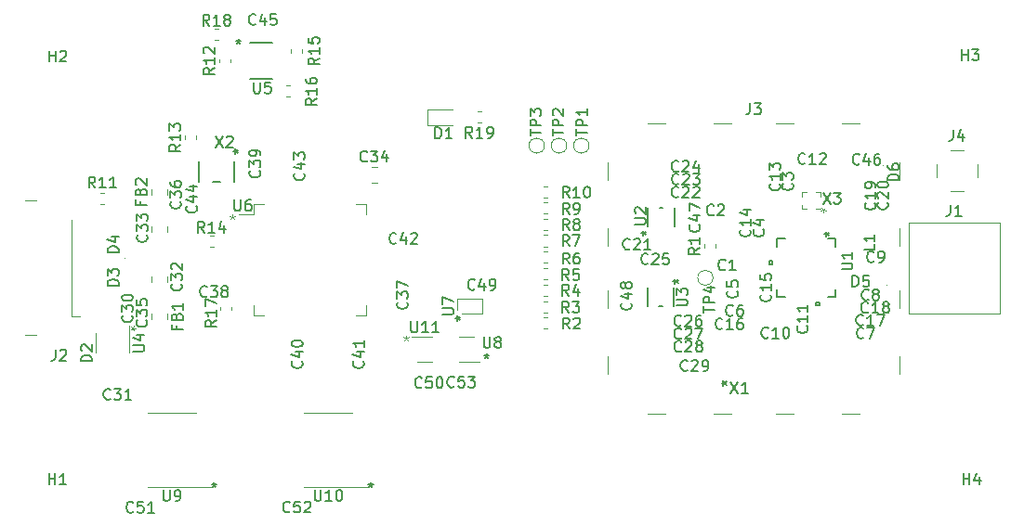
<source format=gbr>
G04 #@! TF.GenerationSoftware,KiCad,Pcbnew,7.0.6*
G04 #@! TF.CreationDate,2023-07-20T11:09:59-06:00*
G04 #@! TF.ProjectId,L1IFStream,4c314946-5374-4726-9561-6d2e6b696361,A*
G04 #@! TF.SameCoordinates,Original*
G04 #@! TF.FileFunction,Legend,Top*
G04 #@! TF.FilePolarity,Positive*
%FSLAX46Y46*%
G04 Gerber Fmt 4.6, Leading zero omitted, Abs format (unit mm)*
G04 Created by KiCad (PCBNEW 7.0.6) date 2023-07-20 11:09:59*
%MOMM*%
%LPD*%
G01*
G04 APERTURE LIST*
%ADD10C,0.150000*%
%ADD11C,0.100000*%
%ADD12C,0.120000*%
%ADD13C,0.152400*%
G04 APERTURE END LIST*
D10*
X120947142Y-88371580D02*
X120899523Y-88419200D01*
X120899523Y-88419200D02*
X120756666Y-88466819D01*
X120756666Y-88466819D02*
X120661428Y-88466819D01*
X120661428Y-88466819D02*
X120518571Y-88419200D01*
X120518571Y-88419200D02*
X120423333Y-88323961D01*
X120423333Y-88323961D02*
X120375714Y-88228723D01*
X120375714Y-88228723D02*
X120328095Y-88038247D01*
X120328095Y-88038247D02*
X120328095Y-87895390D01*
X120328095Y-87895390D02*
X120375714Y-87704914D01*
X120375714Y-87704914D02*
X120423333Y-87609676D01*
X120423333Y-87609676D02*
X120518571Y-87514438D01*
X120518571Y-87514438D02*
X120661428Y-87466819D01*
X120661428Y-87466819D02*
X120756666Y-87466819D01*
X120756666Y-87466819D02*
X120899523Y-87514438D01*
X120899523Y-87514438D02*
X120947142Y-87562057D01*
X121280476Y-87466819D02*
X121899523Y-87466819D01*
X121899523Y-87466819D02*
X121566190Y-87847771D01*
X121566190Y-87847771D02*
X121709047Y-87847771D01*
X121709047Y-87847771D02*
X121804285Y-87895390D01*
X121804285Y-87895390D02*
X121851904Y-87943009D01*
X121851904Y-87943009D02*
X121899523Y-88038247D01*
X121899523Y-88038247D02*
X121899523Y-88276342D01*
X121899523Y-88276342D02*
X121851904Y-88371580D01*
X121851904Y-88371580D02*
X121804285Y-88419200D01*
X121804285Y-88419200D02*
X121709047Y-88466819D01*
X121709047Y-88466819D02*
X121423333Y-88466819D01*
X121423333Y-88466819D02*
X121328095Y-88419200D01*
X121328095Y-88419200D02*
X121280476Y-88371580D01*
X122756666Y-87800152D02*
X122756666Y-88466819D01*
X122518571Y-87419200D02*
X122280476Y-88133485D01*
X122280476Y-88133485D02*
X122899523Y-88133485D01*
X106342142Y-100716580D02*
X106294523Y-100764200D01*
X106294523Y-100764200D02*
X106151666Y-100811819D01*
X106151666Y-100811819D02*
X106056428Y-100811819D01*
X106056428Y-100811819D02*
X105913571Y-100764200D01*
X105913571Y-100764200D02*
X105818333Y-100668961D01*
X105818333Y-100668961D02*
X105770714Y-100573723D01*
X105770714Y-100573723D02*
X105723095Y-100383247D01*
X105723095Y-100383247D02*
X105723095Y-100240390D01*
X105723095Y-100240390D02*
X105770714Y-100049914D01*
X105770714Y-100049914D02*
X105818333Y-99954676D01*
X105818333Y-99954676D02*
X105913571Y-99859438D01*
X105913571Y-99859438D02*
X106056428Y-99811819D01*
X106056428Y-99811819D02*
X106151666Y-99811819D01*
X106151666Y-99811819D02*
X106294523Y-99859438D01*
X106294523Y-99859438D02*
X106342142Y-99907057D01*
X106675476Y-99811819D02*
X107294523Y-99811819D01*
X107294523Y-99811819D02*
X106961190Y-100192771D01*
X106961190Y-100192771D02*
X107104047Y-100192771D01*
X107104047Y-100192771D02*
X107199285Y-100240390D01*
X107199285Y-100240390D02*
X107246904Y-100288009D01*
X107246904Y-100288009D02*
X107294523Y-100383247D01*
X107294523Y-100383247D02*
X107294523Y-100621342D01*
X107294523Y-100621342D02*
X107246904Y-100716580D01*
X107246904Y-100716580D02*
X107199285Y-100764200D01*
X107199285Y-100764200D02*
X107104047Y-100811819D01*
X107104047Y-100811819D02*
X106818333Y-100811819D01*
X106818333Y-100811819D02*
X106723095Y-100764200D01*
X106723095Y-100764200D02*
X106675476Y-100716580D01*
X107865952Y-100240390D02*
X107770714Y-100192771D01*
X107770714Y-100192771D02*
X107723095Y-100145152D01*
X107723095Y-100145152D02*
X107675476Y-100049914D01*
X107675476Y-100049914D02*
X107675476Y-100002295D01*
X107675476Y-100002295D02*
X107723095Y-99907057D01*
X107723095Y-99907057D02*
X107770714Y-99859438D01*
X107770714Y-99859438D02*
X107865952Y-99811819D01*
X107865952Y-99811819D02*
X108056428Y-99811819D01*
X108056428Y-99811819D02*
X108151666Y-99859438D01*
X108151666Y-99859438D02*
X108199285Y-99907057D01*
X108199285Y-99907057D02*
X108246904Y-100002295D01*
X108246904Y-100002295D02*
X108246904Y-100049914D01*
X108246904Y-100049914D02*
X108199285Y-100145152D01*
X108199285Y-100145152D02*
X108151666Y-100192771D01*
X108151666Y-100192771D02*
X108056428Y-100240390D01*
X108056428Y-100240390D02*
X107865952Y-100240390D01*
X107865952Y-100240390D02*
X107770714Y-100288009D01*
X107770714Y-100288009D02*
X107723095Y-100335628D01*
X107723095Y-100335628D02*
X107675476Y-100430866D01*
X107675476Y-100430866D02*
X107675476Y-100621342D01*
X107675476Y-100621342D02*
X107723095Y-100716580D01*
X107723095Y-100716580D02*
X107770714Y-100764200D01*
X107770714Y-100764200D02*
X107865952Y-100811819D01*
X107865952Y-100811819D02*
X108056428Y-100811819D01*
X108056428Y-100811819D02*
X108151666Y-100764200D01*
X108151666Y-100764200D02*
X108199285Y-100716580D01*
X108199285Y-100716580D02*
X108246904Y-100621342D01*
X108246904Y-100621342D02*
X108246904Y-100430866D01*
X108246904Y-100430866D02*
X108199285Y-100335628D01*
X108199285Y-100335628D02*
X108151666Y-100288009D01*
X108151666Y-100288009D02*
X108056428Y-100240390D01*
X111127580Y-89288857D02*
X111175200Y-89336476D01*
X111175200Y-89336476D02*
X111222819Y-89479333D01*
X111222819Y-89479333D02*
X111222819Y-89574571D01*
X111222819Y-89574571D02*
X111175200Y-89717428D01*
X111175200Y-89717428D02*
X111079961Y-89812666D01*
X111079961Y-89812666D02*
X110984723Y-89860285D01*
X110984723Y-89860285D02*
X110794247Y-89907904D01*
X110794247Y-89907904D02*
X110651390Y-89907904D01*
X110651390Y-89907904D02*
X110460914Y-89860285D01*
X110460914Y-89860285D02*
X110365676Y-89812666D01*
X110365676Y-89812666D02*
X110270438Y-89717428D01*
X110270438Y-89717428D02*
X110222819Y-89574571D01*
X110222819Y-89574571D02*
X110222819Y-89479333D01*
X110222819Y-89479333D02*
X110270438Y-89336476D01*
X110270438Y-89336476D02*
X110318057Y-89288857D01*
X110222819Y-88955523D02*
X110222819Y-88336476D01*
X110222819Y-88336476D02*
X110603771Y-88669809D01*
X110603771Y-88669809D02*
X110603771Y-88526952D01*
X110603771Y-88526952D02*
X110651390Y-88431714D01*
X110651390Y-88431714D02*
X110699009Y-88384095D01*
X110699009Y-88384095D02*
X110794247Y-88336476D01*
X110794247Y-88336476D02*
X111032342Y-88336476D01*
X111032342Y-88336476D02*
X111127580Y-88384095D01*
X111127580Y-88384095D02*
X111175200Y-88431714D01*
X111175200Y-88431714D02*
X111222819Y-88526952D01*
X111222819Y-88526952D02*
X111222819Y-88812666D01*
X111222819Y-88812666D02*
X111175200Y-88907904D01*
X111175200Y-88907904D02*
X111127580Y-88955523D01*
X111222819Y-87860285D02*
X111222819Y-87669809D01*
X111222819Y-87669809D02*
X111175200Y-87574571D01*
X111175200Y-87574571D02*
X111127580Y-87526952D01*
X111127580Y-87526952D02*
X110984723Y-87431714D01*
X110984723Y-87431714D02*
X110794247Y-87384095D01*
X110794247Y-87384095D02*
X110413295Y-87384095D01*
X110413295Y-87384095D02*
X110318057Y-87431714D01*
X110318057Y-87431714D02*
X110270438Y-87479333D01*
X110270438Y-87479333D02*
X110222819Y-87574571D01*
X110222819Y-87574571D02*
X110222819Y-87765047D01*
X110222819Y-87765047D02*
X110270438Y-87860285D01*
X110270438Y-87860285D02*
X110318057Y-87907904D01*
X110318057Y-87907904D02*
X110413295Y-87955523D01*
X110413295Y-87955523D02*
X110651390Y-87955523D01*
X110651390Y-87955523D02*
X110746628Y-87907904D01*
X110746628Y-87907904D02*
X110794247Y-87860285D01*
X110794247Y-87860285D02*
X110841866Y-87765047D01*
X110841866Y-87765047D02*
X110841866Y-87574571D01*
X110841866Y-87574571D02*
X110794247Y-87479333D01*
X110794247Y-87479333D02*
X110746628Y-87431714D01*
X110746628Y-87431714D02*
X110651390Y-87384095D01*
X116355019Y-82684857D02*
X115878828Y-83018190D01*
X116355019Y-83256285D02*
X115355019Y-83256285D01*
X115355019Y-83256285D02*
X115355019Y-82875333D01*
X115355019Y-82875333D02*
X115402638Y-82780095D01*
X115402638Y-82780095D02*
X115450257Y-82732476D01*
X115450257Y-82732476D02*
X115545495Y-82684857D01*
X115545495Y-82684857D02*
X115688352Y-82684857D01*
X115688352Y-82684857D02*
X115783590Y-82732476D01*
X115783590Y-82732476D02*
X115831209Y-82780095D01*
X115831209Y-82780095D02*
X115878828Y-82875333D01*
X115878828Y-82875333D02*
X115878828Y-83256285D01*
X116355019Y-81732476D02*
X116355019Y-82303904D01*
X116355019Y-82018190D02*
X115355019Y-82018190D01*
X115355019Y-82018190D02*
X115497876Y-82113428D01*
X115497876Y-82113428D02*
X115593114Y-82208666D01*
X115593114Y-82208666D02*
X115640733Y-82303904D01*
X115355019Y-80875333D02*
X115355019Y-81065809D01*
X115355019Y-81065809D02*
X115402638Y-81161047D01*
X115402638Y-81161047D02*
X115450257Y-81208666D01*
X115450257Y-81208666D02*
X115593114Y-81303904D01*
X115593114Y-81303904D02*
X115783590Y-81351523D01*
X115783590Y-81351523D02*
X116164542Y-81351523D01*
X116164542Y-81351523D02*
X116259780Y-81303904D01*
X116259780Y-81303904D02*
X116307400Y-81256285D01*
X116307400Y-81256285D02*
X116355019Y-81161047D01*
X116355019Y-81161047D02*
X116355019Y-80970571D01*
X116355019Y-80970571D02*
X116307400Y-80875333D01*
X116307400Y-80875333D02*
X116259780Y-80827714D01*
X116259780Y-80827714D02*
X116164542Y-80780095D01*
X116164542Y-80780095D02*
X115926447Y-80780095D01*
X115926447Y-80780095D02*
X115831209Y-80827714D01*
X115831209Y-80827714D02*
X115783590Y-80875333D01*
X115783590Y-80875333D02*
X115735971Y-80970571D01*
X115735971Y-80970571D02*
X115735971Y-81161047D01*
X115735971Y-81161047D02*
X115783590Y-81256285D01*
X115783590Y-81256285D02*
X115831209Y-81303904D01*
X115831209Y-81303904D02*
X115926447Y-81351523D01*
X116583619Y-79001857D02*
X116107428Y-79335190D01*
X116583619Y-79573285D02*
X115583619Y-79573285D01*
X115583619Y-79573285D02*
X115583619Y-79192333D01*
X115583619Y-79192333D02*
X115631238Y-79097095D01*
X115631238Y-79097095D02*
X115678857Y-79049476D01*
X115678857Y-79049476D02*
X115774095Y-79001857D01*
X115774095Y-79001857D02*
X115916952Y-79001857D01*
X115916952Y-79001857D02*
X116012190Y-79049476D01*
X116012190Y-79049476D02*
X116059809Y-79097095D01*
X116059809Y-79097095D02*
X116107428Y-79192333D01*
X116107428Y-79192333D02*
X116107428Y-79573285D01*
X116583619Y-78049476D02*
X116583619Y-78620904D01*
X116583619Y-78335190D02*
X115583619Y-78335190D01*
X115583619Y-78335190D02*
X115726476Y-78430428D01*
X115726476Y-78430428D02*
X115821714Y-78525666D01*
X115821714Y-78525666D02*
X115869333Y-78620904D01*
X115583619Y-77144714D02*
X115583619Y-77620904D01*
X115583619Y-77620904D02*
X116059809Y-77668523D01*
X116059809Y-77668523D02*
X116012190Y-77620904D01*
X116012190Y-77620904D02*
X115964571Y-77525666D01*
X115964571Y-77525666D02*
X115964571Y-77287571D01*
X115964571Y-77287571D02*
X116012190Y-77192333D01*
X116012190Y-77192333D02*
X116059809Y-77144714D01*
X116059809Y-77144714D02*
X116155047Y-77097095D01*
X116155047Y-77097095D02*
X116393142Y-77097095D01*
X116393142Y-77097095D02*
X116488380Y-77144714D01*
X116488380Y-77144714D02*
X116536000Y-77192333D01*
X116536000Y-77192333D02*
X116583619Y-77287571D01*
X116583619Y-77287571D02*
X116583619Y-77525666D01*
X116583619Y-77525666D02*
X116536000Y-77620904D01*
X116536000Y-77620904D02*
X116488380Y-77668523D01*
X107025819Y-79890857D02*
X106549628Y-80224190D01*
X107025819Y-80462285D02*
X106025819Y-80462285D01*
X106025819Y-80462285D02*
X106025819Y-80081333D01*
X106025819Y-80081333D02*
X106073438Y-79986095D01*
X106073438Y-79986095D02*
X106121057Y-79938476D01*
X106121057Y-79938476D02*
X106216295Y-79890857D01*
X106216295Y-79890857D02*
X106359152Y-79890857D01*
X106359152Y-79890857D02*
X106454390Y-79938476D01*
X106454390Y-79938476D02*
X106502009Y-79986095D01*
X106502009Y-79986095D02*
X106549628Y-80081333D01*
X106549628Y-80081333D02*
X106549628Y-80462285D01*
X107025819Y-78938476D02*
X107025819Y-79509904D01*
X107025819Y-79224190D02*
X106025819Y-79224190D01*
X106025819Y-79224190D02*
X106168676Y-79319428D01*
X106168676Y-79319428D02*
X106263914Y-79414666D01*
X106263914Y-79414666D02*
X106311533Y-79509904D01*
X106121057Y-78557523D02*
X106073438Y-78509904D01*
X106073438Y-78509904D02*
X106025819Y-78414666D01*
X106025819Y-78414666D02*
X106025819Y-78176571D01*
X106025819Y-78176571D02*
X106073438Y-78081333D01*
X106073438Y-78081333D02*
X106121057Y-78033714D01*
X106121057Y-78033714D02*
X106216295Y-77986095D01*
X106216295Y-77986095D02*
X106311533Y-77986095D01*
X106311533Y-77986095D02*
X106454390Y-78033714D01*
X106454390Y-78033714D02*
X107025819Y-78605142D01*
X107025819Y-78605142D02*
X107025819Y-77986095D01*
X105363180Y-92514657D02*
X105410800Y-92562276D01*
X105410800Y-92562276D02*
X105458419Y-92705133D01*
X105458419Y-92705133D02*
X105458419Y-92800371D01*
X105458419Y-92800371D02*
X105410800Y-92943228D01*
X105410800Y-92943228D02*
X105315561Y-93038466D01*
X105315561Y-93038466D02*
X105220323Y-93086085D01*
X105220323Y-93086085D02*
X105029847Y-93133704D01*
X105029847Y-93133704D02*
X104886990Y-93133704D01*
X104886990Y-93133704D02*
X104696514Y-93086085D01*
X104696514Y-93086085D02*
X104601276Y-93038466D01*
X104601276Y-93038466D02*
X104506038Y-92943228D01*
X104506038Y-92943228D02*
X104458419Y-92800371D01*
X104458419Y-92800371D02*
X104458419Y-92705133D01*
X104458419Y-92705133D02*
X104506038Y-92562276D01*
X104506038Y-92562276D02*
X104553657Y-92514657D01*
X104791752Y-91657514D02*
X105458419Y-91657514D01*
X104410800Y-91895609D02*
X105125085Y-92133704D01*
X105125085Y-92133704D02*
X105125085Y-91514657D01*
X104791752Y-90705133D02*
X105458419Y-90705133D01*
X104410800Y-90943228D02*
X105125085Y-91181323D01*
X105125085Y-91181323D02*
X105125085Y-90562276D01*
X110787142Y-75897580D02*
X110739523Y-75945200D01*
X110739523Y-75945200D02*
X110596666Y-75992819D01*
X110596666Y-75992819D02*
X110501428Y-75992819D01*
X110501428Y-75992819D02*
X110358571Y-75945200D01*
X110358571Y-75945200D02*
X110263333Y-75849961D01*
X110263333Y-75849961D02*
X110215714Y-75754723D01*
X110215714Y-75754723D02*
X110168095Y-75564247D01*
X110168095Y-75564247D02*
X110168095Y-75421390D01*
X110168095Y-75421390D02*
X110215714Y-75230914D01*
X110215714Y-75230914D02*
X110263333Y-75135676D01*
X110263333Y-75135676D02*
X110358571Y-75040438D01*
X110358571Y-75040438D02*
X110501428Y-74992819D01*
X110501428Y-74992819D02*
X110596666Y-74992819D01*
X110596666Y-74992819D02*
X110739523Y-75040438D01*
X110739523Y-75040438D02*
X110787142Y-75088057D01*
X111644285Y-75326152D02*
X111644285Y-75992819D01*
X111406190Y-74945200D02*
X111168095Y-75659485D01*
X111168095Y-75659485D02*
X111787142Y-75659485D01*
X112644285Y-74992819D02*
X112168095Y-74992819D01*
X112168095Y-74992819D02*
X112120476Y-75469009D01*
X112120476Y-75469009D02*
X112168095Y-75421390D01*
X112168095Y-75421390D02*
X112263333Y-75373771D01*
X112263333Y-75373771D02*
X112501428Y-75373771D01*
X112501428Y-75373771D02*
X112596666Y-75421390D01*
X112596666Y-75421390D02*
X112644285Y-75469009D01*
X112644285Y-75469009D02*
X112691904Y-75564247D01*
X112691904Y-75564247D02*
X112691904Y-75802342D01*
X112691904Y-75802342D02*
X112644285Y-75897580D01*
X112644285Y-75897580D02*
X112596666Y-75945200D01*
X112596666Y-75945200D02*
X112501428Y-75992819D01*
X112501428Y-75992819D02*
X112263333Y-75992819D01*
X112263333Y-75992819D02*
X112168095Y-75945200D01*
X112168095Y-75945200D02*
X112120476Y-75897580D01*
X103934419Y-86901257D02*
X103458228Y-87234590D01*
X103934419Y-87472685D02*
X102934419Y-87472685D01*
X102934419Y-87472685D02*
X102934419Y-87091733D01*
X102934419Y-87091733D02*
X102982038Y-86996495D01*
X102982038Y-86996495D02*
X103029657Y-86948876D01*
X103029657Y-86948876D02*
X103124895Y-86901257D01*
X103124895Y-86901257D02*
X103267752Y-86901257D01*
X103267752Y-86901257D02*
X103362990Y-86948876D01*
X103362990Y-86948876D02*
X103410609Y-86996495D01*
X103410609Y-86996495D02*
X103458228Y-87091733D01*
X103458228Y-87091733D02*
X103458228Y-87472685D01*
X103934419Y-85948876D02*
X103934419Y-86520304D01*
X103934419Y-86234590D02*
X102934419Y-86234590D01*
X102934419Y-86234590D02*
X103077276Y-86329828D01*
X103077276Y-86329828D02*
X103172514Y-86425066D01*
X103172514Y-86425066D02*
X103220133Y-86520304D01*
X102934419Y-85615542D02*
X102934419Y-84996495D01*
X102934419Y-84996495D02*
X103315371Y-85329828D01*
X103315371Y-85329828D02*
X103315371Y-85186971D01*
X103315371Y-85186971D02*
X103362990Y-85091733D01*
X103362990Y-85091733D02*
X103410609Y-85044114D01*
X103410609Y-85044114D02*
X103505847Y-84996495D01*
X103505847Y-84996495D02*
X103743942Y-84996495D01*
X103743942Y-84996495D02*
X103839180Y-85044114D01*
X103839180Y-85044114D02*
X103886800Y-85091733D01*
X103886800Y-85091733D02*
X103934419Y-85186971D01*
X103934419Y-85186971D02*
X103934419Y-85472685D01*
X103934419Y-85472685D02*
X103886800Y-85567923D01*
X103886800Y-85567923D02*
X103839180Y-85615542D01*
X115174580Y-89533857D02*
X115222200Y-89581476D01*
X115222200Y-89581476D02*
X115269819Y-89724333D01*
X115269819Y-89724333D02*
X115269819Y-89819571D01*
X115269819Y-89819571D02*
X115222200Y-89962428D01*
X115222200Y-89962428D02*
X115126961Y-90057666D01*
X115126961Y-90057666D02*
X115031723Y-90105285D01*
X115031723Y-90105285D02*
X114841247Y-90152904D01*
X114841247Y-90152904D02*
X114698390Y-90152904D01*
X114698390Y-90152904D02*
X114507914Y-90105285D01*
X114507914Y-90105285D02*
X114412676Y-90057666D01*
X114412676Y-90057666D02*
X114317438Y-89962428D01*
X114317438Y-89962428D02*
X114269819Y-89819571D01*
X114269819Y-89819571D02*
X114269819Y-89724333D01*
X114269819Y-89724333D02*
X114317438Y-89581476D01*
X114317438Y-89581476D02*
X114365057Y-89533857D01*
X114603152Y-88676714D02*
X115269819Y-88676714D01*
X114222200Y-88914809D02*
X114936485Y-89152904D01*
X114936485Y-89152904D02*
X114936485Y-88533857D01*
X114269819Y-88248142D02*
X114269819Y-87629095D01*
X114269819Y-87629095D02*
X114650771Y-87962428D01*
X114650771Y-87962428D02*
X114650771Y-87819571D01*
X114650771Y-87819571D02*
X114698390Y-87724333D01*
X114698390Y-87724333D02*
X114746009Y-87676714D01*
X114746009Y-87676714D02*
X114841247Y-87629095D01*
X114841247Y-87629095D02*
X115079342Y-87629095D01*
X115079342Y-87629095D02*
X115174580Y-87676714D01*
X115174580Y-87676714D02*
X115222200Y-87724333D01*
X115222200Y-87724333D02*
X115269819Y-87819571D01*
X115269819Y-87819571D02*
X115269819Y-88105285D01*
X115269819Y-88105285D02*
X115222200Y-88200523D01*
X115222200Y-88200523D02*
X115174580Y-88248142D01*
X123597142Y-95861580D02*
X123549523Y-95909200D01*
X123549523Y-95909200D02*
X123406666Y-95956819D01*
X123406666Y-95956819D02*
X123311428Y-95956819D01*
X123311428Y-95956819D02*
X123168571Y-95909200D01*
X123168571Y-95909200D02*
X123073333Y-95813961D01*
X123073333Y-95813961D02*
X123025714Y-95718723D01*
X123025714Y-95718723D02*
X122978095Y-95528247D01*
X122978095Y-95528247D02*
X122978095Y-95385390D01*
X122978095Y-95385390D02*
X123025714Y-95194914D01*
X123025714Y-95194914D02*
X123073333Y-95099676D01*
X123073333Y-95099676D02*
X123168571Y-95004438D01*
X123168571Y-95004438D02*
X123311428Y-94956819D01*
X123311428Y-94956819D02*
X123406666Y-94956819D01*
X123406666Y-94956819D02*
X123549523Y-95004438D01*
X123549523Y-95004438D02*
X123597142Y-95052057D01*
X124454285Y-95290152D02*
X124454285Y-95956819D01*
X124216190Y-94909200D02*
X123978095Y-95623485D01*
X123978095Y-95623485D02*
X124597142Y-95623485D01*
X124930476Y-95052057D02*
X124978095Y-95004438D01*
X124978095Y-95004438D02*
X125073333Y-94956819D01*
X125073333Y-94956819D02*
X125311428Y-94956819D01*
X125311428Y-94956819D02*
X125406666Y-95004438D01*
X125406666Y-95004438D02*
X125454285Y-95052057D01*
X125454285Y-95052057D02*
X125501904Y-95147295D01*
X125501904Y-95147295D02*
X125501904Y-95242533D01*
X125501904Y-95242533D02*
X125454285Y-95385390D01*
X125454285Y-95385390D02*
X124882857Y-95956819D01*
X124882857Y-95956819D02*
X125501904Y-95956819D01*
X114974580Y-106678857D02*
X115022200Y-106726476D01*
X115022200Y-106726476D02*
X115069819Y-106869333D01*
X115069819Y-106869333D02*
X115069819Y-106964571D01*
X115069819Y-106964571D02*
X115022200Y-107107428D01*
X115022200Y-107107428D02*
X114926961Y-107202666D01*
X114926961Y-107202666D02*
X114831723Y-107250285D01*
X114831723Y-107250285D02*
X114641247Y-107297904D01*
X114641247Y-107297904D02*
X114498390Y-107297904D01*
X114498390Y-107297904D02*
X114307914Y-107250285D01*
X114307914Y-107250285D02*
X114212676Y-107202666D01*
X114212676Y-107202666D02*
X114117438Y-107107428D01*
X114117438Y-107107428D02*
X114069819Y-106964571D01*
X114069819Y-106964571D02*
X114069819Y-106869333D01*
X114069819Y-106869333D02*
X114117438Y-106726476D01*
X114117438Y-106726476D02*
X114165057Y-106678857D01*
X114403152Y-105821714D02*
X115069819Y-105821714D01*
X114022200Y-106059809D02*
X114736485Y-106297904D01*
X114736485Y-106297904D02*
X114736485Y-105678857D01*
X114069819Y-105107428D02*
X114069819Y-105012190D01*
X114069819Y-105012190D02*
X114117438Y-104916952D01*
X114117438Y-104916952D02*
X114165057Y-104869333D01*
X114165057Y-104869333D02*
X114260295Y-104821714D01*
X114260295Y-104821714D02*
X114450771Y-104774095D01*
X114450771Y-104774095D02*
X114688866Y-104774095D01*
X114688866Y-104774095D02*
X114879342Y-104821714D01*
X114879342Y-104821714D02*
X114974580Y-104869333D01*
X114974580Y-104869333D02*
X115022200Y-104916952D01*
X115022200Y-104916952D02*
X115069819Y-105012190D01*
X115069819Y-105012190D02*
X115069819Y-105107428D01*
X115069819Y-105107428D02*
X115022200Y-105202666D01*
X115022200Y-105202666D02*
X114974580Y-105250285D01*
X114974580Y-105250285D02*
X114879342Y-105297904D01*
X114879342Y-105297904D02*
X114688866Y-105345523D01*
X114688866Y-105345523D02*
X114450771Y-105345523D01*
X114450771Y-105345523D02*
X114260295Y-105297904D01*
X114260295Y-105297904D02*
X114165057Y-105250285D01*
X114165057Y-105250285D02*
X114117438Y-105202666D01*
X114117438Y-105202666D02*
X114069819Y-105107428D01*
X120562580Y-106678857D02*
X120610200Y-106726476D01*
X120610200Y-106726476D02*
X120657819Y-106869333D01*
X120657819Y-106869333D02*
X120657819Y-106964571D01*
X120657819Y-106964571D02*
X120610200Y-107107428D01*
X120610200Y-107107428D02*
X120514961Y-107202666D01*
X120514961Y-107202666D02*
X120419723Y-107250285D01*
X120419723Y-107250285D02*
X120229247Y-107297904D01*
X120229247Y-107297904D02*
X120086390Y-107297904D01*
X120086390Y-107297904D02*
X119895914Y-107250285D01*
X119895914Y-107250285D02*
X119800676Y-107202666D01*
X119800676Y-107202666D02*
X119705438Y-107107428D01*
X119705438Y-107107428D02*
X119657819Y-106964571D01*
X119657819Y-106964571D02*
X119657819Y-106869333D01*
X119657819Y-106869333D02*
X119705438Y-106726476D01*
X119705438Y-106726476D02*
X119753057Y-106678857D01*
X119991152Y-105821714D02*
X120657819Y-105821714D01*
X119610200Y-106059809D02*
X120324485Y-106297904D01*
X120324485Y-106297904D02*
X120324485Y-105678857D01*
X120657819Y-104774095D02*
X120657819Y-105345523D01*
X120657819Y-105059809D02*
X119657819Y-105059809D01*
X119657819Y-105059809D02*
X119800676Y-105155047D01*
X119800676Y-105155047D02*
X119895914Y-105250285D01*
X119895914Y-105250285D02*
X119943533Y-105345523D01*
X174088666Y-92416819D02*
X174088666Y-93131104D01*
X174088666Y-93131104D02*
X174041047Y-93273961D01*
X174041047Y-93273961D02*
X173945809Y-93369200D01*
X173945809Y-93369200D02*
X173802952Y-93416819D01*
X173802952Y-93416819D02*
X173707714Y-93416819D01*
X175088666Y-93416819D02*
X174517238Y-93416819D01*
X174802952Y-93416819D02*
X174802952Y-92416819D01*
X174802952Y-92416819D02*
X174707714Y-92559676D01*
X174707714Y-92559676D02*
X174612476Y-92654914D01*
X174612476Y-92654914D02*
X174517238Y-92702533D01*
X107211019Y-102928657D02*
X106734828Y-103261990D01*
X107211019Y-103500085D02*
X106211019Y-103500085D01*
X106211019Y-103500085D02*
X106211019Y-103119133D01*
X106211019Y-103119133D02*
X106258638Y-103023895D01*
X106258638Y-103023895D02*
X106306257Y-102976276D01*
X106306257Y-102976276D02*
X106401495Y-102928657D01*
X106401495Y-102928657D02*
X106544352Y-102928657D01*
X106544352Y-102928657D02*
X106639590Y-102976276D01*
X106639590Y-102976276D02*
X106687209Y-103023895D01*
X106687209Y-103023895D02*
X106734828Y-103119133D01*
X106734828Y-103119133D02*
X106734828Y-103500085D01*
X107211019Y-101976276D02*
X107211019Y-102547704D01*
X107211019Y-102261990D02*
X106211019Y-102261990D01*
X106211019Y-102261990D02*
X106353876Y-102357228D01*
X106353876Y-102357228D02*
X106449114Y-102452466D01*
X106449114Y-102452466D02*
X106496733Y-102547704D01*
X106211019Y-101642942D02*
X106211019Y-100976276D01*
X106211019Y-100976276D02*
X107211019Y-101404847D01*
X97551142Y-110089180D02*
X97503523Y-110136800D01*
X97503523Y-110136800D02*
X97360666Y-110184419D01*
X97360666Y-110184419D02*
X97265428Y-110184419D01*
X97265428Y-110184419D02*
X97122571Y-110136800D01*
X97122571Y-110136800D02*
X97027333Y-110041561D01*
X97027333Y-110041561D02*
X96979714Y-109946323D01*
X96979714Y-109946323D02*
X96932095Y-109755847D01*
X96932095Y-109755847D02*
X96932095Y-109612990D01*
X96932095Y-109612990D02*
X96979714Y-109422514D01*
X96979714Y-109422514D02*
X97027333Y-109327276D01*
X97027333Y-109327276D02*
X97122571Y-109232038D01*
X97122571Y-109232038D02*
X97265428Y-109184419D01*
X97265428Y-109184419D02*
X97360666Y-109184419D01*
X97360666Y-109184419D02*
X97503523Y-109232038D01*
X97503523Y-109232038D02*
X97551142Y-109279657D01*
X97884476Y-109184419D02*
X98503523Y-109184419D01*
X98503523Y-109184419D02*
X98170190Y-109565371D01*
X98170190Y-109565371D02*
X98313047Y-109565371D01*
X98313047Y-109565371D02*
X98408285Y-109612990D01*
X98408285Y-109612990D02*
X98455904Y-109660609D01*
X98455904Y-109660609D02*
X98503523Y-109755847D01*
X98503523Y-109755847D02*
X98503523Y-109993942D01*
X98503523Y-109993942D02*
X98455904Y-110089180D01*
X98455904Y-110089180D02*
X98408285Y-110136800D01*
X98408285Y-110136800D02*
X98313047Y-110184419D01*
X98313047Y-110184419D02*
X98027333Y-110184419D01*
X98027333Y-110184419D02*
X97932095Y-110136800D01*
X97932095Y-110136800D02*
X97884476Y-110089180D01*
X99455904Y-110184419D02*
X98884476Y-110184419D01*
X99170190Y-110184419D02*
X99170190Y-109184419D01*
X99170190Y-109184419D02*
X99074952Y-109327276D01*
X99074952Y-109327276D02*
X98979714Y-109422514D01*
X98979714Y-109422514D02*
X98884476Y-109470133D01*
X99644019Y-105765504D02*
X100453542Y-105765504D01*
X100453542Y-105765504D02*
X100548780Y-105717885D01*
X100548780Y-105717885D02*
X100596400Y-105670266D01*
X100596400Y-105670266D02*
X100644019Y-105575028D01*
X100644019Y-105575028D02*
X100644019Y-105384552D01*
X100644019Y-105384552D02*
X100596400Y-105289314D01*
X100596400Y-105289314D02*
X100548780Y-105241695D01*
X100548780Y-105241695D02*
X100453542Y-105194076D01*
X100453542Y-105194076D02*
X99644019Y-105194076D01*
X99977352Y-104289314D02*
X100644019Y-104289314D01*
X99596400Y-104527409D02*
X100310685Y-104765504D01*
X100310685Y-104765504D02*
X100310685Y-104146457D01*
D11*
X99831980Y-103646941D02*
X99593885Y-103646941D01*
X99689123Y-103408846D02*
X99593885Y-103646941D01*
X99593885Y-103646941D02*
X99689123Y-103885036D01*
X99403409Y-103504084D02*
X99593885Y-103646941D01*
X99593885Y-103646941D02*
X99403409Y-103789798D01*
D10*
X108839095Y-91936219D02*
X108839095Y-92745742D01*
X108839095Y-92745742D02*
X108886714Y-92840980D01*
X108886714Y-92840980D02*
X108934333Y-92888600D01*
X108934333Y-92888600D02*
X109029571Y-92936219D01*
X109029571Y-92936219D02*
X109220047Y-92936219D01*
X109220047Y-92936219D02*
X109315285Y-92888600D01*
X109315285Y-92888600D02*
X109362904Y-92840980D01*
X109362904Y-92840980D02*
X109410523Y-92745742D01*
X109410523Y-92745742D02*
X109410523Y-91936219D01*
X110315285Y-91936219D02*
X110124809Y-91936219D01*
X110124809Y-91936219D02*
X110029571Y-91983838D01*
X110029571Y-91983838D02*
X109981952Y-92031457D01*
X109981952Y-92031457D02*
X109886714Y-92174314D01*
X109886714Y-92174314D02*
X109839095Y-92364790D01*
X109839095Y-92364790D02*
X109839095Y-92745742D01*
X109839095Y-92745742D02*
X109886714Y-92840980D01*
X109886714Y-92840980D02*
X109934333Y-92888600D01*
X109934333Y-92888600D02*
X110029571Y-92936219D01*
X110029571Y-92936219D02*
X110220047Y-92936219D01*
X110220047Y-92936219D02*
X110315285Y-92888600D01*
X110315285Y-92888600D02*
X110362904Y-92840980D01*
X110362904Y-92840980D02*
X110410523Y-92745742D01*
X110410523Y-92745742D02*
X110410523Y-92507647D01*
X110410523Y-92507647D02*
X110362904Y-92412409D01*
X110362904Y-92412409D02*
X110315285Y-92364790D01*
X110315285Y-92364790D02*
X110220047Y-92317171D01*
X110220047Y-92317171D02*
X110029571Y-92317171D01*
X110029571Y-92317171D02*
X109934333Y-92364790D01*
X109934333Y-92364790D02*
X109886714Y-92412409D01*
X109886714Y-92412409D02*
X109839095Y-92507647D01*
D11*
X108677741Y-93294419D02*
X108677741Y-93532514D01*
X108439646Y-93437276D02*
X108677741Y-93532514D01*
X108677741Y-93532514D02*
X108915836Y-93437276D01*
X108534884Y-93722990D02*
X108677741Y-93532514D01*
X108677741Y-93532514D02*
X108820598Y-93722990D01*
D10*
X110617095Y-81217419D02*
X110617095Y-82026942D01*
X110617095Y-82026942D02*
X110664714Y-82122180D01*
X110664714Y-82122180D02*
X110712333Y-82169800D01*
X110712333Y-82169800D02*
X110807571Y-82217419D01*
X110807571Y-82217419D02*
X110998047Y-82217419D01*
X110998047Y-82217419D02*
X111093285Y-82169800D01*
X111093285Y-82169800D02*
X111140904Y-82122180D01*
X111140904Y-82122180D02*
X111188523Y-82026942D01*
X111188523Y-82026942D02*
X111188523Y-81217419D01*
X112140904Y-81217419D02*
X111664714Y-81217419D01*
X111664714Y-81217419D02*
X111617095Y-81693609D01*
X111617095Y-81693609D02*
X111664714Y-81645990D01*
X111664714Y-81645990D02*
X111759952Y-81598371D01*
X111759952Y-81598371D02*
X111998047Y-81598371D01*
X111998047Y-81598371D02*
X112093285Y-81645990D01*
X112093285Y-81645990D02*
X112140904Y-81693609D01*
X112140904Y-81693609D02*
X112188523Y-81788847D01*
X112188523Y-81788847D02*
X112188523Y-82026942D01*
X112188523Y-82026942D02*
X112140904Y-82122180D01*
X112140904Y-82122180D02*
X112093285Y-82169800D01*
X112093285Y-82169800D02*
X111998047Y-82217419D01*
X111998047Y-82217419D02*
X111759952Y-82217419D01*
X111759952Y-82217419D02*
X111664714Y-82169800D01*
X111664714Y-82169800D02*
X111617095Y-82122180D01*
X109220000Y-77255019D02*
X109220000Y-77493114D01*
X108981905Y-77397876D02*
X109220000Y-77493114D01*
X109220000Y-77493114D02*
X109458095Y-77397876D01*
X109077143Y-77683590D02*
X109220000Y-77493114D01*
X109220000Y-77493114D02*
X109362857Y-77683590D01*
X106113342Y-94942819D02*
X105780009Y-94466628D01*
X105541914Y-94942819D02*
X105541914Y-93942819D01*
X105541914Y-93942819D02*
X105922866Y-93942819D01*
X105922866Y-93942819D02*
X106018104Y-93990438D01*
X106018104Y-93990438D02*
X106065723Y-94038057D01*
X106065723Y-94038057D02*
X106113342Y-94133295D01*
X106113342Y-94133295D02*
X106113342Y-94276152D01*
X106113342Y-94276152D02*
X106065723Y-94371390D01*
X106065723Y-94371390D02*
X106018104Y-94419009D01*
X106018104Y-94419009D02*
X105922866Y-94466628D01*
X105922866Y-94466628D02*
X105541914Y-94466628D01*
X107065723Y-94942819D02*
X106494295Y-94942819D01*
X106780009Y-94942819D02*
X106780009Y-93942819D01*
X106780009Y-93942819D02*
X106684771Y-94085676D01*
X106684771Y-94085676D02*
X106589533Y-94180914D01*
X106589533Y-94180914D02*
X106494295Y-94228533D01*
X107922866Y-94276152D02*
X107922866Y-94942819D01*
X107684771Y-93895200D02*
X107446676Y-94609485D01*
X107446676Y-94609485D02*
X108065723Y-94609485D01*
X96164942Y-90836819D02*
X95831609Y-90360628D01*
X95593514Y-90836819D02*
X95593514Y-89836819D01*
X95593514Y-89836819D02*
X95974466Y-89836819D01*
X95974466Y-89836819D02*
X96069704Y-89884438D01*
X96069704Y-89884438D02*
X96117323Y-89932057D01*
X96117323Y-89932057D02*
X96164942Y-90027295D01*
X96164942Y-90027295D02*
X96164942Y-90170152D01*
X96164942Y-90170152D02*
X96117323Y-90265390D01*
X96117323Y-90265390D02*
X96069704Y-90313009D01*
X96069704Y-90313009D02*
X95974466Y-90360628D01*
X95974466Y-90360628D02*
X95593514Y-90360628D01*
X97117323Y-90836819D02*
X96545895Y-90836819D01*
X96831609Y-90836819D02*
X96831609Y-89836819D01*
X96831609Y-89836819D02*
X96736371Y-89979676D01*
X96736371Y-89979676D02*
X96641133Y-90074914D01*
X96641133Y-90074914D02*
X96545895Y-90122533D01*
X98069704Y-90836819D02*
X97498276Y-90836819D01*
X97783990Y-90836819D02*
X97783990Y-89836819D01*
X97783990Y-89836819D02*
X97688752Y-89979676D01*
X97688752Y-89979676D02*
X97593514Y-90074914D01*
X97593514Y-90074914D02*
X97498276Y-90122533D01*
X124567580Y-101277857D02*
X124615200Y-101325476D01*
X124615200Y-101325476D02*
X124662819Y-101468333D01*
X124662819Y-101468333D02*
X124662819Y-101563571D01*
X124662819Y-101563571D02*
X124615200Y-101706428D01*
X124615200Y-101706428D02*
X124519961Y-101801666D01*
X124519961Y-101801666D02*
X124424723Y-101849285D01*
X124424723Y-101849285D02*
X124234247Y-101896904D01*
X124234247Y-101896904D02*
X124091390Y-101896904D01*
X124091390Y-101896904D02*
X123900914Y-101849285D01*
X123900914Y-101849285D02*
X123805676Y-101801666D01*
X123805676Y-101801666D02*
X123710438Y-101706428D01*
X123710438Y-101706428D02*
X123662819Y-101563571D01*
X123662819Y-101563571D02*
X123662819Y-101468333D01*
X123662819Y-101468333D02*
X123710438Y-101325476D01*
X123710438Y-101325476D02*
X123758057Y-101277857D01*
X123662819Y-100944523D02*
X123662819Y-100325476D01*
X123662819Y-100325476D02*
X124043771Y-100658809D01*
X124043771Y-100658809D02*
X124043771Y-100515952D01*
X124043771Y-100515952D02*
X124091390Y-100420714D01*
X124091390Y-100420714D02*
X124139009Y-100373095D01*
X124139009Y-100373095D02*
X124234247Y-100325476D01*
X124234247Y-100325476D02*
X124472342Y-100325476D01*
X124472342Y-100325476D02*
X124567580Y-100373095D01*
X124567580Y-100373095D02*
X124615200Y-100420714D01*
X124615200Y-100420714D02*
X124662819Y-100515952D01*
X124662819Y-100515952D02*
X124662819Y-100801666D01*
X124662819Y-100801666D02*
X124615200Y-100896904D01*
X124615200Y-100896904D02*
X124567580Y-100944523D01*
X123662819Y-99992142D02*
X123662819Y-99325476D01*
X123662819Y-99325476D02*
X124662819Y-99754047D01*
X103613009Y-103449333D02*
X103613009Y-103782666D01*
X104136819Y-103782666D02*
X103136819Y-103782666D01*
X103136819Y-103782666D02*
X103136819Y-103306476D01*
X103613009Y-102592190D02*
X103660628Y-102449333D01*
X103660628Y-102449333D02*
X103708247Y-102401714D01*
X103708247Y-102401714D02*
X103803485Y-102354095D01*
X103803485Y-102354095D02*
X103946342Y-102354095D01*
X103946342Y-102354095D02*
X104041580Y-102401714D01*
X104041580Y-102401714D02*
X104089200Y-102449333D01*
X104089200Y-102449333D02*
X104136819Y-102544571D01*
X104136819Y-102544571D02*
X104136819Y-102925523D01*
X104136819Y-102925523D02*
X103136819Y-102925523D01*
X103136819Y-102925523D02*
X103136819Y-102592190D01*
X103136819Y-102592190D02*
X103184438Y-102496952D01*
X103184438Y-102496952D02*
X103232057Y-102449333D01*
X103232057Y-102449333D02*
X103327295Y-102401714D01*
X103327295Y-102401714D02*
X103422533Y-102401714D01*
X103422533Y-102401714D02*
X103517771Y-102449333D01*
X103517771Y-102449333D02*
X103565390Y-102496952D01*
X103565390Y-102496952D02*
X103613009Y-102592190D01*
X103613009Y-102592190D02*
X103613009Y-102925523D01*
X104136819Y-101401714D02*
X104136819Y-101973142D01*
X104136819Y-101687428D02*
X103136819Y-101687428D01*
X103136819Y-101687428D02*
X103279676Y-101782666D01*
X103279676Y-101782666D02*
X103374914Y-101877904D01*
X103374914Y-101877904D02*
X103422533Y-101973142D01*
X103991580Y-99626657D02*
X104039200Y-99674276D01*
X104039200Y-99674276D02*
X104086819Y-99817133D01*
X104086819Y-99817133D02*
X104086819Y-99912371D01*
X104086819Y-99912371D02*
X104039200Y-100055228D01*
X104039200Y-100055228D02*
X103943961Y-100150466D01*
X103943961Y-100150466D02*
X103848723Y-100198085D01*
X103848723Y-100198085D02*
X103658247Y-100245704D01*
X103658247Y-100245704D02*
X103515390Y-100245704D01*
X103515390Y-100245704D02*
X103324914Y-100198085D01*
X103324914Y-100198085D02*
X103229676Y-100150466D01*
X103229676Y-100150466D02*
X103134438Y-100055228D01*
X103134438Y-100055228D02*
X103086819Y-99912371D01*
X103086819Y-99912371D02*
X103086819Y-99817133D01*
X103086819Y-99817133D02*
X103134438Y-99674276D01*
X103134438Y-99674276D02*
X103182057Y-99626657D01*
X103086819Y-99293323D02*
X103086819Y-98674276D01*
X103086819Y-98674276D02*
X103467771Y-99007609D01*
X103467771Y-99007609D02*
X103467771Y-98864752D01*
X103467771Y-98864752D02*
X103515390Y-98769514D01*
X103515390Y-98769514D02*
X103563009Y-98721895D01*
X103563009Y-98721895D02*
X103658247Y-98674276D01*
X103658247Y-98674276D02*
X103896342Y-98674276D01*
X103896342Y-98674276D02*
X103991580Y-98721895D01*
X103991580Y-98721895D02*
X104039200Y-98769514D01*
X104039200Y-98769514D02*
X104086819Y-98864752D01*
X104086819Y-98864752D02*
X104086819Y-99150466D01*
X104086819Y-99150466D02*
X104039200Y-99245704D01*
X104039200Y-99245704D02*
X103991580Y-99293323D01*
X103182057Y-98293323D02*
X103134438Y-98245704D01*
X103134438Y-98245704D02*
X103086819Y-98150466D01*
X103086819Y-98150466D02*
X103086819Y-97912371D01*
X103086819Y-97912371D02*
X103134438Y-97817133D01*
X103134438Y-97817133D02*
X103182057Y-97769514D01*
X103182057Y-97769514D02*
X103277295Y-97721895D01*
X103277295Y-97721895D02*
X103372533Y-97721895D01*
X103372533Y-97721895D02*
X103515390Y-97769514D01*
X103515390Y-97769514D02*
X104086819Y-98340942D01*
X104086819Y-98340942D02*
X104086819Y-97721895D01*
X100816580Y-102903257D02*
X100864200Y-102950876D01*
X100864200Y-102950876D02*
X100911819Y-103093733D01*
X100911819Y-103093733D02*
X100911819Y-103188971D01*
X100911819Y-103188971D02*
X100864200Y-103331828D01*
X100864200Y-103331828D02*
X100768961Y-103427066D01*
X100768961Y-103427066D02*
X100673723Y-103474685D01*
X100673723Y-103474685D02*
X100483247Y-103522304D01*
X100483247Y-103522304D02*
X100340390Y-103522304D01*
X100340390Y-103522304D02*
X100149914Y-103474685D01*
X100149914Y-103474685D02*
X100054676Y-103427066D01*
X100054676Y-103427066D02*
X99959438Y-103331828D01*
X99959438Y-103331828D02*
X99911819Y-103188971D01*
X99911819Y-103188971D02*
X99911819Y-103093733D01*
X99911819Y-103093733D02*
X99959438Y-102950876D01*
X99959438Y-102950876D02*
X100007057Y-102903257D01*
X99911819Y-102569923D02*
X99911819Y-101950876D01*
X99911819Y-101950876D02*
X100292771Y-102284209D01*
X100292771Y-102284209D02*
X100292771Y-102141352D01*
X100292771Y-102141352D02*
X100340390Y-102046114D01*
X100340390Y-102046114D02*
X100388009Y-101998495D01*
X100388009Y-101998495D02*
X100483247Y-101950876D01*
X100483247Y-101950876D02*
X100721342Y-101950876D01*
X100721342Y-101950876D02*
X100816580Y-101998495D01*
X100816580Y-101998495D02*
X100864200Y-102046114D01*
X100864200Y-102046114D02*
X100911819Y-102141352D01*
X100911819Y-102141352D02*
X100911819Y-102427066D01*
X100911819Y-102427066D02*
X100864200Y-102522304D01*
X100864200Y-102522304D02*
X100816580Y-102569923D01*
X99911819Y-101046114D02*
X99911819Y-101522304D01*
X99911819Y-101522304D02*
X100388009Y-101569923D01*
X100388009Y-101569923D02*
X100340390Y-101522304D01*
X100340390Y-101522304D02*
X100292771Y-101427066D01*
X100292771Y-101427066D02*
X100292771Y-101188971D01*
X100292771Y-101188971D02*
X100340390Y-101093733D01*
X100340390Y-101093733D02*
X100388009Y-101046114D01*
X100388009Y-101046114D02*
X100483247Y-100998495D01*
X100483247Y-100998495D02*
X100721342Y-100998495D01*
X100721342Y-100998495D02*
X100816580Y-101046114D01*
X100816580Y-101046114D02*
X100864200Y-101093733D01*
X100864200Y-101093733D02*
X100911819Y-101188971D01*
X100911819Y-101188971D02*
X100911819Y-101427066D01*
X100911819Y-101427066D02*
X100864200Y-101522304D01*
X100864200Y-101522304D02*
X100816580Y-101569923D01*
X107140476Y-86145019D02*
X107807142Y-87145019D01*
X107807142Y-86145019D02*
X107140476Y-87145019D01*
X108140476Y-86240257D02*
X108188095Y-86192638D01*
X108188095Y-86192638D02*
X108283333Y-86145019D01*
X108283333Y-86145019D02*
X108521428Y-86145019D01*
X108521428Y-86145019D02*
X108616666Y-86192638D01*
X108616666Y-86192638D02*
X108664285Y-86240257D01*
X108664285Y-86240257D02*
X108711904Y-86335495D01*
X108711904Y-86335495D02*
X108711904Y-86430733D01*
X108711904Y-86430733D02*
X108664285Y-86573590D01*
X108664285Y-86573590D02*
X108092857Y-87145019D01*
X108092857Y-87145019D02*
X108711904Y-87145019D01*
X108751019Y-87528399D02*
X108989114Y-87528399D01*
X108893876Y-87766494D02*
X108989114Y-87528399D01*
X108989114Y-87528399D02*
X108893876Y-87290304D01*
X109179590Y-87671256D02*
X108989114Y-87528399D01*
X108989114Y-87528399D02*
X109179590Y-87385542D01*
X106570542Y-76045219D02*
X106237209Y-75569028D01*
X105999114Y-76045219D02*
X105999114Y-75045219D01*
X105999114Y-75045219D02*
X106380066Y-75045219D01*
X106380066Y-75045219D02*
X106475304Y-75092838D01*
X106475304Y-75092838D02*
X106522923Y-75140457D01*
X106522923Y-75140457D02*
X106570542Y-75235695D01*
X106570542Y-75235695D02*
X106570542Y-75378552D01*
X106570542Y-75378552D02*
X106522923Y-75473790D01*
X106522923Y-75473790D02*
X106475304Y-75521409D01*
X106475304Y-75521409D02*
X106380066Y-75569028D01*
X106380066Y-75569028D02*
X105999114Y-75569028D01*
X107522923Y-76045219D02*
X106951495Y-76045219D01*
X107237209Y-76045219D02*
X107237209Y-75045219D01*
X107237209Y-75045219D02*
X107141971Y-75188076D01*
X107141971Y-75188076D02*
X107046733Y-75283314D01*
X107046733Y-75283314D02*
X106951495Y-75330933D01*
X108094352Y-75473790D02*
X107999114Y-75426171D01*
X107999114Y-75426171D02*
X107951495Y-75378552D01*
X107951495Y-75378552D02*
X107903876Y-75283314D01*
X107903876Y-75283314D02*
X107903876Y-75235695D01*
X107903876Y-75235695D02*
X107951495Y-75140457D01*
X107951495Y-75140457D02*
X107999114Y-75092838D01*
X107999114Y-75092838D02*
X108094352Y-75045219D01*
X108094352Y-75045219D02*
X108284828Y-75045219D01*
X108284828Y-75045219D02*
X108380066Y-75092838D01*
X108380066Y-75092838D02*
X108427685Y-75140457D01*
X108427685Y-75140457D02*
X108475304Y-75235695D01*
X108475304Y-75235695D02*
X108475304Y-75283314D01*
X108475304Y-75283314D02*
X108427685Y-75378552D01*
X108427685Y-75378552D02*
X108380066Y-75426171D01*
X108380066Y-75426171D02*
X108284828Y-75473790D01*
X108284828Y-75473790D02*
X108094352Y-75473790D01*
X108094352Y-75473790D02*
X107999114Y-75521409D01*
X107999114Y-75521409D02*
X107951495Y-75569028D01*
X107951495Y-75569028D02*
X107903876Y-75664266D01*
X107903876Y-75664266D02*
X107903876Y-75854742D01*
X107903876Y-75854742D02*
X107951495Y-75949980D01*
X107951495Y-75949980D02*
X107999114Y-75997600D01*
X107999114Y-75997600D02*
X108094352Y-76045219D01*
X108094352Y-76045219D02*
X108284828Y-76045219D01*
X108284828Y-76045219D02*
X108380066Y-75997600D01*
X108380066Y-75997600D02*
X108427685Y-75949980D01*
X108427685Y-75949980D02*
X108475304Y-75854742D01*
X108475304Y-75854742D02*
X108475304Y-75664266D01*
X108475304Y-75664266D02*
X108427685Y-75569028D01*
X108427685Y-75569028D02*
X108380066Y-75521409D01*
X108380066Y-75521409D02*
X108284828Y-75473790D01*
X100313009Y-92044733D02*
X100313009Y-92378066D01*
X100836819Y-92378066D02*
X99836819Y-92378066D01*
X99836819Y-92378066D02*
X99836819Y-91901876D01*
X100313009Y-91187590D02*
X100360628Y-91044733D01*
X100360628Y-91044733D02*
X100408247Y-90997114D01*
X100408247Y-90997114D02*
X100503485Y-90949495D01*
X100503485Y-90949495D02*
X100646342Y-90949495D01*
X100646342Y-90949495D02*
X100741580Y-90997114D01*
X100741580Y-90997114D02*
X100789200Y-91044733D01*
X100789200Y-91044733D02*
X100836819Y-91139971D01*
X100836819Y-91139971D02*
X100836819Y-91520923D01*
X100836819Y-91520923D02*
X99836819Y-91520923D01*
X99836819Y-91520923D02*
X99836819Y-91187590D01*
X99836819Y-91187590D02*
X99884438Y-91092352D01*
X99884438Y-91092352D02*
X99932057Y-91044733D01*
X99932057Y-91044733D02*
X100027295Y-90997114D01*
X100027295Y-90997114D02*
X100122533Y-90997114D01*
X100122533Y-90997114D02*
X100217771Y-91044733D01*
X100217771Y-91044733D02*
X100265390Y-91092352D01*
X100265390Y-91092352D02*
X100313009Y-91187590D01*
X100313009Y-91187590D02*
X100313009Y-91520923D01*
X99932057Y-90568542D02*
X99884438Y-90520923D01*
X99884438Y-90520923D02*
X99836819Y-90425685D01*
X99836819Y-90425685D02*
X99836819Y-90187590D01*
X99836819Y-90187590D02*
X99884438Y-90092352D01*
X99884438Y-90092352D02*
X99932057Y-90044733D01*
X99932057Y-90044733D02*
X100027295Y-89997114D01*
X100027295Y-89997114D02*
X100122533Y-89997114D01*
X100122533Y-89997114D02*
X100265390Y-90044733D01*
X100265390Y-90044733D02*
X100836819Y-90616161D01*
X100836819Y-90616161D02*
X100836819Y-89997114D01*
X100867380Y-95156257D02*
X100915000Y-95203876D01*
X100915000Y-95203876D02*
X100962619Y-95346733D01*
X100962619Y-95346733D02*
X100962619Y-95441971D01*
X100962619Y-95441971D02*
X100915000Y-95584828D01*
X100915000Y-95584828D02*
X100819761Y-95680066D01*
X100819761Y-95680066D02*
X100724523Y-95727685D01*
X100724523Y-95727685D02*
X100534047Y-95775304D01*
X100534047Y-95775304D02*
X100391190Y-95775304D01*
X100391190Y-95775304D02*
X100200714Y-95727685D01*
X100200714Y-95727685D02*
X100105476Y-95680066D01*
X100105476Y-95680066D02*
X100010238Y-95584828D01*
X100010238Y-95584828D02*
X99962619Y-95441971D01*
X99962619Y-95441971D02*
X99962619Y-95346733D01*
X99962619Y-95346733D02*
X100010238Y-95203876D01*
X100010238Y-95203876D02*
X100057857Y-95156257D01*
X99962619Y-94822923D02*
X99962619Y-94203876D01*
X99962619Y-94203876D02*
X100343571Y-94537209D01*
X100343571Y-94537209D02*
X100343571Y-94394352D01*
X100343571Y-94394352D02*
X100391190Y-94299114D01*
X100391190Y-94299114D02*
X100438809Y-94251495D01*
X100438809Y-94251495D02*
X100534047Y-94203876D01*
X100534047Y-94203876D02*
X100772142Y-94203876D01*
X100772142Y-94203876D02*
X100867380Y-94251495D01*
X100867380Y-94251495D02*
X100915000Y-94299114D01*
X100915000Y-94299114D02*
X100962619Y-94394352D01*
X100962619Y-94394352D02*
X100962619Y-94680066D01*
X100962619Y-94680066D02*
X100915000Y-94775304D01*
X100915000Y-94775304D02*
X100867380Y-94822923D01*
X99962619Y-93870542D02*
X99962619Y-93251495D01*
X99962619Y-93251495D02*
X100343571Y-93584828D01*
X100343571Y-93584828D02*
X100343571Y-93441971D01*
X100343571Y-93441971D02*
X100391190Y-93346733D01*
X100391190Y-93346733D02*
X100438809Y-93299114D01*
X100438809Y-93299114D02*
X100534047Y-93251495D01*
X100534047Y-93251495D02*
X100772142Y-93251495D01*
X100772142Y-93251495D02*
X100867380Y-93299114D01*
X100867380Y-93299114D02*
X100915000Y-93346733D01*
X100915000Y-93346733D02*
X100962619Y-93441971D01*
X100962619Y-93441971D02*
X100962619Y-93727685D01*
X100962619Y-93727685D02*
X100915000Y-93822923D01*
X100915000Y-93822923D02*
X100867380Y-93870542D01*
X174340666Y-85548519D02*
X174340666Y-86262804D01*
X174340666Y-86262804D02*
X174293047Y-86405661D01*
X174293047Y-86405661D02*
X174197809Y-86500900D01*
X174197809Y-86500900D02*
X174054952Y-86548519D01*
X174054952Y-86548519D02*
X173959714Y-86548519D01*
X175245428Y-85881852D02*
X175245428Y-86548519D01*
X175007333Y-85500900D02*
X174769238Y-86215185D01*
X174769238Y-86215185D02*
X175388285Y-86215185D01*
X155825666Y-83146219D02*
X155825666Y-83860504D01*
X155825666Y-83860504D02*
X155778047Y-84003361D01*
X155778047Y-84003361D02*
X155682809Y-84098600D01*
X155682809Y-84098600D02*
X155539952Y-84146219D01*
X155539952Y-84146219D02*
X155444714Y-84146219D01*
X156206619Y-83146219D02*
X156825666Y-83146219D01*
X156825666Y-83146219D02*
X156492333Y-83527171D01*
X156492333Y-83527171D02*
X156635190Y-83527171D01*
X156635190Y-83527171D02*
X156730428Y-83574790D01*
X156730428Y-83574790D02*
X156778047Y-83622409D01*
X156778047Y-83622409D02*
X156825666Y-83717647D01*
X156825666Y-83717647D02*
X156825666Y-83955742D01*
X156825666Y-83955742D02*
X156778047Y-84050980D01*
X156778047Y-84050980D02*
X156730428Y-84098600D01*
X156730428Y-84098600D02*
X156635190Y-84146219D01*
X156635190Y-84146219D02*
X156349476Y-84146219D01*
X156349476Y-84146219D02*
X156254238Y-84098600D01*
X156254238Y-84098600D02*
X156206619Y-84050980D01*
X153579533Y-98276580D02*
X153531914Y-98324200D01*
X153531914Y-98324200D02*
X153389057Y-98371819D01*
X153389057Y-98371819D02*
X153293819Y-98371819D01*
X153293819Y-98371819D02*
X153150962Y-98324200D01*
X153150962Y-98324200D02*
X153055724Y-98228961D01*
X153055724Y-98228961D02*
X153008105Y-98133723D01*
X153008105Y-98133723D02*
X152960486Y-97943247D01*
X152960486Y-97943247D02*
X152960486Y-97800390D01*
X152960486Y-97800390D02*
X153008105Y-97609914D01*
X153008105Y-97609914D02*
X153055724Y-97514676D01*
X153055724Y-97514676D02*
X153150962Y-97419438D01*
X153150962Y-97419438D02*
X153293819Y-97371819D01*
X153293819Y-97371819D02*
X153389057Y-97371819D01*
X153389057Y-97371819D02*
X153531914Y-97419438D01*
X153531914Y-97419438D02*
X153579533Y-97467057D01*
X154531914Y-98371819D02*
X153960486Y-98371819D01*
X154246200Y-98371819D02*
X154246200Y-97371819D01*
X154246200Y-97371819D02*
X154150962Y-97514676D01*
X154150962Y-97514676D02*
X154055724Y-97609914D01*
X154055724Y-97609914D02*
X153960486Y-97657533D01*
X150131542Y-107471380D02*
X150083923Y-107519000D01*
X150083923Y-107519000D02*
X149941066Y-107566619D01*
X149941066Y-107566619D02*
X149845828Y-107566619D01*
X149845828Y-107566619D02*
X149702971Y-107519000D01*
X149702971Y-107519000D02*
X149607733Y-107423761D01*
X149607733Y-107423761D02*
X149560114Y-107328523D01*
X149560114Y-107328523D02*
X149512495Y-107138047D01*
X149512495Y-107138047D02*
X149512495Y-106995190D01*
X149512495Y-106995190D02*
X149560114Y-106804714D01*
X149560114Y-106804714D02*
X149607733Y-106709476D01*
X149607733Y-106709476D02*
X149702971Y-106614238D01*
X149702971Y-106614238D02*
X149845828Y-106566619D01*
X149845828Y-106566619D02*
X149941066Y-106566619D01*
X149941066Y-106566619D02*
X150083923Y-106614238D01*
X150083923Y-106614238D02*
X150131542Y-106661857D01*
X150512495Y-106661857D02*
X150560114Y-106614238D01*
X150560114Y-106614238D02*
X150655352Y-106566619D01*
X150655352Y-106566619D02*
X150893447Y-106566619D01*
X150893447Y-106566619D02*
X150988685Y-106614238D01*
X150988685Y-106614238D02*
X151036304Y-106661857D01*
X151036304Y-106661857D02*
X151083923Y-106757095D01*
X151083923Y-106757095D02*
X151083923Y-106852333D01*
X151083923Y-106852333D02*
X151036304Y-106995190D01*
X151036304Y-106995190D02*
X150464876Y-107566619D01*
X150464876Y-107566619D02*
X151083923Y-107566619D01*
X151560114Y-107566619D02*
X151750590Y-107566619D01*
X151750590Y-107566619D02*
X151845828Y-107519000D01*
X151845828Y-107519000D02*
X151893447Y-107471380D01*
X151893447Y-107471380D02*
X151988685Y-107328523D01*
X151988685Y-107328523D02*
X152036304Y-107138047D01*
X152036304Y-107138047D02*
X152036304Y-106757095D01*
X152036304Y-106757095D02*
X151988685Y-106661857D01*
X151988685Y-106661857D02*
X151941066Y-106614238D01*
X151941066Y-106614238D02*
X151845828Y-106566619D01*
X151845828Y-106566619D02*
X151655352Y-106566619D01*
X151655352Y-106566619D02*
X151560114Y-106614238D01*
X151560114Y-106614238D02*
X151512495Y-106661857D01*
X151512495Y-106661857D02*
X151464876Y-106757095D01*
X151464876Y-106757095D02*
X151464876Y-106995190D01*
X151464876Y-106995190D02*
X151512495Y-107090428D01*
X151512495Y-107090428D02*
X151560114Y-107138047D01*
X151560114Y-107138047D02*
X151655352Y-107185666D01*
X151655352Y-107185666D02*
X151845828Y-107185666D01*
X151845828Y-107185666D02*
X151941066Y-107138047D01*
X151941066Y-107138047D02*
X151988685Y-107090428D01*
X151988685Y-107090428D02*
X152036304Y-106995190D01*
X146550142Y-97741580D02*
X146502523Y-97789200D01*
X146502523Y-97789200D02*
X146359666Y-97836819D01*
X146359666Y-97836819D02*
X146264428Y-97836819D01*
X146264428Y-97836819D02*
X146121571Y-97789200D01*
X146121571Y-97789200D02*
X146026333Y-97693961D01*
X146026333Y-97693961D02*
X145978714Y-97598723D01*
X145978714Y-97598723D02*
X145931095Y-97408247D01*
X145931095Y-97408247D02*
X145931095Y-97265390D01*
X145931095Y-97265390D02*
X145978714Y-97074914D01*
X145978714Y-97074914D02*
X146026333Y-96979676D01*
X146026333Y-96979676D02*
X146121571Y-96884438D01*
X146121571Y-96884438D02*
X146264428Y-96836819D01*
X146264428Y-96836819D02*
X146359666Y-96836819D01*
X146359666Y-96836819D02*
X146502523Y-96884438D01*
X146502523Y-96884438D02*
X146550142Y-96932057D01*
X146931095Y-96932057D02*
X146978714Y-96884438D01*
X146978714Y-96884438D02*
X147073952Y-96836819D01*
X147073952Y-96836819D02*
X147312047Y-96836819D01*
X147312047Y-96836819D02*
X147407285Y-96884438D01*
X147407285Y-96884438D02*
X147454904Y-96932057D01*
X147454904Y-96932057D02*
X147502523Y-97027295D01*
X147502523Y-97027295D02*
X147502523Y-97122533D01*
X147502523Y-97122533D02*
X147454904Y-97265390D01*
X147454904Y-97265390D02*
X146883476Y-97836819D01*
X146883476Y-97836819D02*
X147502523Y-97836819D01*
X148407285Y-96836819D02*
X147931095Y-96836819D01*
X147931095Y-96836819D02*
X147883476Y-97313009D01*
X147883476Y-97313009D02*
X147931095Y-97265390D01*
X147931095Y-97265390D02*
X148026333Y-97217771D01*
X148026333Y-97217771D02*
X148264428Y-97217771D01*
X148264428Y-97217771D02*
X148359666Y-97265390D01*
X148359666Y-97265390D02*
X148407285Y-97313009D01*
X148407285Y-97313009D02*
X148454904Y-97408247D01*
X148454904Y-97408247D02*
X148454904Y-97646342D01*
X148454904Y-97646342D02*
X148407285Y-97741580D01*
X148407285Y-97741580D02*
X148359666Y-97789200D01*
X148359666Y-97789200D02*
X148264428Y-97836819D01*
X148264428Y-97836819D02*
X148026333Y-97836819D01*
X148026333Y-97836819D02*
X147931095Y-97789200D01*
X147931095Y-97789200D02*
X147883476Y-97741580D01*
X145327019Y-94183104D02*
X146136542Y-94183104D01*
X146136542Y-94183104D02*
X146231780Y-94135485D01*
X146231780Y-94135485D02*
X146279400Y-94087866D01*
X146279400Y-94087866D02*
X146327019Y-93992628D01*
X146327019Y-93992628D02*
X146327019Y-93802152D01*
X146327019Y-93802152D02*
X146279400Y-93706914D01*
X146279400Y-93706914D02*
X146231780Y-93659295D01*
X146231780Y-93659295D02*
X146136542Y-93611676D01*
X146136542Y-93611676D02*
X145327019Y-93611676D01*
X145422257Y-93183104D02*
X145374638Y-93135485D01*
X145374638Y-93135485D02*
X145327019Y-93040247D01*
X145327019Y-93040247D02*
X145327019Y-92802152D01*
X145327019Y-92802152D02*
X145374638Y-92706914D01*
X145374638Y-92706914D02*
X145422257Y-92659295D01*
X145422257Y-92659295D02*
X145517495Y-92611676D01*
X145517495Y-92611676D02*
X145612733Y-92611676D01*
X145612733Y-92611676D02*
X145755590Y-92659295D01*
X145755590Y-92659295D02*
X146327019Y-93230723D01*
X146327019Y-93230723D02*
X146327019Y-92611676D01*
X145911219Y-94995999D02*
X146149314Y-94995999D01*
X146054076Y-95234094D02*
X146149314Y-94995999D01*
X146149314Y-94995999D02*
X146054076Y-94757904D01*
X146339790Y-95138856D02*
X146149314Y-94995999D01*
X146149314Y-94995999D02*
X146339790Y-94853142D01*
X149137019Y-101599904D02*
X149946542Y-101599904D01*
X149946542Y-101599904D02*
X150041780Y-101552285D01*
X150041780Y-101552285D02*
X150089400Y-101504666D01*
X150089400Y-101504666D02*
X150137019Y-101409428D01*
X150137019Y-101409428D02*
X150137019Y-101218952D01*
X150137019Y-101218952D02*
X150089400Y-101123714D01*
X150089400Y-101123714D02*
X150041780Y-101076095D01*
X150041780Y-101076095D02*
X149946542Y-101028476D01*
X149946542Y-101028476D02*
X149137019Y-101028476D01*
X149137019Y-100647523D02*
X149137019Y-100028476D01*
X149137019Y-100028476D02*
X149517971Y-100361809D01*
X149517971Y-100361809D02*
X149517971Y-100218952D01*
X149517971Y-100218952D02*
X149565590Y-100123714D01*
X149565590Y-100123714D02*
X149613209Y-100076095D01*
X149613209Y-100076095D02*
X149708447Y-100028476D01*
X149708447Y-100028476D02*
X149946542Y-100028476D01*
X149946542Y-100028476D02*
X150041780Y-100076095D01*
X150041780Y-100076095D02*
X150089400Y-100123714D01*
X150089400Y-100123714D02*
X150137019Y-100218952D01*
X150137019Y-100218952D02*
X150137019Y-100504666D01*
X150137019Y-100504666D02*
X150089400Y-100599904D01*
X150089400Y-100599904D02*
X150041780Y-100647523D01*
X148832219Y-99390199D02*
X149070314Y-99390199D01*
X148975076Y-99628294D02*
X149070314Y-99390199D01*
X149070314Y-99390199D02*
X148975076Y-99152104D01*
X149260790Y-99533056D02*
X149070314Y-99390199D01*
X149070314Y-99390199D02*
X149260790Y-99247342D01*
X164173819Y-98297904D02*
X164983342Y-98297904D01*
X164983342Y-98297904D02*
X165078580Y-98250285D01*
X165078580Y-98250285D02*
X165126200Y-98202666D01*
X165126200Y-98202666D02*
X165173819Y-98107428D01*
X165173819Y-98107428D02*
X165173819Y-97916952D01*
X165173819Y-97916952D02*
X165126200Y-97821714D01*
X165126200Y-97821714D02*
X165078580Y-97774095D01*
X165078580Y-97774095D02*
X164983342Y-97726476D01*
X164983342Y-97726476D02*
X164173819Y-97726476D01*
X165173819Y-96726476D02*
X165173819Y-97297904D01*
X165173819Y-97012190D02*
X164173819Y-97012190D01*
X164173819Y-97012190D02*
X164316676Y-97107428D01*
X164316676Y-97107428D02*
X164411914Y-97202666D01*
X164411914Y-97202666D02*
X164459533Y-97297904D01*
X162599019Y-95072199D02*
X162837114Y-95072199D01*
X162741876Y-95310294D02*
X162837114Y-95072199D01*
X162837114Y-95072199D02*
X162741876Y-94834104D01*
X163027590Y-95215056D02*
X162837114Y-95072199D01*
X162837114Y-95072199D02*
X163027590Y-94929342D01*
X149318742Y-91647180D02*
X149271123Y-91694800D01*
X149271123Y-91694800D02*
X149128266Y-91742419D01*
X149128266Y-91742419D02*
X149033028Y-91742419D01*
X149033028Y-91742419D02*
X148890171Y-91694800D01*
X148890171Y-91694800D02*
X148794933Y-91599561D01*
X148794933Y-91599561D02*
X148747314Y-91504323D01*
X148747314Y-91504323D02*
X148699695Y-91313847D01*
X148699695Y-91313847D02*
X148699695Y-91170990D01*
X148699695Y-91170990D02*
X148747314Y-90980514D01*
X148747314Y-90980514D02*
X148794933Y-90885276D01*
X148794933Y-90885276D02*
X148890171Y-90790038D01*
X148890171Y-90790038D02*
X149033028Y-90742419D01*
X149033028Y-90742419D02*
X149128266Y-90742419D01*
X149128266Y-90742419D02*
X149271123Y-90790038D01*
X149271123Y-90790038D02*
X149318742Y-90837657D01*
X149699695Y-90837657D02*
X149747314Y-90790038D01*
X149747314Y-90790038D02*
X149842552Y-90742419D01*
X149842552Y-90742419D02*
X150080647Y-90742419D01*
X150080647Y-90742419D02*
X150175885Y-90790038D01*
X150175885Y-90790038D02*
X150223504Y-90837657D01*
X150223504Y-90837657D02*
X150271123Y-90932895D01*
X150271123Y-90932895D02*
X150271123Y-91028133D01*
X150271123Y-91028133D02*
X150223504Y-91170990D01*
X150223504Y-91170990D02*
X149652076Y-91742419D01*
X149652076Y-91742419D02*
X150271123Y-91742419D01*
X150652076Y-90837657D02*
X150699695Y-90790038D01*
X150699695Y-90790038D02*
X150794933Y-90742419D01*
X150794933Y-90742419D02*
X151033028Y-90742419D01*
X151033028Y-90742419D02*
X151128266Y-90790038D01*
X151128266Y-90790038D02*
X151175885Y-90837657D01*
X151175885Y-90837657D02*
X151223504Y-90932895D01*
X151223504Y-90932895D02*
X151223504Y-91028133D01*
X151223504Y-91028133D02*
X151175885Y-91170990D01*
X151175885Y-91170990D02*
X150604457Y-91742419D01*
X150604457Y-91742419D02*
X151223504Y-91742419D01*
X144873742Y-96396980D02*
X144826123Y-96444600D01*
X144826123Y-96444600D02*
X144683266Y-96492219D01*
X144683266Y-96492219D02*
X144588028Y-96492219D01*
X144588028Y-96492219D02*
X144445171Y-96444600D01*
X144445171Y-96444600D02*
X144349933Y-96349361D01*
X144349933Y-96349361D02*
X144302314Y-96254123D01*
X144302314Y-96254123D02*
X144254695Y-96063647D01*
X144254695Y-96063647D02*
X144254695Y-95920790D01*
X144254695Y-95920790D02*
X144302314Y-95730314D01*
X144302314Y-95730314D02*
X144349933Y-95635076D01*
X144349933Y-95635076D02*
X144445171Y-95539838D01*
X144445171Y-95539838D02*
X144588028Y-95492219D01*
X144588028Y-95492219D02*
X144683266Y-95492219D01*
X144683266Y-95492219D02*
X144826123Y-95539838D01*
X144826123Y-95539838D02*
X144873742Y-95587457D01*
X145254695Y-95587457D02*
X145302314Y-95539838D01*
X145302314Y-95539838D02*
X145397552Y-95492219D01*
X145397552Y-95492219D02*
X145635647Y-95492219D01*
X145635647Y-95492219D02*
X145730885Y-95539838D01*
X145730885Y-95539838D02*
X145778504Y-95587457D01*
X145778504Y-95587457D02*
X145826123Y-95682695D01*
X145826123Y-95682695D02*
X145826123Y-95777933D01*
X145826123Y-95777933D02*
X145778504Y-95920790D01*
X145778504Y-95920790D02*
X145207076Y-96492219D01*
X145207076Y-96492219D02*
X145826123Y-96492219D01*
X146778504Y-96492219D02*
X146207076Y-96492219D01*
X146492790Y-96492219D02*
X146492790Y-95492219D01*
X146492790Y-95492219D02*
X146397552Y-95635076D01*
X146397552Y-95635076D02*
X146302314Y-95730314D01*
X146302314Y-95730314D02*
X146207076Y-95777933D01*
X149318742Y-89284980D02*
X149271123Y-89332600D01*
X149271123Y-89332600D02*
X149128266Y-89380219D01*
X149128266Y-89380219D02*
X149033028Y-89380219D01*
X149033028Y-89380219D02*
X148890171Y-89332600D01*
X148890171Y-89332600D02*
X148794933Y-89237361D01*
X148794933Y-89237361D02*
X148747314Y-89142123D01*
X148747314Y-89142123D02*
X148699695Y-88951647D01*
X148699695Y-88951647D02*
X148699695Y-88808790D01*
X148699695Y-88808790D02*
X148747314Y-88618314D01*
X148747314Y-88618314D02*
X148794933Y-88523076D01*
X148794933Y-88523076D02*
X148890171Y-88427838D01*
X148890171Y-88427838D02*
X149033028Y-88380219D01*
X149033028Y-88380219D02*
X149128266Y-88380219D01*
X149128266Y-88380219D02*
X149271123Y-88427838D01*
X149271123Y-88427838D02*
X149318742Y-88475457D01*
X149699695Y-88475457D02*
X149747314Y-88427838D01*
X149747314Y-88427838D02*
X149842552Y-88380219D01*
X149842552Y-88380219D02*
X150080647Y-88380219D01*
X150080647Y-88380219D02*
X150175885Y-88427838D01*
X150175885Y-88427838D02*
X150223504Y-88475457D01*
X150223504Y-88475457D02*
X150271123Y-88570695D01*
X150271123Y-88570695D02*
X150271123Y-88665933D01*
X150271123Y-88665933D02*
X150223504Y-88808790D01*
X150223504Y-88808790D02*
X149652076Y-89380219D01*
X149652076Y-89380219D02*
X150271123Y-89380219D01*
X151128266Y-88713552D02*
X151128266Y-89380219D01*
X150890171Y-88332600D02*
X150652076Y-89046885D01*
X150652076Y-89046885D02*
X151271123Y-89046885D01*
X149572742Y-105718780D02*
X149525123Y-105766400D01*
X149525123Y-105766400D02*
X149382266Y-105814019D01*
X149382266Y-105814019D02*
X149287028Y-105814019D01*
X149287028Y-105814019D02*
X149144171Y-105766400D01*
X149144171Y-105766400D02*
X149048933Y-105671161D01*
X149048933Y-105671161D02*
X149001314Y-105575923D01*
X149001314Y-105575923D02*
X148953695Y-105385447D01*
X148953695Y-105385447D02*
X148953695Y-105242590D01*
X148953695Y-105242590D02*
X149001314Y-105052114D01*
X149001314Y-105052114D02*
X149048933Y-104956876D01*
X149048933Y-104956876D02*
X149144171Y-104861638D01*
X149144171Y-104861638D02*
X149287028Y-104814019D01*
X149287028Y-104814019D02*
X149382266Y-104814019D01*
X149382266Y-104814019D02*
X149525123Y-104861638D01*
X149525123Y-104861638D02*
X149572742Y-104909257D01*
X149953695Y-104909257D02*
X150001314Y-104861638D01*
X150001314Y-104861638D02*
X150096552Y-104814019D01*
X150096552Y-104814019D02*
X150334647Y-104814019D01*
X150334647Y-104814019D02*
X150429885Y-104861638D01*
X150429885Y-104861638D02*
X150477504Y-104909257D01*
X150477504Y-104909257D02*
X150525123Y-105004495D01*
X150525123Y-105004495D02*
X150525123Y-105099733D01*
X150525123Y-105099733D02*
X150477504Y-105242590D01*
X150477504Y-105242590D02*
X149906076Y-105814019D01*
X149906076Y-105814019D02*
X150525123Y-105814019D01*
X151096552Y-105242590D02*
X151001314Y-105194971D01*
X151001314Y-105194971D02*
X150953695Y-105147352D01*
X150953695Y-105147352D02*
X150906076Y-105052114D01*
X150906076Y-105052114D02*
X150906076Y-105004495D01*
X150906076Y-105004495D02*
X150953695Y-104909257D01*
X150953695Y-104909257D02*
X151001314Y-104861638D01*
X151001314Y-104861638D02*
X151096552Y-104814019D01*
X151096552Y-104814019D02*
X151287028Y-104814019D01*
X151287028Y-104814019D02*
X151382266Y-104861638D01*
X151382266Y-104861638D02*
X151429885Y-104909257D01*
X151429885Y-104909257D02*
X151477504Y-105004495D01*
X151477504Y-105004495D02*
X151477504Y-105052114D01*
X151477504Y-105052114D02*
X151429885Y-105147352D01*
X151429885Y-105147352D02*
X151382266Y-105194971D01*
X151382266Y-105194971D02*
X151287028Y-105242590D01*
X151287028Y-105242590D02*
X151096552Y-105242590D01*
X151096552Y-105242590D02*
X151001314Y-105290209D01*
X151001314Y-105290209D02*
X150953695Y-105337828D01*
X150953695Y-105337828D02*
X150906076Y-105433066D01*
X150906076Y-105433066D02*
X150906076Y-105623542D01*
X150906076Y-105623542D02*
X150953695Y-105718780D01*
X150953695Y-105718780D02*
X151001314Y-105766400D01*
X151001314Y-105766400D02*
X151096552Y-105814019D01*
X151096552Y-105814019D02*
X151287028Y-105814019D01*
X151287028Y-105814019D02*
X151382266Y-105766400D01*
X151382266Y-105766400D02*
X151429885Y-105718780D01*
X151429885Y-105718780D02*
X151477504Y-105623542D01*
X151477504Y-105623542D02*
X151477504Y-105433066D01*
X151477504Y-105433066D02*
X151429885Y-105337828D01*
X151429885Y-105337828D02*
X151382266Y-105290209D01*
X151382266Y-105290209D02*
X151287028Y-105242590D01*
X167205819Y-96000866D02*
X167205819Y-96477056D01*
X167205819Y-96477056D02*
X166205819Y-96477056D01*
X167205819Y-95143723D02*
X167205819Y-95715151D01*
X167205819Y-95429437D02*
X166205819Y-95429437D01*
X166205819Y-95429437D02*
X166348676Y-95524675D01*
X166348676Y-95524675D02*
X166443914Y-95619913D01*
X166443914Y-95619913D02*
X166491533Y-95715151D01*
X149344142Y-90453380D02*
X149296523Y-90501000D01*
X149296523Y-90501000D02*
X149153666Y-90548619D01*
X149153666Y-90548619D02*
X149058428Y-90548619D01*
X149058428Y-90548619D02*
X148915571Y-90501000D01*
X148915571Y-90501000D02*
X148820333Y-90405761D01*
X148820333Y-90405761D02*
X148772714Y-90310523D01*
X148772714Y-90310523D02*
X148725095Y-90120047D01*
X148725095Y-90120047D02*
X148725095Y-89977190D01*
X148725095Y-89977190D02*
X148772714Y-89786714D01*
X148772714Y-89786714D02*
X148820333Y-89691476D01*
X148820333Y-89691476D02*
X148915571Y-89596238D01*
X148915571Y-89596238D02*
X149058428Y-89548619D01*
X149058428Y-89548619D02*
X149153666Y-89548619D01*
X149153666Y-89548619D02*
X149296523Y-89596238D01*
X149296523Y-89596238D02*
X149344142Y-89643857D01*
X149725095Y-89643857D02*
X149772714Y-89596238D01*
X149772714Y-89596238D02*
X149867952Y-89548619D01*
X149867952Y-89548619D02*
X150106047Y-89548619D01*
X150106047Y-89548619D02*
X150201285Y-89596238D01*
X150201285Y-89596238D02*
X150248904Y-89643857D01*
X150248904Y-89643857D02*
X150296523Y-89739095D01*
X150296523Y-89739095D02*
X150296523Y-89834333D01*
X150296523Y-89834333D02*
X150248904Y-89977190D01*
X150248904Y-89977190D02*
X149677476Y-90548619D01*
X149677476Y-90548619D02*
X150296523Y-90548619D01*
X150629857Y-89548619D02*
X151248904Y-89548619D01*
X151248904Y-89548619D02*
X150915571Y-89929571D01*
X150915571Y-89929571D02*
X151058428Y-89929571D01*
X151058428Y-89929571D02*
X151153666Y-89977190D01*
X151153666Y-89977190D02*
X151201285Y-90024809D01*
X151201285Y-90024809D02*
X151248904Y-90120047D01*
X151248904Y-90120047D02*
X151248904Y-90358142D01*
X151248904Y-90358142D02*
X151201285Y-90453380D01*
X151201285Y-90453380D02*
X151153666Y-90501000D01*
X151153666Y-90501000D02*
X151058428Y-90548619D01*
X151058428Y-90548619D02*
X150772714Y-90548619D01*
X150772714Y-90548619D02*
X150677476Y-90501000D01*
X150677476Y-90501000D02*
X150629857Y-90453380D01*
X168329780Y-92184457D02*
X168377400Y-92232076D01*
X168377400Y-92232076D02*
X168425019Y-92374933D01*
X168425019Y-92374933D02*
X168425019Y-92470171D01*
X168425019Y-92470171D02*
X168377400Y-92613028D01*
X168377400Y-92613028D02*
X168282161Y-92708266D01*
X168282161Y-92708266D02*
X168186923Y-92755885D01*
X168186923Y-92755885D02*
X167996447Y-92803504D01*
X167996447Y-92803504D02*
X167853590Y-92803504D01*
X167853590Y-92803504D02*
X167663114Y-92755885D01*
X167663114Y-92755885D02*
X167567876Y-92708266D01*
X167567876Y-92708266D02*
X167472638Y-92613028D01*
X167472638Y-92613028D02*
X167425019Y-92470171D01*
X167425019Y-92470171D02*
X167425019Y-92374933D01*
X167425019Y-92374933D02*
X167472638Y-92232076D01*
X167472638Y-92232076D02*
X167520257Y-92184457D01*
X167520257Y-91803504D02*
X167472638Y-91755885D01*
X167472638Y-91755885D02*
X167425019Y-91660647D01*
X167425019Y-91660647D02*
X167425019Y-91422552D01*
X167425019Y-91422552D02*
X167472638Y-91327314D01*
X167472638Y-91327314D02*
X167520257Y-91279695D01*
X167520257Y-91279695D02*
X167615495Y-91232076D01*
X167615495Y-91232076D02*
X167710733Y-91232076D01*
X167710733Y-91232076D02*
X167853590Y-91279695D01*
X167853590Y-91279695D02*
X168425019Y-91851123D01*
X168425019Y-91851123D02*
X168425019Y-91232076D01*
X167425019Y-90613028D02*
X167425019Y-90517790D01*
X167425019Y-90517790D02*
X167472638Y-90422552D01*
X167472638Y-90422552D02*
X167520257Y-90374933D01*
X167520257Y-90374933D02*
X167615495Y-90327314D01*
X167615495Y-90327314D02*
X167805971Y-90279695D01*
X167805971Y-90279695D02*
X168044066Y-90279695D01*
X168044066Y-90279695D02*
X168234542Y-90327314D01*
X168234542Y-90327314D02*
X168329780Y-90374933D01*
X168329780Y-90374933D02*
X168377400Y-90422552D01*
X168377400Y-90422552D02*
X168425019Y-90517790D01*
X168425019Y-90517790D02*
X168425019Y-90613028D01*
X168425019Y-90613028D02*
X168377400Y-90708266D01*
X168377400Y-90708266D02*
X168329780Y-90755885D01*
X168329780Y-90755885D02*
X168234542Y-90803504D01*
X168234542Y-90803504D02*
X168044066Y-90851123D01*
X168044066Y-90851123D02*
X167805971Y-90851123D01*
X167805971Y-90851123D02*
X167615495Y-90803504D01*
X167615495Y-90803504D02*
X167520257Y-90755885D01*
X167520257Y-90755885D02*
X167472638Y-90708266D01*
X167472638Y-90708266D02*
X167425019Y-90613028D01*
X149572742Y-104550380D02*
X149525123Y-104598000D01*
X149525123Y-104598000D02*
X149382266Y-104645619D01*
X149382266Y-104645619D02*
X149287028Y-104645619D01*
X149287028Y-104645619D02*
X149144171Y-104598000D01*
X149144171Y-104598000D02*
X149048933Y-104502761D01*
X149048933Y-104502761D02*
X149001314Y-104407523D01*
X149001314Y-104407523D02*
X148953695Y-104217047D01*
X148953695Y-104217047D02*
X148953695Y-104074190D01*
X148953695Y-104074190D02*
X149001314Y-103883714D01*
X149001314Y-103883714D02*
X149048933Y-103788476D01*
X149048933Y-103788476D02*
X149144171Y-103693238D01*
X149144171Y-103693238D02*
X149287028Y-103645619D01*
X149287028Y-103645619D02*
X149382266Y-103645619D01*
X149382266Y-103645619D02*
X149525123Y-103693238D01*
X149525123Y-103693238D02*
X149572742Y-103740857D01*
X149953695Y-103740857D02*
X150001314Y-103693238D01*
X150001314Y-103693238D02*
X150096552Y-103645619D01*
X150096552Y-103645619D02*
X150334647Y-103645619D01*
X150334647Y-103645619D02*
X150429885Y-103693238D01*
X150429885Y-103693238D02*
X150477504Y-103740857D01*
X150477504Y-103740857D02*
X150525123Y-103836095D01*
X150525123Y-103836095D02*
X150525123Y-103931333D01*
X150525123Y-103931333D02*
X150477504Y-104074190D01*
X150477504Y-104074190D02*
X149906076Y-104645619D01*
X149906076Y-104645619D02*
X150525123Y-104645619D01*
X150858457Y-103645619D02*
X151525123Y-103645619D01*
X151525123Y-103645619D02*
X151096552Y-104645619D01*
X149547342Y-103381980D02*
X149499723Y-103429600D01*
X149499723Y-103429600D02*
X149356866Y-103477219D01*
X149356866Y-103477219D02*
X149261628Y-103477219D01*
X149261628Y-103477219D02*
X149118771Y-103429600D01*
X149118771Y-103429600D02*
X149023533Y-103334361D01*
X149023533Y-103334361D02*
X148975914Y-103239123D01*
X148975914Y-103239123D02*
X148928295Y-103048647D01*
X148928295Y-103048647D02*
X148928295Y-102905790D01*
X148928295Y-102905790D02*
X148975914Y-102715314D01*
X148975914Y-102715314D02*
X149023533Y-102620076D01*
X149023533Y-102620076D02*
X149118771Y-102524838D01*
X149118771Y-102524838D02*
X149261628Y-102477219D01*
X149261628Y-102477219D02*
X149356866Y-102477219D01*
X149356866Y-102477219D02*
X149499723Y-102524838D01*
X149499723Y-102524838D02*
X149547342Y-102572457D01*
X149928295Y-102572457D02*
X149975914Y-102524838D01*
X149975914Y-102524838D02*
X150071152Y-102477219D01*
X150071152Y-102477219D02*
X150309247Y-102477219D01*
X150309247Y-102477219D02*
X150404485Y-102524838D01*
X150404485Y-102524838D02*
X150452104Y-102572457D01*
X150452104Y-102572457D02*
X150499723Y-102667695D01*
X150499723Y-102667695D02*
X150499723Y-102762933D01*
X150499723Y-102762933D02*
X150452104Y-102905790D01*
X150452104Y-102905790D02*
X149880676Y-103477219D01*
X149880676Y-103477219D02*
X150499723Y-103477219D01*
X151356866Y-102477219D02*
X151166390Y-102477219D01*
X151166390Y-102477219D02*
X151071152Y-102524838D01*
X151071152Y-102524838D02*
X151023533Y-102572457D01*
X151023533Y-102572457D02*
X150928295Y-102715314D01*
X150928295Y-102715314D02*
X150880676Y-102905790D01*
X150880676Y-102905790D02*
X150880676Y-103286742D01*
X150880676Y-103286742D02*
X150928295Y-103381980D01*
X150928295Y-103381980D02*
X150975914Y-103429600D01*
X150975914Y-103429600D02*
X151071152Y-103477219D01*
X151071152Y-103477219D02*
X151261628Y-103477219D01*
X151261628Y-103477219D02*
X151356866Y-103429600D01*
X151356866Y-103429600D02*
X151404485Y-103381980D01*
X151404485Y-103381980D02*
X151452104Y-103286742D01*
X151452104Y-103286742D02*
X151452104Y-103048647D01*
X151452104Y-103048647D02*
X151404485Y-102953409D01*
X151404485Y-102953409D02*
X151356866Y-102905790D01*
X151356866Y-102905790D02*
X151261628Y-102858171D01*
X151261628Y-102858171D02*
X151071152Y-102858171D01*
X151071152Y-102858171D02*
X150975914Y-102905790D01*
X150975914Y-102905790D02*
X150928295Y-102953409D01*
X150928295Y-102953409D02*
X150880676Y-103048647D01*
X151221819Y-96331066D02*
X150745628Y-96664399D01*
X151221819Y-96902494D02*
X150221819Y-96902494D01*
X150221819Y-96902494D02*
X150221819Y-96521542D01*
X150221819Y-96521542D02*
X150269438Y-96426304D01*
X150269438Y-96426304D02*
X150317057Y-96378685D01*
X150317057Y-96378685D02*
X150412295Y-96331066D01*
X150412295Y-96331066D02*
X150555152Y-96331066D01*
X150555152Y-96331066D02*
X150650390Y-96378685D01*
X150650390Y-96378685D02*
X150698009Y-96426304D01*
X150698009Y-96426304D02*
X150745628Y-96521542D01*
X150745628Y-96521542D02*
X150745628Y-96902494D01*
X151221819Y-95378685D02*
X151221819Y-95950113D01*
X151221819Y-95664399D02*
X150221819Y-95664399D01*
X150221819Y-95664399D02*
X150364676Y-95759637D01*
X150364676Y-95759637D02*
X150459914Y-95854875D01*
X150459914Y-95854875D02*
X150507533Y-95950113D01*
X139355533Y-97787619D02*
X139022200Y-97311428D01*
X138784105Y-97787619D02*
X138784105Y-96787619D01*
X138784105Y-96787619D02*
X139165057Y-96787619D01*
X139165057Y-96787619D02*
X139260295Y-96835238D01*
X139260295Y-96835238D02*
X139307914Y-96882857D01*
X139307914Y-96882857D02*
X139355533Y-96978095D01*
X139355533Y-96978095D02*
X139355533Y-97120952D01*
X139355533Y-97120952D02*
X139307914Y-97216190D01*
X139307914Y-97216190D02*
X139260295Y-97263809D01*
X139260295Y-97263809D02*
X139165057Y-97311428D01*
X139165057Y-97311428D02*
X138784105Y-97311428D01*
X140212676Y-96787619D02*
X140022200Y-96787619D01*
X140022200Y-96787619D02*
X139926962Y-96835238D01*
X139926962Y-96835238D02*
X139879343Y-96882857D01*
X139879343Y-96882857D02*
X139784105Y-97025714D01*
X139784105Y-97025714D02*
X139736486Y-97216190D01*
X139736486Y-97216190D02*
X139736486Y-97597142D01*
X139736486Y-97597142D02*
X139784105Y-97692380D01*
X139784105Y-97692380D02*
X139831724Y-97740000D01*
X139831724Y-97740000D02*
X139926962Y-97787619D01*
X139926962Y-97787619D02*
X140117438Y-97787619D01*
X140117438Y-97787619D02*
X140212676Y-97740000D01*
X140212676Y-97740000D02*
X140260295Y-97692380D01*
X140260295Y-97692380D02*
X140307914Y-97597142D01*
X140307914Y-97597142D02*
X140307914Y-97359047D01*
X140307914Y-97359047D02*
X140260295Y-97263809D01*
X140260295Y-97263809D02*
X140212676Y-97216190D01*
X140212676Y-97216190D02*
X140117438Y-97168571D01*
X140117438Y-97168571D02*
X139926962Y-97168571D01*
X139926962Y-97168571D02*
X139831724Y-97216190D01*
X139831724Y-97216190D02*
X139784105Y-97263809D01*
X139784105Y-97263809D02*
X139736486Y-97359047D01*
X139355533Y-94714219D02*
X139022200Y-94238028D01*
X138784105Y-94714219D02*
X138784105Y-93714219D01*
X138784105Y-93714219D02*
X139165057Y-93714219D01*
X139165057Y-93714219D02*
X139260295Y-93761838D01*
X139260295Y-93761838D02*
X139307914Y-93809457D01*
X139307914Y-93809457D02*
X139355533Y-93904695D01*
X139355533Y-93904695D02*
X139355533Y-94047552D01*
X139355533Y-94047552D02*
X139307914Y-94142790D01*
X139307914Y-94142790D02*
X139260295Y-94190409D01*
X139260295Y-94190409D02*
X139165057Y-94238028D01*
X139165057Y-94238028D02*
X138784105Y-94238028D01*
X139926962Y-94142790D02*
X139831724Y-94095171D01*
X139831724Y-94095171D02*
X139784105Y-94047552D01*
X139784105Y-94047552D02*
X139736486Y-93952314D01*
X139736486Y-93952314D02*
X139736486Y-93904695D01*
X139736486Y-93904695D02*
X139784105Y-93809457D01*
X139784105Y-93809457D02*
X139831724Y-93761838D01*
X139831724Y-93761838D02*
X139926962Y-93714219D01*
X139926962Y-93714219D02*
X140117438Y-93714219D01*
X140117438Y-93714219D02*
X140212676Y-93761838D01*
X140212676Y-93761838D02*
X140260295Y-93809457D01*
X140260295Y-93809457D02*
X140307914Y-93904695D01*
X140307914Y-93904695D02*
X140307914Y-93952314D01*
X140307914Y-93952314D02*
X140260295Y-94047552D01*
X140260295Y-94047552D02*
X140212676Y-94095171D01*
X140212676Y-94095171D02*
X140117438Y-94142790D01*
X140117438Y-94142790D02*
X139926962Y-94142790D01*
X139926962Y-94142790D02*
X139831724Y-94190409D01*
X139831724Y-94190409D02*
X139784105Y-94238028D01*
X139784105Y-94238028D02*
X139736486Y-94333266D01*
X139736486Y-94333266D02*
X139736486Y-94523742D01*
X139736486Y-94523742D02*
X139784105Y-94618980D01*
X139784105Y-94618980D02*
X139831724Y-94666600D01*
X139831724Y-94666600D02*
X139926962Y-94714219D01*
X139926962Y-94714219D02*
X140117438Y-94714219D01*
X140117438Y-94714219D02*
X140212676Y-94666600D01*
X140212676Y-94666600D02*
X140260295Y-94618980D01*
X140260295Y-94618980D02*
X140307914Y-94523742D01*
X140307914Y-94523742D02*
X140307914Y-94333266D01*
X140307914Y-94333266D02*
X140260295Y-94238028D01*
X140260295Y-94238028D02*
X140212676Y-94190409D01*
X140212676Y-94190409D02*
X140117438Y-94142790D01*
X137834019Y-86072504D02*
X137834019Y-85501076D01*
X138834019Y-85786790D02*
X137834019Y-85786790D01*
X138834019Y-85167742D02*
X137834019Y-85167742D01*
X137834019Y-85167742D02*
X137834019Y-84786790D01*
X137834019Y-84786790D02*
X137881638Y-84691552D01*
X137881638Y-84691552D02*
X137929257Y-84643933D01*
X137929257Y-84643933D02*
X138024495Y-84596314D01*
X138024495Y-84596314D02*
X138167352Y-84596314D01*
X138167352Y-84596314D02*
X138262590Y-84643933D01*
X138262590Y-84643933D02*
X138310209Y-84691552D01*
X138310209Y-84691552D02*
X138357828Y-84786790D01*
X138357828Y-84786790D02*
X138357828Y-85167742D01*
X137929257Y-84215361D02*
X137881638Y-84167742D01*
X137881638Y-84167742D02*
X137834019Y-84072504D01*
X137834019Y-84072504D02*
X137834019Y-83834409D01*
X137834019Y-83834409D02*
X137881638Y-83739171D01*
X137881638Y-83739171D02*
X137929257Y-83691552D01*
X137929257Y-83691552D02*
X138024495Y-83643933D01*
X138024495Y-83643933D02*
X138119733Y-83643933D01*
X138119733Y-83643933D02*
X138262590Y-83691552D01*
X138262590Y-83691552D02*
X138834019Y-84262980D01*
X138834019Y-84262980D02*
X138834019Y-83643933D01*
X140018419Y-86072504D02*
X140018419Y-85501076D01*
X141018419Y-85786790D02*
X140018419Y-85786790D01*
X141018419Y-85167742D02*
X140018419Y-85167742D01*
X140018419Y-85167742D02*
X140018419Y-84786790D01*
X140018419Y-84786790D02*
X140066038Y-84691552D01*
X140066038Y-84691552D02*
X140113657Y-84643933D01*
X140113657Y-84643933D02*
X140208895Y-84596314D01*
X140208895Y-84596314D02*
X140351752Y-84596314D01*
X140351752Y-84596314D02*
X140446990Y-84643933D01*
X140446990Y-84643933D02*
X140494609Y-84691552D01*
X140494609Y-84691552D02*
X140542228Y-84786790D01*
X140542228Y-84786790D02*
X140542228Y-85167742D01*
X141018419Y-83643933D02*
X141018419Y-84215361D01*
X141018419Y-83929647D02*
X140018419Y-83929647D01*
X140018419Y-83929647D02*
X140161276Y-84024885D01*
X140161276Y-84024885D02*
X140256514Y-84120123D01*
X140256514Y-84120123D02*
X140304133Y-84215361D01*
X139355533Y-93241019D02*
X139022200Y-92764828D01*
X138784105Y-93241019D02*
X138784105Y-92241019D01*
X138784105Y-92241019D02*
X139165057Y-92241019D01*
X139165057Y-92241019D02*
X139260295Y-92288638D01*
X139260295Y-92288638D02*
X139307914Y-92336257D01*
X139307914Y-92336257D02*
X139355533Y-92431495D01*
X139355533Y-92431495D02*
X139355533Y-92574352D01*
X139355533Y-92574352D02*
X139307914Y-92669590D01*
X139307914Y-92669590D02*
X139260295Y-92717209D01*
X139260295Y-92717209D02*
X139165057Y-92764828D01*
X139165057Y-92764828D02*
X138784105Y-92764828D01*
X139831724Y-93241019D02*
X140022200Y-93241019D01*
X140022200Y-93241019D02*
X140117438Y-93193400D01*
X140117438Y-93193400D02*
X140165057Y-93145780D01*
X140165057Y-93145780D02*
X140260295Y-93002923D01*
X140260295Y-93002923D02*
X140307914Y-92812447D01*
X140307914Y-92812447D02*
X140307914Y-92431495D01*
X140307914Y-92431495D02*
X140260295Y-92336257D01*
X140260295Y-92336257D02*
X140212676Y-92288638D01*
X140212676Y-92288638D02*
X140117438Y-92241019D01*
X140117438Y-92241019D02*
X139926962Y-92241019D01*
X139926962Y-92241019D02*
X139831724Y-92288638D01*
X139831724Y-92288638D02*
X139784105Y-92336257D01*
X139784105Y-92336257D02*
X139736486Y-92431495D01*
X139736486Y-92431495D02*
X139736486Y-92669590D01*
X139736486Y-92669590D02*
X139784105Y-92764828D01*
X139784105Y-92764828D02*
X139831724Y-92812447D01*
X139831724Y-92812447D02*
X139926962Y-92860066D01*
X139926962Y-92860066D02*
X140117438Y-92860066D01*
X140117438Y-92860066D02*
X140212676Y-92812447D01*
X140212676Y-92812447D02*
X140260295Y-92764828D01*
X140260295Y-92764828D02*
X140307914Y-92669590D01*
X139355533Y-96162019D02*
X139022200Y-95685828D01*
X138784105Y-96162019D02*
X138784105Y-95162019D01*
X138784105Y-95162019D02*
X139165057Y-95162019D01*
X139165057Y-95162019D02*
X139260295Y-95209638D01*
X139260295Y-95209638D02*
X139307914Y-95257257D01*
X139307914Y-95257257D02*
X139355533Y-95352495D01*
X139355533Y-95352495D02*
X139355533Y-95495352D01*
X139355533Y-95495352D02*
X139307914Y-95590590D01*
X139307914Y-95590590D02*
X139260295Y-95638209D01*
X139260295Y-95638209D02*
X139165057Y-95685828D01*
X139165057Y-95685828D02*
X138784105Y-95685828D01*
X139688867Y-95162019D02*
X140355533Y-95162019D01*
X140355533Y-95162019D02*
X139926962Y-96162019D01*
X139361942Y-91742419D02*
X139028609Y-91266228D01*
X138790514Y-91742419D02*
X138790514Y-90742419D01*
X138790514Y-90742419D02*
X139171466Y-90742419D01*
X139171466Y-90742419D02*
X139266704Y-90790038D01*
X139266704Y-90790038D02*
X139314323Y-90837657D01*
X139314323Y-90837657D02*
X139361942Y-90932895D01*
X139361942Y-90932895D02*
X139361942Y-91075752D01*
X139361942Y-91075752D02*
X139314323Y-91170990D01*
X139314323Y-91170990D02*
X139266704Y-91218609D01*
X139266704Y-91218609D02*
X139171466Y-91266228D01*
X139171466Y-91266228D02*
X138790514Y-91266228D01*
X140314323Y-91742419D02*
X139742895Y-91742419D01*
X140028609Y-91742419D02*
X140028609Y-90742419D01*
X140028609Y-90742419D02*
X139933371Y-90885276D01*
X139933371Y-90885276D02*
X139838133Y-90980514D01*
X139838133Y-90980514D02*
X139742895Y-91028133D01*
X140933371Y-90742419D02*
X141028609Y-90742419D01*
X141028609Y-90742419D02*
X141123847Y-90790038D01*
X141123847Y-90790038D02*
X141171466Y-90837657D01*
X141171466Y-90837657D02*
X141219085Y-90932895D01*
X141219085Y-90932895D02*
X141266704Y-91123371D01*
X141266704Y-91123371D02*
X141266704Y-91361466D01*
X141266704Y-91361466D02*
X141219085Y-91551942D01*
X141219085Y-91551942D02*
X141171466Y-91647180D01*
X141171466Y-91647180D02*
X141123847Y-91694800D01*
X141123847Y-91694800D02*
X141028609Y-91742419D01*
X141028609Y-91742419D02*
X140933371Y-91742419D01*
X140933371Y-91742419D02*
X140838133Y-91694800D01*
X140838133Y-91694800D02*
X140790514Y-91647180D01*
X140790514Y-91647180D02*
X140742895Y-91551942D01*
X140742895Y-91551942D02*
X140695276Y-91361466D01*
X140695276Y-91361466D02*
X140695276Y-91123371D01*
X140695276Y-91123371D02*
X140742895Y-90932895D01*
X140742895Y-90932895D02*
X140790514Y-90837657D01*
X140790514Y-90837657D02*
X140838133Y-90790038D01*
X140838133Y-90790038D02*
X140933371Y-90742419D01*
X154265333Y-102442180D02*
X154217714Y-102489800D01*
X154217714Y-102489800D02*
X154074857Y-102537419D01*
X154074857Y-102537419D02*
X153979619Y-102537419D01*
X153979619Y-102537419D02*
X153836762Y-102489800D01*
X153836762Y-102489800D02*
X153741524Y-102394561D01*
X153741524Y-102394561D02*
X153693905Y-102299323D01*
X153693905Y-102299323D02*
X153646286Y-102108847D01*
X153646286Y-102108847D02*
X153646286Y-101965990D01*
X153646286Y-101965990D02*
X153693905Y-101775514D01*
X153693905Y-101775514D02*
X153741524Y-101680276D01*
X153741524Y-101680276D02*
X153836762Y-101585038D01*
X153836762Y-101585038D02*
X153979619Y-101537419D01*
X153979619Y-101537419D02*
X154074857Y-101537419D01*
X154074857Y-101537419D02*
X154217714Y-101585038D01*
X154217714Y-101585038D02*
X154265333Y-101632657D01*
X155122476Y-101537419D02*
X154932000Y-101537419D01*
X154932000Y-101537419D02*
X154836762Y-101585038D01*
X154836762Y-101585038D02*
X154789143Y-101632657D01*
X154789143Y-101632657D02*
X154693905Y-101775514D01*
X154693905Y-101775514D02*
X154646286Y-101965990D01*
X154646286Y-101965990D02*
X154646286Y-102346942D01*
X154646286Y-102346942D02*
X154693905Y-102442180D01*
X154693905Y-102442180D02*
X154741524Y-102489800D01*
X154741524Y-102489800D02*
X154836762Y-102537419D01*
X154836762Y-102537419D02*
X155027238Y-102537419D01*
X155027238Y-102537419D02*
X155122476Y-102489800D01*
X155122476Y-102489800D02*
X155170095Y-102442180D01*
X155170095Y-102442180D02*
X155217714Y-102346942D01*
X155217714Y-102346942D02*
X155217714Y-102108847D01*
X155217714Y-102108847D02*
X155170095Y-102013609D01*
X155170095Y-102013609D02*
X155122476Y-101965990D01*
X155122476Y-101965990D02*
X155027238Y-101918371D01*
X155027238Y-101918371D02*
X154836762Y-101918371D01*
X154836762Y-101918371D02*
X154741524Y-101965990D01*
X154741524Y-101965990D02*
X154693905Y-102013609D01*
X154693905Y-102013609D02*
X154646286Y-102108847D01*
X154639180Y-100268066D02*
X154686800Y-100315685D01*
X154686800Y-100315685D02*
X154734419Y-100458542D01*
X154734419Y-100458542D02*
X154734419Y-100553780D01*
X154734419Y-100553780D02*
X154686800Y-100696637D01*
X154686800Y-100696637D02*
X154591561Y-100791875D01*
X154591561Y-100791875D02*
X154496323Y-100839494D01*
X154496323Y-100839494D02*
X154305847Y-100887113D01*
X154305847Y-100887113D02*
X154162990Y-100887113D01*
X154162990Y-100887113D02*
X153972514Y-100839494D01*
X153972514Y-100839494D02*
X153877276Y-100791875D01*
X153877276Y-100791875D02*
X153782038Y-100696637D01*
X153782038Y-100696637D02*
X153734419Y-100553780D01*
X153734419Y-100553780D02*
X153734419Y-100458542D01*
X153734419Y-100458542D02*
X153782038Y-100315685D01*
X153782038Y-100315685D02*
X153829657Y-100268066D01*
X153734419Y-99363304D02*
X153734419Y-99839494D01*
X153734419Y-99839494D02*
X154210609Y-99887113D01*
X154210609Y-99887113D02*
X154162990Y-99839494D01*
X154162990Y-99839494D02*
X154115371Y-99744256D01*
X154115371Y-99744256D02*
X154115371Y-99506161D01*
X154115371Y-99506161D02*
X154162990Y-99410923D01*
X154162990Y-99410923D02*
X154210609Y-99363304D01*
X154210609Y-99363304D02*
X154305847Y-99315685D01*
X154305847Y-99315685D02*
X154543942Y-99315685D01*
X154543942Y-99315685D02*
X154639180Y-99363304D01*
X154639180Y-99363304D02*
X154686800Y-99410923D01*
X154686800Y-99410923D02*
X154734419Y-99506161D01*
X154734419Y-99506161D02*
X154734419Y-99744256D01*
X154734419Y-99744256D02*
X154686800Y-99839494D01*
X154686800Y-99839494D02*
X154639180Y-99887113D01*
X155807580Y-94673657D02*
X155855200Y-94721276D01*
X155855200Y-94721276D02*
X155902819Y-94864133D01*
X155902819Y-94864133D02*
X155902819Y-94959371D01*
X155902819Y-94959371D02*
X155855200Y-95102228D01*
X155855200Y-95102228D02*
X155759961Y-95197466D01*
X155759961Y-95197466D02*
X155664723Y-95245085D01*
X155664723Y-95245085D02*
X155474247Y-95292704D01*
X155474247Y-95292704D02*
X155331390Y-95292704D01*
X155331390Y-95292704D02*
X155140914Y-95245085D01*
X155140914Y-95245085D02*
X155045676Y-95197466D01*
X155045676Y-95197466D02*
X154950438Y-95102228D01*
X154950438Y-95102228D02*
X154902819Y-94959371D01*
X154902819Y-94959371D02*
X154902819Y-94864133D01*
X154902819Y-94864133D02*
X154950438Y-94721276D01*
X154950438Y-94721276D02*
X154998057Y-94673657D01*
X155902819Y-93721276D02*
X155902819Y-94292704D01*
X155902819Y-94006990D02*
X154902819Y-94006990D01*
X154902819Y-94006990D02*
X155045676Y-94102228D01*
X155045676Y-94102228D02*
X155140914Y-94197466D01*
X155140914Y-94197466D02*
X155188533Y-94292704D01*
X155236152Y-92864133D02*
X155902819Y-92864133D01*
X154855200Y-93102228D02*
X155569485Y-93340323D01*
X155569485Y-93340323D02*
X155569485Y-92721276D01*
X161014580Y-103462057D02*
X161062200Y-103509676D01*
X161062200Y-103509676D02*
X161109819Y-103652533D01*
X161109819Y-103652533D02*
X161109819Y-103747771D01*
X161109819Y-103747771D02*
X161062200Y-103890628D01*
X161062200Y-103890628D02*
X160966961Y-103985866D01*
X160966961Y-103985866D02*
X160871723Y-104033485D01*
X160871723Y-104033485D02*
X160681247Y-104081104D01*
X160681247Y-104081104D02*
X160538390Y-104081104D01*
X160538390Y-104081104D02*
X160347914Y-104033485D01*
X160347914Y-104033485D02*
X160252676Y-103985866D01*
X160252676Y-103985866D02*
X160157438Y-103890628D01*
X160157438Y-103890628D02*
X160109819Y-103747771D01*
X160109819Y-103747771D02*
X160109819Y-103652533D01*
X160109819Y-103652533D02*
X160157438Y-103509676D01*
X160157438Y-103509676D02*
X160205057Y-103462057D01*
X161109819Y-102509676D02*
X161109819Y-103081104D01*
X161109819Y-102795390D02*
X160109819Y-102795390D01*
X160109819Y-102795390D02*
X160252676Y-102890628D01*
X160252676Y-102890628D02*
X160347914Y-102985866D01*
X160347914Y-102985866D02*
X160395533Y-103081104D01*
X161109819Y-101557295D02*
X161109819Y-102128723D01*
X161109819Y-101843009D02*
X160109819Y-101843009D01*
X160109819Y-101843009D02*
X160252676Y-101938247D01*
X160252676Y-101938247D02*
X160347914Y-102033485D01*
X160347914Y-102033485D02*
X160395533Y-102128723D01*
X152538333Y-93271180D02*
X152490714Y-93318800D01*
X152490714Y-93318800D02*
X152347857Y-93366419D01*
X152347857Y-93366419D02*
X152252619Y-93366419D01*
X152252619Y-93366419D02*
X152109762Y-93318800D01*
X152109762Y-93318800D02*
X152014524Y-93223561D01*
X152014524Y-93223561D02*
X151966905Y-93128323D01*
X151966905Y-93128323D02*
X151919286Y-92937847D01*
X151919286Y-92937847D02*
X151919286Y-92794990D01*
X151919286Y-92794990D02*
X151966905Y-92604514D01*
X151966905Y-92604514D02*
X152014524Y-92509276D01*
X152014524Y-92509276D02*
X152109762Y-92414038D01*
X152109762Y-92414038D02*
X152252619Y-92366419D01*
X152252619Y-92366419D02*
X152347857Y-92366419D01*
X152347857Y-92366419D02*
X152490714Y-92414038D01*
X152490714Y-92414038D02*
X152538333Y-92461657D01*
X152919286Y-92461657D02*
X152966905Y-92414038D01*
X152966905Y-92414038D02*
X153062143Y-92366419D01*
X153062143Y-92366419D02*
X153300238Y-92366419D01*
X153300238Y-92366419D02*
X153395476Y-92414038D01*
X153395476Y-92414038D02*
X153443095Y-92461657D01*
X153443095Y-92461657D02*
X153490714Y-92556895D01*
X153490714Y-92556895D02*
X153490714Y-92652133D01*
X153490714Y-92652133D02*
X153443095Y-92794990D01*
X153443095Y-92794990D02*
X152871667Y-93366419D01*
X152871667Y-93366419D02*
X153490714Y-93366419D01*
X158499980Y-90482657D02*
X158547600Y-90530276D01*
X158547600Y-90530276D02*
X158595219Y-90673133D01*
X158595219Y-90673133D02*
X158595219Y-90768371D01*
X158595219Y-90768371D02*
X158547600Y-90911228D01*
X158547600Y-90911228D02*
X158452361Y-91006466D01*
X158452361Y-91006466D02*
X158357123Y-91054085D01*
X158357123Y-91054085D02*
X158166647Y-91101704D01*
X158166647Y-91101704D02*
X158023790Y-91101704D01*
X158023790Y-91101704D02*
X157833314Y-91054085D01*
X157833314Y-91054085D02*
X157738076Y-91006466D01*
X157738076Y-91006466D02*
X157642838Y-90911228D01*
X157642838Y-90911228D02*
X157595219Y-90768371D01*
X157595219Y-90768371D02*
X157595219Y-90673133D01*
X157595219Y-90673133D02*
X157642838Y-90530276D01*
X157642838Y-90530276D02*
X157690457Y-90482657D01*
X158595219Y-89530276D02*
X158595219Y-90101704D01*
X158595219Y-89815990D02*
X157595219Y-89815990D01*
X157595219Y-89815990D02*
X157738076Y-89911228D01*
X157738076Y-89911228D02*
X157833314Y-90006466D01*
X157833314Y-90006466D02*
X157880933Y-90101704D01*
X157595219Y-89196942D02*
X157595219Y-88577895D01*
X157595219Y-88577895D02*
X157976171Y-88911228D01*
X157976171Y-88911228D02*
X157976171Y-88768371D01*
X157976171Y-88768371D02*
X158023790Y-88673133D01*
X158023790Y-88673133D02*
X158071409Y-88625514D01*
X158071409Y-88625514D02*
X158166647Y-88577895D01*
X158166647Y-88577895D02*
X158404742Y-88577895D01*
X158404742Y-88577895D02*
X158499980Y-88625514D01*
X158499980Y-88625514D02*
X158547600Y-88673133D01*
X158547600Y-88673133D02*
X158595219Y-88768371D01*
X158595219Y-88768371D02*
X158595219Y-89054085D01*
X158595219Y-89054085D02*
X158547600Y-89149323D01*
X158547600Y-89149323D02*
X158499980Y-89196942D01*
X167117733Y-97539980D02*
X167070114Y-97587600D01*
X167070114Y-97587600D02*
X166927257Y-97635219D01*
X166927257Y-97635219D02*
X166832019Y-97635219D01*
X166832019Y-97635219D02*
X166689162Y-97587600D01*
X166689162Y-97587600D02*
X166593924Y-97492361D01*
X166593924Y-97492361D02*
X166546305Y-97397123D01*
X166546305Y-97397123D02*
X166498686Y-97206647D01*
X166498686Y-97206647D02*
X166498686Y-97063790D01*
X166498686Y-97063790D02*
X166546305Y-96873314D01*
X166546305Y-96873314D02*
X166593924Y-96778076D01*
X166593924Y-96778076D02*
X166689162Y-96682838D01*
X166689162Y-96682838D02*
X166832019Y-96635219D01*
X166832019Y-96635219D02*
X166927257Y-96635219D01*
X166927257Y-96635219D02*
X167070114Y-96682838D01*
X167070114Y-96682838D02*
X167117733Y-96730457D01*
X167593924Y-97635219D02*
X167784400Y-97635219D01*
X167784400Y-97635219D02*
X167879638Y-97587600D01*
X167879638Y-97587600D02*
X167927257Y-97539980D01*
X167927257Y-97539980D02*
X168022495Y-97397123D01*
X168022495Y-97397123D02*
X168070114Y-97206647D01*
X168070114Y-97206647D02*
X168070114Y-96825695D01*
X168070114Y-96825695D02*
X168022495Y-96730457D01*
X168022495Y-96730457D02*
X167974876Y-96682838D01*
X167974876Y-96682838D02*
X167879638Y-96635219D01*
X167879638Y-96635219D02*
X167689162Y-96635219D01*
X167689162Y-96635219D02*
X167593924Y-96682838D01*
X167593924Y-96682838D02*
X167546305Y-96730457D01*
X167546305Y-96730457D02*
X167498686Y-96825695D01*
X167498686Y-96825695D02*
X167498686Y-97063790D01*
X167498686Y-97063790D02*
X167546305Y-97159028D01*
X167546305Y-97159028D02*
X167593924Y-97206647D01*
X167593924Y-97206647D02*
X167689162Y-97254266D01*
X167689162Y-97254266D02*
X167879638Y-97254266D01*
X167879638Y-97254266D02*
X167974876Y-97206647D01*
X167974876Y-97206647D02*
X168022495Y-97159028D01*
X168022495Y-97159028D02*
X168070114Y-97063790D01*
X157497542Y-104474180D02*
X157449923Y-104521800D01*
X157449923Y-104521800D02*
X157307066Y-104569419D01*
X157307066Y-104569419D02*
X157211828Y-104569419D01*
X157211828Y-104569419D02*
X157068971Y-104521800D01*
X157068971Y-104521800D02*
X156973733Y-104426561D01*
X156973733Y-104426561D02*
X156926114Y-104331323D01*
X156926114Y-104331323D02*
X156878495Y-104140847D01*
X156878495Y-104140847D02*
X156878495Y-103997990D01*
X156878495Y-103997990D02*
X156926114Y-103807514D01*
X156926114Y-103807514D02*
X156973733Y-103712276D01*
X156973733Y-103712276D02*
X157068971Y-103617038D01*
X157068971Y-103617038D02*
X157211828Y-103569419D01*
X157211828Y-103569419D02*
X157307066Y-103569419D01*
X157307066Y-103569419D02*
X157449923Y-103617038D01*
X157449923Y-103617038D02*
X157497542Y-103664657D01*
X158449923Y-104569419D02*
X157878495Y-104569419D01*
X158164209Y-104569419D02*
X158164209Y-103569419D01*
X158164209Y-103569419D02*
X158068971Y-103712276D01*
X158068971Y-103712276D02*
X157973733Y-103807514D01*
X157973733Y-103807514D02*
X157878495Y-103855133D01*
X159068971Y-103569419D02*
X159164209Y-103569419D01*
X159164209Y-103569419D02*
X159259447Y-103617038D01*
X159259447Y-103617038D02*
X159307066Y-103664657D01*
X159307066Y-103664657D02*
X159354685Y-103759895D01*
X159354685Y-103759895D02*
X159402304Y-103950371D01*
X159402304Y-103950371D02*
X159402304Y-104188466D01*
X159402304Y-104188466D02*
X159354685Y-104378942D01*
X159354685Y-104378942D02*
X159307066Y-104474180D01*
X159307066Y-104474180D02*
X159259447Y-104521800D01*
X159259447Y-104521800D02*
X159164209Y-104569419D01*
X159164209Y-104569419D02*
X159068971Y-104569419D01*
X159068971Y-104569419D02*
X158973733Y-104521800D01*
X158973733Y-104521800D02*
X158926114Y-104474180D01*
X158926114Y-104474180D02*
X158878495Y-104378942D01*
X158878495Y-104378942D02*
X158830876Y-104188466D01*
X158830876Y-104188466D02*
X158830876Y-103950371D01*
X158830876Y-103950371D02*
X158878495Y-103759895D01*
X158878495Y-103759895D02*
X158926114Y-103664657D01*
X158926114Y-103664657D02*
X158973733Y-103617038D01*
X158973733Y-103617038D02*
X159068971Y-103569419D01*
X159668380Y-90438266D02*
X159716000Y-90485885D01*
X159716000Y-90485885D02*
X159763619Y-90628742D01*
X159763619Y-90628742D02*
X159763619Y-90723980D01*
X159763619Y-90723980D02*
X159716000Y-90866837D01*
X159716000Y-90866837D02*
X159620761Y-90962075D01*
X159620761Y-90962075D02*
X159525523Y-91009694D01*
X159525523Y-91009694D02*
X159335047Y-91057313D01*
X159335047Y-91057313D02*
X159192190Y-91057313D01*
X159192190Y-91057313D02*
X159001714Y-91009694D01*
X159001714Y-91009694D02*
X158906476Y-90962075D01*
X158906476Y-90962075D02*
X158811238Y-90866837D01*
X158811238Y-90866837D02*
X158763619Y-90723980D01*
X158763619Y-90723980D02*
X158763619Y-90628742D01*
X158763619Y-90628742D02*
X158811238Y-90485885D01*
X158811238Y-90485885D02*
X158858857Y-90438266D01*
X158763619Y-90104932D02*
X158763619Y-89485885D01*
X158763619Y-89485885D02*
X159144571Y-89819218D01*
X159144571Y-89819218D02*
X159144571Y-89676361D01*
X159144571Y-89676361D02*
X159192190Y-89581123D01*
X159192190Y-89581123D02*
X159239809Y-89533504D01*
X159239809Y-89533504D02*
X159335047Y-89485885D01*
X159335047Y-89485885D02*
X159573142Y-89485885D01*
X159573142Y-89485885D02*
X159668380Y-89533504D01*
X159668380Y-89533504D02*
X159716000Y-89581123D01*
X159716000Y-89581123D02*
X159763619Y-89676361D01*
X159763619Y-89676361D02*
X159763619Y-89962075D01*
X159763619Y-89962075D02*
X159716000Y-90057313D01*
X159716000Y-90057313D02*
X159668380Y-90104932D01*
X166635133Y-101019780D02*
X166587514Y-101067400D01*
X166587514Y-101067400D02*
X166444657Y-101115019D01*
X166444657Y-101115019D02*
X166349419Y-101115019D01*
X166349419Y-101115019D02*
X166206562Y-101067400D01*
X166206562Y-101067400D02*
X166111324Y-100972161D01*
X166111324Y-100972161D02*
X166063705Y-100876923D01*
X166063705Y-100876923D02*
X166016086Y-100686447D01*
X166016086Y-100686447D02*
X166016086Y-100543590D01*
X166016086Y-100543590D02*
X166063705Y-100353114D01*
X166063705Y-100353114D02*
X166111324Y-100257876D01*
X166111324Y-100257876D02*
X166206562Y-100162638D01*
X166206562Y-100162638D02*
X166349419Y-100115019D01*
X166349419Y-100115019D02*
X166444657Y-100115019D01*
X166444657Y-100115019D02*
X166587514Y-100162638D01*
X166587514Y-100162638D02*
X166635133Y-100210257D01*
X167206562Y-100543590D02*
X167111324Y-100495971D01*
X167111324Y-100495971D02*
X167063705Y-100448352D01*
X167063705Y-100448352D02*
X167016086Y-100353114D01*
X167016086Y-100353114D02*
X167016086Y-100305495D01*
X167016086Y-100305495D02*
X167063705Y-100210257D01*
X167063705Y-100210257D02*
X167111324Y-100162638D01*
X167111324Y-100162638D02*
X167206562Y-100115019D01*
X167206562Y-100115019D02*
X167397038Y-100115019D01*
X167397038Y-100115019D02*
X167492276Y-100162638D01*
X167492276Y-100162638D02*
X167539895Y-100210257D01*
X167539895Y-100210257D02*
X167587514Y-100305495D01*
X167587514Y-100305495D02*
X167587514Y-100353114D01*
X167587514Y-100353114D02*
X167539895Y-100448352D01*
X167539895Y-100448352D02*
X167492276Y-100495971D01*
X167492276Y-100495971D02*
X167397038Y-100543590D01*
X167397038Y-100543590D02*
X167206562Y-100543590D01*
X167206562Y-100543590D02*
X167111324Y-100591209D01*
X167111324Y-100591209D02*
X167063705Y-100638828D01*
X167063705Y-100638828D02*
X167016086Y-100734066D01*
X167016086Y-100734066D02*
X167016086Y-100924542D01*
X167016086Y-100924542D02*
X167063705Y-101019780D01*
X167063705Y-101019780D02*
X167111324Y-101067400D01*
X167111324Y-101067400D02*
X167206562Y-101115019D01*
X167206562Y-101115019D02*
X167397038Y-101115019D01*
X167397038Y-101115019D02*
X167492276Y-101067400D01*
X167492276Y-101067400D02*
X167539895Y-101019780D01*
X167539895Y-101019780D02*
X167587514Y-100924542D01*
X167587514Y-100924542D02*
X167587514Y-100734066D01*
X167587514Y-100734066D02*
X167539895Y-100638828D01*
X167539895Y-100638828D02*
X167492276Y-100591209D01*
X167492276Y-100591209D02*
X167397038Y-100543590D01*
X157026780Y-94654666D02*
X157074400Y-94702285D01*
X157074400Y-94702285D02*
X157122019Y-94845142D01*
X157122019Y-94845142D02*
X157122019Y-94940380D01*
X157122019Y-94940380D02*
X157074400Y-95083237D01*
X157074400Y-95083237D02*
X156979161Y-95178475D01*
X156979161Y-95178475D02*
X156883923Y-95226094D01*
X156883923Y-95226094D02*
X156693447Y-95273713D01*
X156693447Y-95273713D02*
X156550590Y-95273713D01*
X156550590Y-95273713D02*
X156360114Y-95226094D01*
X156360114Y-95226094D02*
X156264876Y-95178475D01*
X156264876Y-95178475D02*
X156169638Y-95083237D01*
X156169638Y-95083237D02*
X156122019Y-94940380D01*
X156122019Y-94940380D02*
X156122019Y-94845142D01*
X156122019Y-94845142D02*
X156169638Y-94702285D01*
X156169638Y-94702285D02*
X156217257Y-94654666D01*
X156455352Y-93797523D02*
X157122019Y-93797523D01*
X156074400Y-94035618D02*
X156788685Y-94273713D01*
X156788685Y-94273713D02*
X156788685Y-93654666D01*
X166133542Y-103331180D02*
X166085923Y-103378800D01*
X166085923Y-103378800D02*
X165943066Y-103426419D01*
X165943066Y-103426419D02*
X165847828Y-103426419D01*
X165847828Y-103426419D02*
X165704971Y-103378800D01*
X165704971Y-103378800D02*
X165609733Y-103283561D01*
X165609733Y-103283561D02*
X165562114Y-103188323D01*
X165562114Y-103188323D02*
X165514495Y-102997847D01*
X165514495Y-102997847D02*
X165514495Y-102854990D01*
X165514495Y-102854990D02*
X165562114Y-102664514D01*
X165562114Y-102664514D02*
X165609733Y-102569276D01*
X165609733Y-102569276D02*
X165704971Y-102474038D01*
X165704971Y-102474038D02*
X165847828Y-102426419D01*
X165847828Y-102426419D02*
X165943066Y-102426419D01*
X165943066Y-102426419D02*
X166085923Y-102474038D01*
X166085923Y-102474038D02*
X166133542Y-102521657D01*
X167085923Y-103426419D02*
X166514495Y-103426419D01*
X166800209Y-103426419D02*
X166800209Y-102426419D01*
X166800209Y-102426419D02*
X166704971Y-102569276D01*
X166704971Y-102569276D02*
X166609733Y-102664514D01*
X166609733Y-102664514D02*
X166514495Y-102712133D01*
X167419257Y-102426419D02*
X168085923Y-102426419D01*
X168085923Y-102426419D02*
X167657352Y-103426419D01*
X167186780Y-92209857D02*
X167234400Y-92257476D01*
X167234400Y-92257476D02*
X167282019Y-92400333D01*
X167282019Y-92400333D02*
X167282019Y-92495571D01*
X167282019Y-92495571D02*
X167234400Y-92638428D01*
X167234400Y-92638428D02*
X167139161Y-92733666D01*
X167139161Y-92733666D02*
X167043923Y-92781285D01*
X167043923Y-92781285D02*
X166853447Y-92828904D01*
X166853447Y-92828904D02*
X166710590Y-92828904D01*
X166710590Y-92828904D02*
X166520114Y-92781285D01*
X166520114Y-92781285D02*
X166424876Y-92733666D01*
X166424876Y-92733666D02*
X166329638Y-92638428D01*
X166329638Y-92638428D02*
X166282019Y-92495571D01*
X166282019Y-92495571D02*
X166282019Y-92400333D01*
X166282019Y-92400333D02*
X166329638Y-92257476D01*
X166329638Y-92257476D02*
X166377257Y-92209857D01*
X167282019Y-91257476D02*
X167282019Y-91828904D01*
X167282019Y-91543190D02*
X166282019Y-91543190D01*
X166282019Y-91543190D02*
X166424876Y-91638428D01*
X166424876Y-91638428D02*
X166520114Y-91733666D01*
X166520114Y-91733666D02*
X166567733Y-91828904D01*
X167282019Y-90781285D02*
X167282019Y-90590809D01*
X167282019Y-90590809D02*
X167234400Y-90495571D01*
X167234400Y-90495571D02*
X167186780Y-90447952D01*
X167186780Y-90447952D02*
X167043923Y-90352714D01*
X167043923Y-90352714D02*
X166853447Y-90305095D01*
X166853447Y-90305095D02*
X166472495Y-90305095D01*
X166472495Y-90305095D02*
X166377257Y-90352714D01*
X166377257Y-90352714D02*
X166329638Y-90400333D01*
X166329638Y-90400333D02*
X166282019Y-90495571D01*
X166282019Y-90495571D02*
X166282019Y-90686047D01*
X166282019Y-90686047D02*
X166329638Y-90781285D01*
X166329638Y-90781285D02*
X166377257Y-90828904D01*
X166377257Y-90828904D02*
X166472495Y-90876523D01*
X166472495Y-90876523D02*
X166710590Y-90876523D01*
X166710590Y-90876523D02*
X166805828Y-90828904D01*
X166805828Y-90828904D02*
X166853447Y-90781285D01*
X166853447Y-90781285D02*
X166901066Y-90686047D01*
X166901066Y-90686047D02*
X166901066Y-90495571D01*
X166901066Y-90495571D02*
X166853447Y-90400333D01*
X166853447Y-90400333D02*
X166805828Y-90352714D01*
X166805828Y-90352714D02*
X166710590Y-90305095D01*
X166590742Y-102162780D02*
X166543123Y-102210400D01*
X166543123Y-102210400D02*
X166400266Y-102258019D01*
X166400266Y-102258019D02*
X166305028Y-102258019D01*
X166305028Y-102258019D02*
X166162171Y-102210400D01*
X166162171Y-102210400D02*
X166066933Y-102115161D01*
X166066933Y-102115161D02*
X166019314Y-102019923D01*
X166019314Y-102019923D02*
X165971695Y-101829447D01*
X165971695Y-101829447D02*
X165971695Y-101686590D01*
X165971695Y-101686590D02*
X166019314Y-101496114D01*
X166019314Y-101496114D02*
X166066933Y-101400876D01*
X166066933Y-101400876D02*
X166162171Y-101305638D01*
X166162171Y-101305638D02*
X166305028Y-101258019D01*
X166305028Y-101258019D02*
X166400266Y-101258019D01*
X166400266Y-101258019D02*
X166543123Y-101305638D01*
X166543123Y-101305638D02*
X166590742Y-101353257D01*
X167543123Y-102258019D02*
X166971695Y-102258019D01*
X167257409Y-102258019D02*
X167257409Y-101258019D01*
X167257409Y-101258019D02*
X167162171Y-101400876D01*
X167162171Y-101400876D02*
X167066933Y-101496114D01*
X167066933Y-101496114D02*
X166971695Y-101543733D01*
X168114552Y-101686590D02*
X168019314Y-101638971D01*
X168019314Y-101638971D02*
X167971695Y-101591352D01*
X167971695Y-101591352D02*
X167924076Y-101496114D01*
X167924076Y-101496114D02*
X167924076Y-101448495D01*
X167924076Y-101448495D02*
X167971695Y-101353257D01*
X167971695Y-101353257D02*
X168019314Y-101305638D01*
X168019314Y-101305638D02*
X168114552Y-101258019D01*
X168114552Y-101258019D02*
X168305028Y-101258019D01*
X168305028Y-101258019D02*
X168400266Y-101305638D01*
X168400266Y-101305638D02*
X168447885Y-101353257D01*
X168447885Y-101353257D02*
X168495504Y-101448495D01*
X168495504Y-101448495D02*
X168495504Y-101496114D01*
X168495504Y-101496114D02*
X168447885Y-101591352D01*
X168447885Y-101591352D02*
X168400266Y-101638971D01*
X168400266Y-101638971D02*
X168305028Y-101686590D01*
X168305028Y-101686590D02*
X168114552Y-101686590D01*
X168114552Y-101686590D02*
X168019314Y-101734209D01*
X168019314Y-101734209D02*
X167971695Y-101781828D01*
X167971695Y-101781828D02*
X167924076Y-101877066D01*
X167924076Y-101877066D02*
X167924076Y-102067542D01*
X167924076Y-102067542D02*
X167971695Y-102162780D01*
X167971695Y-102162780D02*
X168019314Y-102210400D01*
X168019314Y-102210400D02*
X168114552Y-102258019D01*
X168114552Y-102258019D02*
X168305028Y-102258019D01*
X168305028Y-102258019D02*
X168400266Y-102210400D01*
X168400266Y-102210400D02*
X168447885Y-102162780D01*
X168447885Y-102162780D02*
X168495504Y-102067542D01*
X168495504Y-102067542D02*
X168495504Y-101877066D01*
X168495504Y-101877066D02*
X168447885Y-101781828D01*
X168447885Y-101781828D02*
X168400266Y-101734209D01*
X168400266Y-101734209D02*
X168305028Y-101686590D01*
X153306542Y-103661380D02*
X153258923Y-103709000D01*
X153258923Y-103709000D02*
X153116066Y-103756619D01*
X153116066Y-103756619D02*
X153020828Y-103756619D01*
X153020828Y-103756619D02*
X152877971Y-103709000D01*
X152877971Y-103709000D02*
X152782733Y-103613761D01*
X152782733Y-103613761D02*
X152735114Y-103518523D01*
X152735114Y-103518523D02*
X152687495Y-103328047D01*
X152687495Y-103328047D02*
X152687495Y-103185190D01*
X152687495Y-103185190D02*
X152735114Y-102994714D01*
X152735114Y-102994714D02*
X152782733Y-102899476D01*
X152782733Y-102899476D02*
X152877971Y-102804238D01*
X152877971Y-102804238D02*
X153020828Y-102756619D01*
X153020828Y-102756619D02*
X153116066Y-102756619D01*
X153116066Y-102756619D02*
X153258923Y-102804238D01*
X153258923Y-102804238D02*
X153306542Y-102851857D01*
X154258923Y-103756619D02*
X153687495Y-103756619D01*
X153973209Y-103756619D02*
X153973209Y-102756619D01*
X153973209Y-102756619D02*
X153877971Y-102899476D01*
X153877971Y-102899476D02*
X153782733Y-102994714D01*
X153782733Y-102994714D02*
X153687495Y-103042333D01*
X155116066Y-102756619D02*
X154925590Y-102756619D01*
X154925590Y-102756619D02*
X154830352Y-102804238D01*
X154830352Y-102804238D02*
X154782733Y-102851857D01*
X154782733Y-102851857D02*
X154687495Y-102994714D01*
X154687495Y-102994714D02*
X154639876Y-103185190D01*
X154639876Y-103185190D02*
X154639876Y-103566142D01*
X154639876Y-103566142D02*
X154687495Y-103661380D01*
X154687495Y-103661380D02*
X154735114Y-103709000D01*
X154735114Y-103709000D02*
X154830352Y-103756619D01*
X154830352Y-103756619D02*
X155020828Y-103756619D01*
X155020828Y-103756619D02*
X155116066Y-103709000D01*
X155116066Y-103709000D02*
X155163685Y-103661380D01*
X155163685Y-103661380D02*
X155211304Y-103566142D01*
X155211304Y-103566142D02*
X155211304Y-103328047D01*
X155211304Y-103328047D02*
X155163685Y-103232809D01*
X155163685Y-103232809D02*
X155116066Y-103185190D01*
X155116066Y-103185190D02*
X155020828Y-103137571D01*
X155020828Y-103137571D02*
X154830352Y-103137571D01*
X154830352Y-103137571D02*
X154735114Y-103185190D01*
X154735114Y-103185190D02*
X154687495Y-103232809D01*
X154687495Y-103232809D02*
X154639876Y-103328047D01*
X166177933Y-104499580D02*
X166130314Y-104547200D01*
X166130314Y-104547200D02*
X165987457Y-104594819D01*
X165987457Y-104594819D02*
X165892219Y-104594819D01*
X165892219Y-104594819D02*
X165749362Y-104547200D01*
X165749362Y-104547200D02*
X165654124Y-104451961D01*
X165654124Y-104451961D02*
X165606505Y-104356723D01*
X165606505Y-104356723D02*
X165558886Y-104166247D01*
X165558886Y-104166247D02*
X165558886Y-104023390D01*
X165558886Y-104023390D02*
X165606505Y-103832914D01*
X165606505Y-103832914D02*
X165654124Y-103737676D01*
X165654124Y-103737676D02*
X165749362Y-103642438D01*
X165749362Y-103642438D02*
X165892219Y-103594819D01*
X165892219Y-103594819D02*
X165987457Y-103594819D01*
X165987457Y-103594819D02*
X166130314Y-103642438D01*
X166130314Y-103642438D02*
X166177933Y-103690057D01*
X166511267Y-103594819D02*
X167177933Y-103594819D01*
X167177933Y-103594819D02*
X166749362Y-104594819D01*
X157661780Y-100591857D02*
X157709400Y-100639476D01*
X157709400Y-100639476D02*
X157757019Y-100782333D01*
X157757019Y-100782333D02*
X157757019Y-100877571D01*
X157757019Y-100877571D02*
X157709400Y-101020428D01*
X157709400Y-101020428D02*
X157614161Y-101115666D01*
X157614161Y-101115666D02*
X157518923Y-101163285D01*
X157518923Y-101163285D02*
X157328447Y-101210904D01*
X157328447Y-101210904D02*
X157185590Y-101210904D01*
X157185590Y-101210904D02*
X156995114Y-101163285D01*
X156995114Y-101163285D02*
X156899876Y-101115666D01*
X156899876Y-101115666D02*
X156804638Y-101020428D01*
X156804638Y-101020428D02*
X156757019Y-100877571D01*
X156757019Y-100877571D02*
X156757019Y-100782333D01*
X156757019Y-100782333D02*
X156804638Y-100639476D01*
X156804638Y-100639476D02*
X156852257Y-100591857D01*
X157757019Y-99639476D02*
X157757019Y-100210904D01*
X157757019Y-99925190D02*
X156757019Y-99925190D01*
X156757019Y-99925190D02*
X156899876Y-100020428D01*
X156899876Y-100020428D02*
X156995114Y-100115666D01*
X156995114Y-100115666D02*
X157042733Y-100210904D01*
X156757019Y-98734714D02*
X156757019Y-99210904D01*
X156757019Y-99210904D02*
X157233209Y-99258523D01*
X157233209Y-99258523D02*
X157185590Y-99210904D01*
X157185590Y-99210904D02*
X157137971Y-99115666D01*
X157137971Y-99115666D02*
X157137971Y-98877571D01*
X157137971Y-98877571D02*
X157185590Y-98782333D01*
X157185590Y-98782333D02*
X157233209Y-98734714D01*
X157233209Y-98734714D02*
X157328447Y-98687095D01*
X157328447Y-98687095D02*
X157566542Y-98687095D01*
X157566542Y-98687095D02*
X157661780Y-98734714D01*
X157661780Y-98734714D02*
X157709400Y-98782333D01*
X157709400Y-98782333D02*
X157757019Y-98877571D01*
X157757019Y-98877571D02*
X157757019Y-99115666D01*
X157757019Y-99115666D02*
X157709400Y-99210904D01*
X157709400Y-99210904D02*
X157661780Y-99258523D01*
X91948095Y-117904819D02*
X91948095Y-116904819D01*
X91948095Y-117381009D02*
X92519523Y-117381009D01*
X92519523Y-117904819D02*
X92519523Y-116904819D01*
X93519523Y-117904819D02*
X92948095Y-117904819D01*
X93233809Y-117904819D02*
X93233809Y-116904819D01*
X93233809Y-116904819D02*
X93138571Y-117047676D01*
X93138571Y-117047676D02*
X93043333Y-117142914D01*
X93043333Y-117142914D02*
X92948095Y-117190533D01*
X91973495Y-79321819D02*
X91973495Y-78321819D01*
X91973495Y-78798009D02*
X92544923Y-78798009D01*
X92544923Y-79321819D02*
X92544923Y-78321819D01*
X92973495Y-78417057D02*
X93021114Y-78369438D01*
X93021114Y-78369438D02*
X93116352Y-78321819D01*
X93116352Y-78321819D02*
X93354447Y-78321819D01*
X93354447Y-78321819D02*
X93449685Y-78369438D01*
X93449685Y-78369438D02*
X93497304Y-78417057D01*
X93497304Y-78417057D02*
X93544923Y-78512295D01*
X93544923Y-78512295D02*
X93544923Y-78607533D01*
X93544923Y-78607533D02*
X93497304Y-78750390D01*
X93497304Y-78750390D02*
X92925876Y-79321819D01*
X92925876Y-79321819D02*
X93544923Y-79321819D01*
X175107695Y-79194819D02*
X175107695Y-78194819D01*
X175107695Y-78671009D02*
X175679123Y-78671009D01*
X175679123Y-79194819D02*
X175679123Y-78194819D01*
X176060076Y-78194819D02*
X176679123Y-78194819D01*
X176679123Y-78194819D02*
X176345790Y-78575771D01*
X176345790Y-78575771D02*
X176488647Y-78575771D01*
X176488647Y-78575771D02*
X176583885Y-78623390D01*
X176583885Y-78623390D02*
X176631504Y-78671009D01*
X176631504Y-78671009D02*
X176679123Y-78766247D01*
X176679123Y-78766247D02*
X176679123Y-79004342D01*
X176679123Y-79004342D02*
X176631504Y-79099580D01*
X176631504Y-79099580D02*
X176583885Y-79147200D01*
X176583885Y-79147200D02*
X176488647Y-79194819D01*
X176488647Y-79194819D02*
X176202933Y-79194819D01*
X176202933Y-79194819D02*
X176107695Y-79147200D01*
X176107695Y-79147200D02*
X176060076Y-79099580D01*
X175260095Y-117904819D02*
X175260095Y-116904819D01*
X175260095Y-117381009D02*
X175831523Y-117381009D01*
X175831523Y-117904819D02*
X175831523Y-116904819D01*
X176736285Y-117238152D02*
X176736285Y-117904819D01*
X176498190Y-116857200D02*
X176260095Y-117571485D01*
X176260095Y-117571485D02*
X176879142Y-117571485D01*
X135802019Y-86072504D02*
X135802019Y-85501076D01*
X136802019Y-85786790D02*
X135802019Y-85786790D01*
X136802019Y-85167742D02*
X135802019Y-85167742D01*
X135802019Y-85167742D02*
X135802019Y-84786790D01*
X135802019Y-84786790D02*
X135849638Y-84691552D01*
X135849638Y-84691552D02*
X135897257Y-84643933D01*
X135897257Y-84643933D02*
X135992495Y-84596314D01*
X135992495Y-84596314D02*
X136135352Y-84596314D01*
X136135352Y-84596314D02*
X136230590Y-84643933D01*
X136230590Y-84643933D02*
X136278209Y-84691552D01*
X136278209Y-84691552D02*
X136325828Y-84786790D01*
X136325828Y-84786790D02*
X136325828Y-85167742D01*
X135802019Y-84262980D02*
X135802019Y-83643933D01*
X135802019Y-83643933D02*
X136182971Y-83977266D01*
X136182971Y-83977266D02*
X136182971Y-83834409D01*
X136182971Y-83834409D02*
X136230590Y-83739171D01*
X136230590Y-83739171D02*
X136278209Y-83691552D01*
X136278209Y-83691552D02*
X136373447Y-83643933D01*
X136373447Y-83643933D02*
X136611542Y-83643933D01*
X136611542Y-83643933D02*
X136706780Y-83691552D01*
X136706780Y-83691552D02*
X136754400Y-83739171D01*
X136754400Y-83739171D02*
X136802019Y-83834409D01*
X136802019Y-83834409D02*
X136802019Y-84120123D01*
X136802019Y-84120123D02*
X136754400Y-84215361D01*
X136754400Y-84215361D02*
X136706780Y-84262980D01*
X151193580Y-94226657D02*
X151241200Y-94274276D01*
X151241200Y-94274276D02*
X151288819Y-94417133D01*
X151288819Y-94417133D02*
X151288819Y-94512371D01*
X151288819Y-94512371D02*
X151241200Y-94655228D01*
X151241200Y-94655228D02*
X151145961Y-94750466D01*
X151145961Y-94750466D02*
X151050723Y-94798085D01*
X151050723Y-94798085D02*
X150860247Y-94845704D01*
X150860247Y-94845704D02*
X150717390Y-94845704D01*
X150717390Y-94845704D02*
X150526914Y-94798085D01*
X150526914Y-94798085D02*
X150431676Y-94750466D01*
X150431676Y-94750466D02*
X150336438Y-94655228D01*
X150336438Y-94655228D02*
X150288819Y-94512371D01*
X150288819Y-94512371D02*
X150288819Y-94417133D01*
X150288819Y-94417133D02*
X150336438Y-94274276D01*
X150336438Y-94274276D02*
X150384057Y-94226657D01*
X150622152Y-93369514D02*
X151288819Y-93369514D01*
X150241200Y-93607609D02*
X150955485Y-93845704D01*
X150955485Y-93845704D02*
X150955485Y-93226657D01*
X150288819Y-92940942D02*
X150288819Y-92274276D01*
X150288819Y-92274276D02*
X151288819Y-92702847D01*
X144972580Y-101366857D02*
X145020200Y-101414476D01*
X145020200Y-101414476D02*
X145067819Y-101557333D01*
X145067819Y-101557333D02*
X145067819Y-101652571D01*
X145067819Y-101652571D02*
X145020200Y-101795428D01*
X145020200Y-101795428D02*
X144924961Y-101890666D01*
X144924961Y-101890666D02*
X144829723Y-101938285D01*
X144829723Y-101938285D02*
X144639247Y-101985904D01*
X144639247Y-101985904D02*
X144496390Y-101985904D01*
X144496390Y-101985904D02*
X144305914Y-101938285D01*
X144305914Y-101938285D02*
X144210676Y-101890666D01*
X144210676Y-101890666D02*
X144115438Y-101795428D01*
X144115438Y-101795428D02*
X144067819Y-101652571D01*
X144067819Y-101652571D02*
X144067819Y-101557333D01*
X144067819Y-101557333D02*
X144115438Y-101414476D01*
X144115438Y-101414476D02*
X144163057Y-101366857D01*
X144401152Y-100509714D02*
X145067819Y-100509714D01*
X144020200Y-100747809D02*
X144734485Y-100985904D01*
X144734485Y-100985904D02*
X144734485Y-100366857D01*
X144496390Y-99843047D02*
X144448771Y-99938285D01*
X144448771Y-99938285D02*
X144401152Y-99985904D01*
X144401152Y-99985904D02*
X144305914Y-100033523D01*
X144305914Y-100033523D02*
X144258295Y-100033523D01*
X144258295Y-100033523D02*
X144163057Y-99985904D01*
X144163057Y-99985904D02*
X144115438Y-99938285D01*
X144115438Y-99938285D02*
X144067819Y-99843047D01*
X144067819Y-99843047D02*
X144067819Y-99652571D01*
X144067819Y-99652571D02*
X144115438Y-99557333D01*
X144115438Y-99557333D02*
X144163057Y-99509714D01*
X144163057Y-99509714D02*
X144258295Y-99462095D01*
X144258295Y-99462095D02*
X144305914Y-99462095D01*
X144305914Y-99462095D02*
X144401152Y-99509714D01*
X144401152Y-99509714D02*
X144448771Y-99557333D01*
X144448771Y-99557333D02*
X144496390Y-99652571D01*
X144496390Y-99652571D02*
X144496390Y-99843047D01*
X144496390Y-99843047D02*
X144544009Y-99938285D01*
X144544009Y-99938285D02*
X144591628Y-99985904D01*
X144591628Y-99985904D02*
X144686866Y-100033523D01*
X144686866Y-100033523D02*
X144877342Y-100033523D01*
X144877342Y-100033523D02*
X144972580Y-99985904D01*
X144972580Y-99985904D02*
X145020200Y-99938285D01*
X145020200Y-99938285D02*
X145067819Y-99843047D01*
X145067819Y-99843047D02*
X145067819Y-99652571D01*
X145067819Y-99652571D02*
X145020200Y-99557333D01*
X145020200Y-99557333D02*
X144972580Y-99509714D01*
X144972580Y-99509714D02*
X144877342Y-99462095D01*
X144877342Y-99462095D02*
X144686866Y-99462095D01*
X144686866Y-99462095D02*
X144591628Y-99509714D01*
X144591628Y-99509714D02*
X144544009Y-99557333D01*
X144544009Y-99557333D02*
X144496390Y-99652571D01*
X125925342Y-109020780D02*
X125877723Y-109068400D01*
X125877723Y-109068400D02*
X125734866Y-109116019D01*
X125734866Y-109116019D02*
X125639628Y-109116019D01*
X125639628Y-109116019D02*
X125496771Y-109068400D01*
X125496771Y-109068400D02*
X125401533Y-108973161D01*
X125401533Y-108973161D02*
X125353914Y-108877923D01*
X125353914Y-108877923D02*
X125306295Y-108687447D01*
X125306295Y-108687447D02*
X125306295Y-108544590D01*
X125306295Y-108544590D02*
X125353914Y-108354114D01*
X125353914Y-108354114D02*
X125401533Y-108258876D01*
X125401533Y-108258876D02*
X125496771Y-108163638D01*
X125496771Y-108163638D02*
X125639628Y-108116019D01*
X125639628Y-108116019D02*
X125734866Y-108116019D01*
X125734866Y-108116019D02*
X125877723Y-108163638D01*
X125877723Y-108163638D02*
X125925342Y-108211257D01*
X126830104Y-108116019D02*
X126353914Y-108116019D01*
X126353914Y-108116019D02*
X126306295Y-108592209D01*
X126306295Y-108592209D02*
X126353914Y-108544590D01*
X126353914Y-108544590D02*
X126449152Y-108496971D01*
X126449152Y-108496971D02*
X126687247Y-108496971D01*
X126687247Y-108496971D02*
X126782485Y-108544590D01*
X126782485Y-108544590D02*
X126830104Y-108592209D01*
X126830104Y-108592209D02*
X126877723Y-108687447D01*
X126877723Y-108687447D02*
X126877723Y-108925542D01*
X126877723Y-108925542D02*
X126830104Y-109020780D01*
X126830104Y-109020780D02*
X126782485Y-109068400D01*
X126782485Y-109068400D02*
X126687247Y-109116019D01*
X126687247Y-109116019D02*
X126449152Y-109116019D01*
X126449152Y-109116019D02*
X126353914Y-109068400D01*
X126353914Y-109068400D02*
X126306295Y-109020780D01*
X127496771Y-108116019D02*
X127592009Y-108116019D01*
X127592009Y-108116019D02*
X127687247Y-108163638D01*
X127687247Y-108163638D02*
X127734866Y-108211257D01*
X127734866Y-108211257D02*
X127782485Y-108306495D01*
X127782485Y-108306495D02*
X127830104Y-108496971D01*
X127830104Y-108496971D02*
X127830104Y-108735066D01*
X127830104Y-108735066D02*
X127782485Y-108925542D01*
X127782485Y-108925542D02*
X127734866Y-109020780D01*
X127734866Y-109020780D02*
X127687247Y-109068400D01*
X127687247Y-109068400D02*
X127592009Y-109116019D01*
X127592009Y-109116019D02*
X127496771Y-109116019D01*
X127496771Y-109116019D02*
X127401533Y-109068400D01*
X127401533Y-109068400D02*
X127353914Y-109020780D01*
X127353914Y-109020780D02*
X127306295Y-108925542D01*
X127306295Y-108925542D02*
X127258676Y-108735066D01*
X127258676Y-108735066D02*
X127258676Y-108496971D01*
X127258676Y-108496971D02*
X127306295Y-108306495D01*
X127306295Y-108306495D02*
X127353914Y-108211257D01*
X127353914Y-108211257D02*
X127401533Y-108163638D01*
X127401533Y-108163638D02*
X127496771Y-108116019D01*
X151600819Y-102252304D02*
X151600819Y-101680876D01*
X152600819Y-101966590D02*
X151600819Y-101966590D01*
X152600819Y-101347542D02*
X151600819Y-101347542D01*
X151600819Y-101347542D02*
X151600819Y-100966590D01*
X151600819Y-100966590D02*
X151648438Y-100871352D01*
X151648438Y-100871352D02*
X151696057Y-100823733D01*
X151696057Y-100823733D02*
X151791295Y-100776114D01*
X151791295Y-100776114D02*
X151934152Y-100776114D01*
X151934152Y-100776114D02*
X152029390Y-100823733D01*
X152029390Y-100823733D02*
X152077009Y-100871352D01*
X152077009Y-100871352D02*
X152124628Y-100966590D01*
X152124628Y-100966590D02*
X152124628Y-101347542D01*
X151934152Y-99918971D02*
X152600819Y-99918971D01*
X151553200Y-100157066D02*
X152267485Y-100395161D01*
X152267485Y-100395161D02*
X152267485Y-99776114D01*
X139330133Y-99260819D02*
X138996800Y-98784628D01*
X138758705Y-99260819D02*
X138758705Y-98260819D01*
X138758705Y-98260819D02*
X139139657Y-98260819D01*
X139139657Y-98260819D02*
X139234895Y-98308438D01*
X139234895Y-98308438D02*
X139282514Y-98356057D01*
X139282514Y-98356057D02*
X139330133Y-98451295D01*
X139330133Y-98451295D02*
X139330133Y-98594152D01*
X139330133Y-98594152D02*
X139282514Y-98689390D01*
X139282514Y-98689390D02*
X139234895Y-98737009D01*
X139234895Y-98737009D02*
X139139657Y-98784628D01*
X139139657Y-98784628D02*
X138758705Y-98784628D01*
X140234895Y-98260819D02*
X139758705Y-98260819D01*
X139758705Y-98260819D02*
X139711086Y-98737009D01*
X139711086Y-98737009D02*
X139758705Y-98689390D01*
X139758705Y-98689390D02*
X139853943Y-98641771D01*
X139853943Y-98641771D02*
X140092038Y-98641771D01*
X140092038Y-98641771D02*
X140187276Y-98689390D01*
X140187276Y-98689390D02*
X140234895Y-98737009D01*
X140234895Y-98737009D02*
X140282514Y-98832247D01*
X140282514Y-98832247D02*
X140282514Y-99070342D01*
X140282514Y-99070342D02*
X140234895Y-99165580D01*
X140234895Y-99165580D02*
X140187276Y-99213200D01*
X140187276Y-99213200D02*
X140092038Y-99260819D01*
X140092038Y-99260819D02*
X139853943Y-99260819D01*
X139853943Y-99260819D02*
X139758705Y-99213200D01*
X139758705Y-99213200D02*
X139711086Y-99165580D01*
X139380933Y-103705819D02*
X139047600Y-103229628D01*
X138809505Y-103705819D02*
X138809505Y-102705819D01*
X138809505Y-102705819D02*
X139190457Y-102705819D01*
X139190457Y-102705819D02*
X139285695Y-102753438D01*
X139285695Y-102753438D02*
X139333314Y-102801057D01*
X139333314Y-102801057D02*
X139380933Y-102896295D01*
X139380933Y-102896295D02*
X139380933Y-103039152D01*
X139380933Y-103039152D02*
X139333314Y-103134390D01*
X139333314Y-103134390D02*
X139285695Y-103182009D01*
X139285695Y-103182009D02*
X139190457Y-103229628D01*
X139190457Y-103229628D02*
X138809505Y-103229628D01*
X139761886Y-102801057D02*
X139809505Y-102753438D01*
X139809505Y-102753438D02*
X139904743Y-102705819D01*
X139904743Y-102705819D02*
X140142838Y-102705819D01*
X140142838Y-102705819D02*
X140238076Y-102753438D01*
X140238076Y-102753438D02*
X140285695Y-102801057D01*
X140285695Y-102801057D02*
X140333314Y-102896295D01*
X140333314Y-102896295D02*
X140333314Y-102991533D01*
X140333314Y-102991533D02*
X140285695Y-103134390D01*
X140285695Y-103134390D02*
X139714267Y-103705819D01*
X139714267Y-103705819D02*
X140333314Y-103705819D01*
X139330133Y-102232619D02*
X138996800Y-101756428D01*
X138758705Y-102232619D02*
X138758705Y-101232619D01*
X138758705Y-101232619D02*
X139139657Y-101232619D01*
X139139657Y-101232619D02*
X139234895Y-101280238D01*
X139234895Y-101280238D02*
X139282514Y-101327857D01*
X139282514Y-101327857D02*
X139330133Y-101423095D01*
X139330133Y-101423095D02*
X139330133Y-101565952D01*
X139330133Y-101565952D02*
X139282514Y-101661190D01*
X139282514Y-101661190D02*
X139234895Y-101708809D01*
X139234895Y-101708809D02*
X139139657Y-101756428D01*
X139139657Y-101756428D02*
X138758705Y-101756428D01*
X139663467Y-101232619D02*
X140282514Y-101232619D01*
X140282514Y-101232619D02*
X139949181Y-101613571D01*
X139949181Y-101613571D02*
X140092038Y-101613571D01*
X140092038Y-101613571D02*
X140187276Y-101661190D01*
X140187276Y-101661190D02*
X140234895Y-101708809D01*
X140234895Y-101708809D02*
X140282514Y-101804047D01*
X140282514Y-101804047D02*
X140282514Y-102042142D01*
X140282514Y-102042142D02*
X140234895Y-102137380D01*
X140234895Y-102137380D02*
X140187276Y-102185000D01*
X140187276Y-102185000D02*
X140092038Y-102232619D01*
X140092038Y-102232619D02*
X139806324Y-102232619D01*
X139806324Y-102232619D02*
X139711086Y-102185000D01*
X139711086Y-102185000D02*
X139663467Y-102137380D01*
X139330133Y-100683219D02*
X138996800Y-100207028D01*
X138758705Y-100683219D02*
X138758705Y-99683219D01*
X138758705Y-99683219D02*
X139139657Y-99683219D01*
X139139657Y-99683219D02*
X139234895Y-99730838D01*
X139234895Y-99730838D02*
X139282514Y-99778457D01*
X139282514Y-99778457D02*
X139330133Y-99873695D01*
X139330133Y-99873695D02*
X139330133Y-100016552D01*
X139330133Y-100016552D02*
X139282514Y-100111790D01*
X139282514Y-100111790D02*
X139234895Y-100159409D01*
X139234895Y-100159409D02*
X139139657Y-100207028D01*
X139139657Y-100207028D02*
X138758705Y-100207028D01*
X140187276Y-100016552D02*
X140187276Y-100683219D01*
X139949181Y-99635600D02*
X139711086Y-100349885D01*
X139711086Y-100349885D02*
X140330133Y-100349885D01*
X113911142Y-120374580D02*
X113863523Y-120422200D01*
X113863523Y-120422200D02*
X113720666Y-120469819D01*
X113720666Y-120469819D02*
X113625428Y-120469819D01*
X113625428Y-120469819D02*
X113482571Y-120422200D01*
X113482571Y-120422200D02*
X113387333Y-120326961D01*
X113387333Y-120326961D02*
X113339714Y-120231723D01*
X113339714Y-120231723D02*
X113292095Y-120041247D01*
X113292095Y-120041247D02*
X113292095Y-119898390D01*
X113292095Y-119898390D02*
X113339714Y-119707914D01*
X113339714Y-119707914D02*
X113387333Y-119612676D01*
X113387333Y-119612676D02*
X113482571Y-119517438D01*
X113482571Y-119517438D02*
X113625428Y-119469819D01*
X113625428Y-119469819D02*
X113720666Y-119469819D01*
X113720666Y-119469819D02*
X113863523Y-119517438D01*
X113863523Y-119517438D02*
X113911142Y-119565057D01*
X114815904Y-119469819D02*
X114339714Y-119469819D01*
X114339714Y-119469819D02*
X114292095Y-119946009D01*
X114292095Y-119946009D02*
X114339714Y-119898390D01*
X114339714Y-119898390D02*
X114434952Y-119850771D01*
X114434952Y-119850771D02*
X114673047Y-119850771D01*
X114673047Y-119850771D02*
X114768285Y-119898390D01*
X114768285Y-119898390D02*
X114815904Y-119946009D01*
X114815904Y-119946009D02*
X114863523Y-120041247D01*
X114863523Y-120041247D02*
X114863523Y-120279342D01*
X114863523Y-120279342D02*
X114815904Y-120374580D01*
X114815904Y-120374580D02*
X114768285Y-120422200D01*
X114768285Y-120422200D02*
X114673047Y-120469819D01*
X114673047Y-120469819D02*
X114434952Y-120469819D01*
X114434952Y-120469819D02*
X114339714Y-120422200D01*
X114339714Y-120422200D02*
X114292095Y-120374580D01*
X115244476Y-119565057D02*
X115292095Y-119517438D01*
X115292095Y-119517438D02*
X115387333Y-119469819D01*
X115387333Y-119469819D02*
X115625428Y-119469819D01*
X115625428Y-119469819D02*
X115720666Y-119517438D01*
X115720666Y-119517438D02*
X115768285Y-119565057D01*
X115768285Y-119565057D02*
X115815904Y-119660295D01*
X115815904Y-119660295D02*
X115815904Y-119755533D01*
X115815904Y-119755533D02*
X115768285Y-119898390D01*
X115768285Y-119898390D02*
X115196857Y-120469819D01*
X115196857Y-120469819D02*
X115815904Y-120469819D01*
X130751342Y-100079980D02*
X130703723Y-100127600D01*
X130703723Y-100127600D02*
X130560866Y-100175219D01*
X130560866Y-100175219D02*
X130465628Y-100175219D01*
X130465628Y-100175219D02*
X130322771Y-100127600D01*
X130322771Y-100127600D02*
X130227533Y-100032361D01*
X130227533Y-100032361D02*
X130179914Y-99937123D01*
X130179914Y-99937123D02*
X130132295Y-99746647D01*
X130132295Y-99746647D02*
X130132295Y-99603790D01*
X130132295Y-99603790D02*
X130179914Y-99413314D01*
X130179914Y-99413314D02*
X130227533Y-99318076D01*
X130227533Y-99318076D02*
X130322771Y-99222838D01*
X130322771Y-99222838D02*
X130465628Y-99175219D01*
X130465628Y-99175219D02*
X130560866Y-99175219D01*
X130560866Y-99175219D02*
X130703723Y-99222838D01*
X130703723Y-99222838D02*
X130751342Y-99270457D01*
X131608485Y-99508552D02*
X131608485Y-100175219D01*
X131370390Y-99127600D02*
X131132295Y-99841885D01*
X131132295Y-99841885D02*
X131751342Y-99841885D01*
X132179914Y-100175219D02*
X132370390Y-100175219D01*
X132370390Y-100175219D02*
X132465628Y-100127600D01*
X132465628Y-100127600D02*
X132513247Y-100079980D01*
X132513247Y-100079980D02*
X132608485Y-99937123D01*
X132608485Y-99937123D02*
X132656104Y-99746647D01*
X132656104Y-99746647D02*
X132656104Y-99365695D01*
X132656104Y-99365695D02*
X132608485Y-99270457D01*
X132608485Y-99270457D02*
X132560866Y-99222838D01*
X132560866Y-99222838D02*
X132465628Y-99175219D01*
X132465628Y-99175219D02*
X132275152Y-99175219D01*
X132275152Y-99175219D02*
X132179914Y-99222838D01*
X132179914Y-99222838D02*
X132132295Y-99270457D01*
X132132295Y-99270457D02*
X132084676Y-99365695D01*
X132084676Y-99365695D02*
X132084676Y-99603790D01*
X132084676Y-99603790D02*
X132132295Y-99699028D01*
X132132295Y-99699028D02*
X132179914Y-99746647D01*
X132179914Y-99746647D02*
X132275152Y-99794266D01*
X132275152Y-99794266D02*
X132465628Y-99794266D01*
X132465628Y-99794266D02*
X132560866Y-99746647D01*
X132560866Y-99746647D02*
X132608485Y-99699028D01*
X132608485Y-99699028D02*
X132656104Y-99603790D01*
X99636342Y-120399980D02*
X99588723Y-120447600D01*
X99588723Y-120447600D02*
X99445866Y-120495219D01*
X99445866Y-120495219D02*
X99350628Y-120495219D01*
X99350628Y-120495219D02*
X99207771Y-120447600D01*
X99207771Y-120447600D02*
X99112533Y-120352361D01*
X99112533Y-120352361D02*
X99064914Y-120257123D01*
X99064914Y-120257123D02*
X99017295Y-120066647D01*
X99017295Y-120066647D02*
X99017295Y-119923790D01*
X99017295Y-119923790D02*
X99064914Y-119733314D01*
X99064914Y-119733314D02*
X99112533Y-119638076D01*
X99112533Y-119638076D02*
X99207771Y-119542838D01*
X99207771Y-119542838D02*
X99350628Y-119495219D01*
X99350628Y-119495219D02*
X99445866Y-119495219D01*
X99445866Y-119495219D02*
X99588723Y-119542838D01*
X99588723Y-119542838D02*
X99636342Y-119590457D01*
X100541104Y-119495219D02*
X100064914Y-119495219D01*
X100064914Y-119495219D02*
X100017295Y-119971409D01*
X100017295Y-119971409D02*
X100064914Y-119923790D01*
X100064914Y-119923790D02*
X100160152Y-119876171D01*
X100160152Y-119876171D02*
X100398247Y-119876171D01*
X100398247Y-119876171D02*
X100493485Y-119923790D01*
X100493485Y-119923790D02*
X100541104Y-119971409D01*
X100541104Y-119971409D02*
X100588723Y-120066647D01*
X100588723Y-120066647D02*
X100588723Y-120304742D01*
X100588723Y-120304742D02*
X100541104Y-120399980D01*
X100541104Y-120399980D02*
X100493485Y-120447600D01*
X100493485Y-120447600D02*
X100398247Y-120495219D01*
X100398247Y-120495219D02*
X100160152Y-120495219D01*
X100160152Y-120495219D02*
X100064914Y-120447600D01*
X100064914Y-120447600D02*
X100017295Y-120399980D01*
X101541104Y-120495219D02*
X100969676Y-120495219D01*
X101255390Y-120495219D02*
X101255390Y-119495219D01*
X101255390Y-119495219D02*
X101160152Y-119638076D01*
X101160152Y-119638076D02*
X101064914Y-119733314D01*
X101064914Y-119733314D02*
X100969676Y-119780933D01*
X92545666Y-105616819D02*
X92545666Y-106331104D01*
X92545666Y-106331104D02*
X92498047Y-106473961D01*
X92498047Y-106473961D02*
X92402809Y-106569200D01*
X92402809Y-106569200D02*
X92259952Y-106616819D01*
X92259952Y-106616819D02*
X92164714Y-106616819D01*
X92974238Y-105712057D02*
X93021857Y-105664438D01*
X93021857Y-105664438D02*
X93117095Y-105616819D01*
X93117095Y-105616819D02*
X93355190Y-105616819D01*
X93355190Y-105616819D02*
X93450428Y-105664438D01*
X93450428Y-105664438D02*
X93498047Y-105712057D01*
X93498047Y-105712057D02*
X93545666Y-105807295D01*
X93545666Y-105807295D02*
X93545666Y-105902533D01*
X93545666Y-105902533D02*
X93498047Y-106045390D01*
X93498047Y-106045390D02*
X92926619Y-106616819D01*
X92926619Y-106616819D02*
X93545666Y-106616819D01*
X103915380Y-92108257D02*
X103963000Y-92155876D01*
X103963000Y-92155876D02*
X104010619Y-92298733D01*
X104010619Y-92298733D02*
X104010619Y-92393971D01*
X104010619Y-92393971D02*
X103963000Y-92536828D01*
X103963000Y-92536828D02*
X103867761Y-92632066D01*
X103867761Y-92632066D02*
X103772523Y-92679685D01*
X103772523Y-92679685D02*
X103582047Y-92727304D01*
X103582047Y-92727304D02*
X103439190Y-92727304D01*
X103439190Y-92727304D02*
X103248714Y-92679685D01*
X103248714Y-92679685D02*
X103153476Y-92632066D01*
X103153476Y-92632066D02*
X103058238Y-92536828D01*
X103058238Y-92536828D02*
X103010619Y-92393971D01*
X103010619Y-92393971D02*
X103010619Y-92298733D01*
X103010619Y-92298733D02*
X103058238Y-92155876D01*
X103058238Y-92155876D02*
X103105857Y-92108257D01*
X103010619Y-91774923D02*
X103010619Y-91155876D01*
X103010619Y-91155876D02*
X103391571Y-91489209D01*
X103391571Y-91489209D02*
X103391571Y-91346352D01*
X103391571Y-91346352D02*
X103439190Y-91251114D01*
X103439190Y-91251114D02*
X103486809Y-91203495D01*
X103486809Y-91203495D02*
X103582047Y-91155876D01*
X103582047Y-91155876D02*
X103820142Y-91155876D01*
X103820142Y-91155876D02*
X103915380Y-91203495D01*
X103915380Y-91203495D02*
X103963000Y-91251114D01*
X103963000Y-91251114D02*
X104010619Y-91346352D01*
X104010619Y-91346352D02*
X104010619Y-91632066D01*
X104010619Y-91632066D02*
X103963000Y-91727304D01*
X103963000Y-91727304D02*
X103915380Y-91774923D01*
X103010619Y-90298733D02*
X103010619Y-90489209D01*
X103010619Y-90489209D02*
X103058238Y-90584447D01*
X103058238Y-90584447D02*
X103105857Y-90632066D01*
X103105857Y-90632066D02*
X103248714Y-90727304D01*
X103248714Y-90727304D02*
X103439190Y-90774923D01*
X103439190Y-90774923D02*
X103820142Y-90774923D01*
X103820142Y-90774923D02*
X103915380Y-90727304D01*
X103915380Y-90727304D02*
X103963000Y-90679685D01*
X103963000Y-90679685D02*
X104010619Y-90584447D01*
X104010619Y-90584447D02*
X104010619Y-90393971D01*
X104010619Y-90393971D02*
X103963000Y-90298733D01*
X103963000Y-90298733D02*
X103915380Y-90251114D01*
X103915380Y-90251114D02*
X103820142Y-90203495D01*
X103820142Y-90203495D02*
X103582047Y-90203495D01*
X103582047Y-90203495D02*
X103486809Y-90251114D01*
X103486809Y-90251114D02*
X103439190Y-90298733D01*
X103439190Y-90298733D02*
X103391571Y-90393971D01*
X103391571Y-90393971D02*
X103391571Y-90584447D01*
X103391571Y-90584447D02*
X103439190Y-90679685D01*
X103439190Y-90679685D02*
X103486809Y-90727304D01*
X103486809Y-90727304D02*
X103582047Y-90774923D01*
X128871742Y-108969980D02*
X128824123Y-109017600D01*
X128824123Y-109017600D02*
X128681266Y-109065219D01*
X128681266Y-109065219D02*
X128586028Y-109065219D01*
X128586028Y-109065219D02*
X128443171Y-109017600D01*
X128443171Y-109017600D02*
X128347933Y-108922361D01*
X128347933Y-108922361D02*
X128300314Y-108827123D01*
X128300314Y-108827123D02*
X128252695Y-108636647D01*
X128252695Y-108636647D02*
X128252695Y-108493790D01*
X128252695Y-108493790D02*
X128300314Y-108303314D01*
X128300314Y-108303314D02*
X128347933Y-108208076D01*
X128347933Y-108208076D02*
X128443171Y-108112838D01*
X128443171Y-108112838D02*
X128586028Y-108065219D01*
X128586028Y-108065219D02*
X128681266Y-108065219D01*
X128681266Y-108065219D02*
X128824123Y-108112838D01*
X128824123Y-108112838D02*
X128871742Y-108160457D01*
X129776504Y-108065219D02*
X129300314Y-108065219D01*
X129300314Y-108065219D02*
X129252695Y-108541409D01*
X129252695Y-108541409D02*
X129300314Y-108493790D01*
X129300314Y-108493790D02*
X129395552Y-108446171D01*
X129395552Y-108446171D02*
X129633647Y-108446171D01*
X129633647Y-108446171D02*
X129728885Y-108493790D01*
X129728885Y-108493790D02*
X129776504Y-108541409D01*
X129776504Y-108541409D02*
X129824123Y-108636647D01*
X129824123Y-108636647D02*
X129824123Y-108874742D01*
X129824123Y-108874742D02*
X129776504Y-108969980D01*
X129776504Y-108969980D02*
X129728885Y-109017600D01*
X129728885Y-109017600D02*
X129633647Y-109065219D01*
X129633647Y-109065219D02*
X129395552Y-109065219D01*
X129395552Y-109065219D02*
X129300314Y-109017600D01*
X129300314Y-109017600D02*
X129252695Y-108969980D01*
X130157457Y-108065219D02*
X130776504Y-108065219D01*
X130776504Y-108065219D02*
X130443171Y-108446171D01*
X130443171Y-108446171D02*
X130586028Y-108446171D01*
X130586028Y-108446171D02*
X130681266Y-108493790D01*
X130681266Y-108493790D02*
X130728885Y-108541409D01*
X130728885Y-108541409D02*
X130776504Y-108636647D01*
X130776504Y-108636647D02*
X130776504Y-108874742D01*
X130776504Y-108874742D02*
X130728885Y-108969980D01*
X130728885Y-108969980D02*
X130681266Y-109017600D01*
X130681266Y-109017600D02*
X130586028Y-109065219D01*
X130586028Y-109065219D02*
X130300314Y-109065219D01*
X130300314Y-109065219D02*
X130205076Y-109017600D01*
X130205076Y-109017600D02*
X130157457Y-108969980D01*
X127827819Y-102412904D02*
X128637342Y-102412904D01*
X128637342Y-102412904D02*
X128732580Y-102365285D01*
X128732580Y-102365285D02*
X128780200Y-102317666D01*
X128780200Y-102317666D02*
X128827819Y-102222428D01*
X128827819Y-102222428D02*
X128827819Y-102031952D01*
X128827819Y-102031952D02*
X128780200Y-101936714D01*
X128780200Y-101936714D02*
X128732580Y-101889095D01*
X128732580Y-101889095D02*
X128637342Y-101841476D01*
X128637342Y-101841476D02*
X127827819Y-101841476D01*
X127827819Y-101460523D02*
X127827819Y-100793857D01*
X127827819Y-100793857D02*
X128827819Y-101222428D01*
X129007819Y-102770999D02*
X129245914Y-102770999D01*
X129150676Y-103009094D02*
X129245914Y-102770999D01*
X129245914Y-102770999D02*
X129150676Y-102532904D01*
X129436390Y-102913856D02*
X129245914Y-102770999D01*
X129245914Y-102770999D02*
X129436390Y-102628142D01*
X116160705Y-118412219D02*
X116160705Y-119221742D01*
X116160705Y-119221742D02*
X116208324Y-119316980D01*
X116208324Y-119316980D02*
X116255943Y-119364600D01*
X116255943Y-119364600D02*
X116351181Y-119412219D01*
X116351181Y-119412219D02*
X116541657Y-119412219D01*
X116541657Y-119412219D02*
X116636895Y-119364600D01*
X116636895Y-119364600D02*
X116684514Y-119316980D01*
X116684514Y-119316980D02*
X116732133Y-119221742D01*
X116732133Y-119221742D02*
X116732133Y-118412219D01*
X117732133Y-119412219D02*
X117160705Y-119412219D01*
X117446419Y-119412219D02*
X117446419Y-118412219D01*
X117446419Y-118412219D02*
X117351181Y-118555076D01*
X117351181Y-118555076D02*
X117255943Y-118650314D01*
X117255943Y-118650314D02*
X117160705Y-118697933D01*
X118351181Y-118412219D02*
X118446419Y-118412219D01*
X118446419Y-118412219D02*
X118541657Y-118459838D01*
X118541657Y-118459838D02*
X118589276Y-118507457D01*
X118589276Y-118507457D02*
X118636895Y-118602695D01*
X118636895Y-118602695D02*
X118684514Y-118793171D01*
X118684514Y-118793171D02*
X118684514Y-119031266D01*
X118684514Y-119031266D02*
X118636895Y-119221742D01*
X118636895Y-119221742D02*
X118589276Y-119316980D01*
X118589276Y-119316980D02*
X118541657Y-119364600D01*
X118541657Y-119364600D02*
X118446419Y-119412219D01*
X118446419Y-119412219D02*
X118351181Y-119412219D01*
X118351181Y-119412219D02*
X118255943Y-119364600D01*
X118255943Y-119364600D02*
X118208324Y-119316980D01*
X118208324Y-119316980D02*
X118160705Y-119221742D01*
X118160705Y-119221742D02*
X118113086Y-119031266D01*
X118113086Y-119031266D02*
X118113086Y-118793171D01*
X118113086Y-118793171D02*
X118160705Y-118602695D01*
X118160705Y-118602695D02*
X118208324Y-118507457D01*
X118208324Y-118507457D02*
X118255943Y-118459838D01*
X118255943Y-118459838D02*
X118351181Y-118412219D01*
X121258800Y-117742219D02*
X121258800Y-117980314D01*
X121020705Y-117885076D02*
X121258800Y-117980314D01*
X121258800Y-117980314D02*
X121496895Y-117885076D01*
X121115943Y-118170790D02*
X121258800Y-117980314D01*
X121258800Y-117980314D02*
X121401657Y-118170790D01*
X102387095Y-118412019D02*
X102387095Y-119221542D01*
X102387095Y-119221542D02*
X102434714Y-119316780D01*
X102434714Y-119316780D02*
X102482333Y-119364400D01*
X102482333Y-119364400D02*
X102577571Y-119412019D01*
X102577571Y-119412019D02*
X102768047Y-119412019D01*
X102768047Y-119412019D02*
X102863285Y-119364400D01*
X102863285Y-119364400D02*
X102910904Y-119316780D01*
X102910904Y-119316780D02*
X102958523Y-119221542D01*
X102958523Y-119221542D02*
X102958523Y-118412019D01*
X103482333Y-119412019D02*
X103672809Y-119412019D01*
X103672809Y-119412019D02*
X103768047Y-119364400D01*
X103768047Y-119364400D02*
X103815666Y-119316780D01*
X103815666Y-119316780D02*
X103910904Y-119173923D01*
X103910904Y-119173923D02*
X103958523Y-118983447D01*
X103958523Y-118983447D02*
X103958523Y-118602495D01*
X103958523Y-118602495D02*
X103910904Y-118507257D01*
X103910904Y-118507257D02*
X103863285Y-118459638D01*
X103863285Y-118459638D02*
X103768047Y-118412019D01*
X103768047Y-118412019D02*
X103577571Y-118412019D01*
X103577571Y-118412019D02*
X103482333Y-118459638D01*
X103482333Y-118459638D02*
X103434714Y-118507257D01*
X103434714Y-118507257D02*
X103387095Y-118602495D01*
X103387095Y-118602495D02*
X103387095Y-118840590D01*
X103387095Y-118840590D02*
X103434714Y-118935828D01*
X103434714Y-118935828D02*
X103482333Y-118983447D01*
X103482333Y-118983447D02*
X103577571Y-119031066D01*
X103577571Y-119031066D02*
X103768047Y-119031066D01*
X103768047Y-119031066D02*
X103863285Y-118983447D01*
X103863285Y-118983447D02*
X103910904Y-118935828D01*
X103910904Y-118935828D02*
X103958523Y-118840590D01*
X107009000Y-117742019D02*
X107009000Y-117980114D01*
X106770905Y-117884876D02*
X107009000Y-117980114D01*
X107009000Y-117980114D02*
X107247095Y-117884876D01*
X106866143Y-118170590D02*
X107009000Y-117980114D01*
X107009000Y-117980114D02*
X107151857Y-118170590D01*
X124949105Y-103042619D02*
X124949105Y-103852142D01*
X124949105Y-103852142D02*
X124996724Y-103947380D01*
X124996724Y-103947380D02*
X125044343Y-103995000D01*
X125044343Y-103995000D02*
X125139581Y-104042619D01*
X125139581Y-104042619D02*
X125330057Y-104042619D01*
X125330057Y-104042619D02*
X125425295Y-103995000D01*
X125425295Y-103995000D02*
X125472914Y-103947380D01*
X125472914Y-103947380D02*
X125520533Y-103852142D01*
X125520533Y-103852142D02*
X125520533Y-103042619D01*
X126520533Y-104042619D02*
X125949105Y-104042619D01*
X126234819Y-104042619D02*
X126234819Y-103042619D01*
X126234819Y-103042619D02*
X126139581Y-103185476D01*
X126139581Y-103185476D02*
X126044343Y-103280714D01*
X126044343Y-103280714D02*
X125949105Y-103328333D01*
X127472914Y-104042619D02*
X126901486Y-104042619D01*
X127187200Y-104042619D02*
X127187200Y-103042619D01*
X127187200Y-103042619D02*
X127091962Y-103185476D01*
X127091962Y-103185476D02*
X126996724Y-103280714D01*
X126996724Y-103280714D02*
X126901486Y-103328333D01*
D11*
X124500341Y-104333219D02*
X124500341Y-104571314D01*
X124262246Y-104476076D02*
X124500341Y-104571314D01*
X124500341Y-104571314D02*
X124738436Y-104476076D01*
X124357484Y-104761790D02*
X124500341Y-104571314D01*
X124500341Y-104571314D02*
X124643198Y-104761790D01*
D10*
X131572095Y-104458419D02*
X131572095Y-105267942D01*
X131572095Y-105267942D02*
X131619714Y-105363180D01*
X131619714Y-105363180D02*
X131667333Y-105410800D01*
X131667333Y-105410800D02*
X131762571Y-105458419D01*
X131762571Y-105458419D02*
X131953047Y-105458419D01*
X131953047Y-105458419D02*
X132048285Y-105410800D01*
X132048285Y-105410800D02*
X132095904Y-105363180D01*
X132095904Y-105363180D02*
X132143523Y-105267942D01*
X132143523Y-105267942D02*
X132143523Y-104458419D01*
X132762571Y-104886990D02*
X132667333Y-104839371D01*
X132667333Y-104839371D02*
X132619714Y-104791752D01*
X132619714Y-104791752D02*
X132572095Y-104696514D01*
X132572095Y-104696514D02*
X132572095Y-104648895D01*
X132572095Y-104648895D02*
X132619714Y-104553657D01*
X132619714Y-104553657D02*
X132667333Y-104506038D01*
X132667333Y-104506038D02*
X132762571Y-104458419D01*
X132762571Y-104458419D02*
X132953047Y-104458419D01*
X132953047Y-104458419D02*
X133048285Y-104506038D01*
X133048285Y-104506038D02*
X133095904Y-104553657D01*
X133095904Y-104553657D02*
X133143523Y-104648895D01*
X133143523Y-104648895D02*
X133143523Y-104696514D01*
X133143523Y-104696514D02*
X133095904Y-104791752D01*
X133095904Y-104791752D02*
X133048285Y-104839371D01*
X133048285Y-104839371D02*
X132953047Y-104886990D01*
X132953047Y-104886990D02*
X132762571Y-104886990D01*
X132762571Y-104886990D02*
X132667333Y-104934609D01*
X132667333Y-104934609D02*
X132619714Y-104982228D01*
X132619714Y-104982228D02*
X132572095Y-105077466D01*
X132572095Y-105077466D02*
X132572095Y-105267942D01*
X132572095Y-105267942D02*
X132619714Y-105363180D01*
X132619714Y-105363180D02*
X132667333Y-105410800D01*
X132667333Y-105410800D02*
X132762571Y-105458419D01*
X132762571Y-105458419D02*
X132953047Y-105458419D01*
X132953047Y-105458419D02*
X133048285Y-105410800D01*
X133048285Y-105410800D02*
X133095904Y-105363180D01*
X133095904Y-105363180D02*
X133143523Y-105267942D01*
X133143523Y-105267942D02*
X133143523Y-105077466D01*
X133143523Y-105077466D02*
X133095904Y-104982228D01*
X133095904Y-104982228D02*
X133048285Y-104934609D01*
X133048285Y-104934609D02*
X132953047Y-104886990D01*
X131826000Y-105982419D02*
X131826000Y-106220514D01*
X131587905Y-106125276D02*
X131826000Y-106220514D01*
X131826000Y-106220514D02*
X132064095Y-106125276D01*
X131683143Y-106410990D02*
X131826000Y-106220514D01*
X131826000Y-106220514D02*
X131968857Y-106410990D01*
X165174705Y-99870419D02*
X165174705Y-98870419D01*
X165174705Y-98870419D02*
X165412800Y-98870419D01*
X165412800Y-98870419D02*
X165555657Y-98918038D01*
X165555657Y-98918038D02*
X165650895Y-99013276D01*
X165650895Y-99013276D02*
X165698514Y-99108514D01*
X165698514Y-99108514D02*
X165746133Y-99298990D01*
X165746133Y-99298990D02*
X165746133Y-99441847D01*
X165746133Y-99441847D02*
X165698514Y-99632323D01*
X165698514Y-99632323D02*
X165650895Y-99727561D01*
X165650895Y-99727561D02*
X165555657Y-99822800D01*
X165555657Y-99822800D02*
X165412800Y-99870419D01*
X165412800Y-99870419D02*
X165174705Y-99870419D01*
X166650895Y-98870419D02*
X166174705Y-98870419D01*
X166174705Y-98870419D02*
X166127086Y-99346609D01*
X166127086Y-99346609D02*
X166174705Y-99298990D01*
X166174705Y-99298990D02*
X166269943Y-99251371D01*
X166269943Y-99251371D02*
X166508038Y-99251371D01*
X166508038Y-99251371D02*
X166603276Y-99298990D01*
X166603276Y-99298990D02*
X166650895Y-99346609D01*
X166650895Y-99346609D02*
X166698514Y-99441847D01*
X166698514Y-99441847D02*
X166698514Y-99679942D01*
X166698514Y-99679942D02*
X166650895Y-99775180D01*
X166650895Y-99775180D02*
X166603276Y-99822800D01*
X166603276Y-99822800D02*
X166508038Y-99870419D01*
X166508038Y-99870419D02*
X166269943Y-99870419D01*
X166269943Y-99870419D02*
X166174705Y-99822800D01*
X166174705Y-99822800D02*
X166127086Y-99775180D01*
X127150905Y-86332219D02*
X127150905Y-85332219D01*
X127150905Y-85332219D02*
X127389000Y-85332219D01*
X127389000Y-85332219D02*
X127531857Y-85379838D01*
X127531857Y-85379838D02*
X127627095Y-85475076D01*
X127627095Y-85475076D02*
X127674714Y-85570314D01*
X127674714Y-85570314D02*
X127722333Y-85760790D01*
X127722333Y-85760790D02*
X127722333Y-85903647D01*
X127722333Y-85903647D02*
X127674714Y-86094123D01*
X127674714Y-86094123D02*
X127627095Y-86189361D01*
X127627095Y-86189361D02*
X127531857Y-86284600D01*
X127531857Y-86284600D02*
X127389000Y-86332219D01*
X127389000Y-86332219D02*
X127150905Y-86332219D01*
X128674714Y-86332219D02*
X128103286Y-86332219D01*
X128389000Y-86332219D02*
X128389000Y-85332219D01*
X128389000Y-85332219D02*
X128293762Y-85475076D01*
X128293762Y-85475076D02*
X128198524Y-85570314D01*
X128198524Y-85570314D02*
X128103286Y-85617933D01*
X160850342Y-88599180D02*
X160802723Y-88646800D01*
X160802723Y-88646800D02*
X160659866Y-88694419D01*
X160659866Y-88694419D02*
X160564628Y-88694419D01*
X160564628Y-88694419D02*
X160421771Y-88646800D01*
X160421771Y-88646800D02*
X160326533Y-88551561D01*
X160326533Y-88551561D02*
X160278914Y-88456323D01*
X160278914Y-88456323D02*
X160231295Y-88265847D01*
X160231295Y-88265847D02*
X160231295Y-88122990D01*
X160231295Y-88122990D02*
X160278914Y-87932514D01*
X160278914Y-87932514D02*
X160326533Y-87837276D01*
X160326533Y-87837276D02*
X160421771Y-87742038D01*
X160421771Y-87742038D02*
X160564628Y-87694419D01*
X160564628Y-87694419D02*
X160659866Y-87694419D01*
X160659866Y-87694419D02*
X160802723Y-87742038D01*
X160802723Y-87742038D02*
X160850342Y-87789657D01*
X161802723Y-88694419D02*
X161231295Y-88694419D01*
X161517009Y-88694419D02*
X161517009Y-87694419D01*
X161517009Y-87694419D02*
X161421771Y-87837276D01*
X161421771Y-87837276D02*
X161326533Y-87932514D01*
X161326533Y-87932514D02*
X161231295Y-87980133D01*
X162183676Y-87789657D02*
X162231295Y-87742038D01*
X162231295Y-87742038D02*
X162326533Y-87694419D01*
X162326533Y-87694419D02*
X162564628Y-87694419D01*
X162564628Y-87694419D02*
X162659866Y-87742038D01*
X162659866Y-87742038D02*
X162707485Y-87789657D01*
X162707485Y-87789657D02*
X162755104Y-87884895D01*
X162755104Y-87884895D02*
X162755104Y-87980133D01*
X162755104Y-87980133D02*
X162707485Y-88122990D01*
X162707485Y-88122990D02*
X162136057Y-88694419D01*
X162136057Y-88694419D02*
X162755104Y-88694419D01*
X162512476Y-91301219D02*
X163179142Y-92301219D01*
X163179142Y-91301219D02*
X162512476Y-92301219D01*
X163464857Y-91301219D02*
X164083904Y-91301219D01*
X164083904Y-91301219D02*
X163750571Y-91682171D01*
X163750571Y-91682171D02*
X163893428Y-91682171D01*
X163893428Y-91682171D02*
X163988666Y-91729790D01*
X163988666Y-91729790D02*
X164036285Y-91777409D01*
X164036285Y-91777409D02*
X164083904Y-91872647D01*
X164083904Y-91872647D02*
X164083904Y-92110742D01*
X164083904Y-92110742D02*
X164036285Y-92205980D01*
X164036285Y-92205980D02*
X163988666Y-92253600D01*
X163988666Y-92253600D02*
X163893428Y-92301219D01*
X163893428Y-92301219D02*
X163607714Y-92301219D01*
X163607714Y-92301219D02*
X163512476Y-92253600D01*
X163512476Y-92253600D02*
X163464857Y-92205980D01*
D11*
X162519658Y-93075580D02*
X162519658Y-92837485D01*
X162757753Y-92932723D02*
X162519658Y-92837485D01*
X162519658Y-92837485D02*
X162281563Y-92932723D01*
X162662515Y-92647009D02*
X162519658Y-92837485D01*
X162519658Y-92837485D02*
X162376801Y-92647009D01*
D10*
X154072676Y-108592019D02*
X154739342Y-109592019D01*
X154739342Y-108592019D02*
X154072676Y-109592019D01*
X155644104Y-109592019D02*
X155072676Y-109592019D01*
X155358390Y-109592019D02*
X155358390Y-108592019D01*
X155358390Y-108592019D02*
X155263152Y-108734876D01*
X155263152Y-108734876D02*
X155167914Y-108830114D01*
X155167914Y-108830114D02*
X155072676Y-108877733D01*
X153249279Y-108673899D02*
X153487374Y-108673899D01*
X153392136Y-108911994D02*
X153487374Y-108673899D01*
X153487374Y-108673899D02*
X153392136Y-108435804D01*
X153677850Y-108816756D02*
X153487374Y-108673899D01*
X153487374Y-108673899D02*
X153677850Y-108531042D01*
X165803342Y-88649980D02*
X165755723Y-88697600D01*
X165755723Y-88697600D02*
X165612866Y-88745219D01*
X165612866Y-88745219D02*
X165517628Y-88745219D01*
X165517628Y-88745219D02*
X165374771Y-88697600D01*
X165374771Y-88697600D02*
X165279533Y-88602361D01*
X165279533Y-88602361D02*
X165231914Y-88507123D01*
X165231914Y-88507123D02*
X165184295Y-88316647D01*
X165184295Y-88316647D02*
X165184295Y-88173790D01*
X165184295Y-88173790D02*
X165231914Y-87983314D01*
X165231914Y-87983314D02*
X165279533Y-87888076D01*
X165279533Y-87888076D02*
X165374771Y-87792838D01*
X165374771Y-87792838D02*
X165517628Y-87745219D01*
X165517628Y-87745219D02*
X165612866Y-87745219D01*
X165612866Y-87745219D02*
X165755723Y-87792838D01*
X165755723Y-87792838D02*
X165803342Y-87840457D01*
X166660485Y-88078552D02*
X166660485Y-88745219D01*
X166422390Y-87697600D02*
X166184295Y-88411885D01*
X166184295Y-88411885D02*
X166803342Y-88411885D01*
X167612866Y-87745219D02*
X167422390Y-87745219D01*
X167422390Y-87745219D02*
X167327152Y-87792838D01*
X167327152Y-87792838D02*
X167279533Y-87840457D01*
X167279533Y-87840457D02*
X167184295Y-87983314D01*
X167184295Y-87983314D02*
X167136676Y-88173790D01*
X167136676Y-88173790D02*
X167136676Y-88554742D01*
X167136676Y-88554742D02*
X167184295Y-88649980D01*
X167184295Y-88649980D02*
X167231914Y-88697600D01*
X167231914Y-88697600D02*
X167327152Y-88745219D01*
X167327152Y-88745219D02*
X167517628Y-88745219D01*
X167517628Y-88745219D02*
X167612866Y-88697600D01*
X167612866Y-88697600D02*
X167660485Y-88649980D01*
X167660485Y-88649980D02*
X167708104Y-88554742D01*
X167708104Y-88554742D02*
X167708104Y-88316647D01*
X167708104Y-88316647D02*
X167660485Y-88221409D01*
X167660485Y-88221409D02*
X167612866Y-88173790D01*
X167612866Y-88173790D02*
X167517628Y-88126171D01*
X167517628Y-88126171D02*
X167327152Y-88126171D01*
X167327152Y-88126171D02*
X167231914Y-88173790D01*
X167231914Y-88173790D02*
X167184295Y-88221409D01*
X167184295Y-88221409D02*
X167136676Y-88316647D01*
X98295619Y-96750094D02*
X97295619Y-96750094D01*
X97295619Y-96750094D02*
X97295619Y-96511999D01*
X97295619Y-96511999D02*
X97343238Y-96369142D01*
X97343238Y-96369142D02*
X97438476Y-96273904D01*
X97438476Y-96273904D02*
X97533714Y-96226285D01*
X97533714Y-96226285D02*
X97724190Y-96178666D01*
X97724190Y-96178666D02*
X97867047Y-96178666D01*
X97867047Y-96178666D02*
X98057523Y-96226285D01*
X98057523Y-96226285D02*
X98152761Y-96273904D01*
X98152761Y-96273904D02*
X98248000Y-96369142D01*
X98248000Y-96369142D02*
X98295619Y-96511999D01*
X98295619Y-96511999D02*
X98295619Y-96750094D01*
X97628952Y-95321523D02*
X98295619Y-95321523D01*
X97248000Y-95559618D02*
X97962285Y-95797713D01*
X97962285Y-95797713D02*
X97962285Y-95178666D01*
X130522742Y-86289019D02*
X130189409Y-85812828D01*
X129951314Y-86289019D02*
X129951314Y-85289019D01*
X129951314Y-85289019D02*
X130332266Y-85289019D01*
X130332266Y-85289019D02*
X130427504Y-85336638D01*
X130427504Y-85336638D02*
X130475123Y-85384257D01*
X130475123Y-85384257D02*
X130522742Y-85479495D01*
X130522742Y-85479495D02*
X130522742Y-85622352D01*
X130522742Y-85622352D02*
X130475123Y-85717590D01*
X130475123Y-85717590D02*
X130427504Y-85765209D01*
X130427504Y-85765209D02*
X130332266Y-85812828D01*
X130332266Y-85812828D02*
X129951314Y-85812828D01*
X131475123Y-86289019D02*
X130903695Y-86289019D01*
X131189409Y-86289019D02*
X131189409Y-85289019D01*
X131189409Y-85289019D02*
X131094171Y-85431876D01*
X131094171Y-85431876D02*
X130998933Y-85527114D01*
X130998933Y-85527114D02*
X130903695Y-85574733D01*
X131951314Y-86289019D02*
X132141790Y-86289019D01*
X132141790Y-86289019D02*
X132237028Y-86241400D01*
X132237028Y-86241400D02*
X132284647Y-86193780D01*
X132284647Y-86193780D02*
X132379885Y-86050923D01*
X132379885Y-86050923D02*
X132427504Y-85860447D01*
X132427504Y-85860447D02*
X132427504Y-85479495D01*
X132427504Y-85479495D02*
X132379885Y-85384257D01*
X132379885Y-85384257D02*
X132332266Y-85336638D01*
X132332266Y-85336638D02*
X132237028Y-85289019D01*
X132237028Y-85289019D02*
X132046552Y-85289019D01*
X132046552Y-85289019D02*
X131951314Y-85336638D01*
X131951314Y-85336638D02*
X131903695Y-85384257D01*
X131903695Y-85384257D02*
X131856076Y-85479495D01*
X131856076Y-85479495D02*
X131856076Y-85717590D01*
X131856076Y-85717590D02*
X131903695Y-85812828D01*
X131903695Y-85812828D02*
X131951314Y-85860447D01*
X131951314Y-85860447D02*
X132046552Y-85908066D01*
X132046552Y-85908066D02*
X132237028Y-85908066D01*
X132237028Y-85908066D02*
X132332266Y-85860447D01*
X132332266Y-85860447D02*
X132379885Y-85812828D01*
X132379885Y-85812828D02*
X132427504Y-85717590D01*
X99497380Y-102494457D02*
X99545000Y-102542076D01*
X99545000Y-102542076D02*
X99592619Y-102684933D01*
X99592619Y-102684933D02*
X99592619Y-102780171D01*
X99592619Y-102780171D02*
X99545000Y-102923028D01*
X99545000Y-102923028D02*
X99449761Y-103018266D01*
X99449761Y-103018266D02*
X99354523Y-103065885D01*
X99354523Y-103065885D02*
X99164047Y-103113504D01*
X99164047Y-103113504D02*
X99021190Y-103113504D01*
X99021190Y-103113504D02*
X98830714Y-103065885D01*
X98830714Y-103065885D02*
X98735476Y-103018266D01*
X98735476Y-103018266D02*
X98640238Y-102923028D01*
X98640238Y-102923028D02*
X98592619Y-102780171D01*
X98592619Y-102780171D02*
X98592619Y-102684933D01*
X98592619Y-102684933D02*
X98640238Y-102542076D01*
X98640238Y-102542076D02*
X98687857Y-102494457D01*
X98592619Y-102161123D02*
X98592619Y-101542076D01*
X98592619Y-101542076D02*
X98973571Y-101875409D01*
X98973571Y-101875409D02*
X98973571Y-101732552D01*
X98973571Y-101732552D02*
X99021190Y-101637314D01*
X99021190Y-101637314D02*
X99068809Y-101589695D01*
X99068809Y-101589695D02*
X99164047Y-101542076D01*
X99164047Y-101542076D02*
X99402142Y-101542076D01*
X99402142Y-101542076D02*
X99497380Y-101589695D01*
X99497380Y-101589695D02*
X99545000Y-101637314D01*
X99545000Y-101637314D02*
X99592619Y-101732552D01*
X99592619Y-101732552D02*
X99592619Y-102018266D01*
X99592619Y-102018266D02*
X99545000Y-102113504D01*
X99545000Y-102113504D02*
X99497380Y-102161123D01*
X98592619Y-100923028D02*
X98592619Y-100827790D01*
X98592619Y-100827790D02*
X98640238Y-100732552D01*
X98640238Y-100732552D02*
X98687857Y-100684933D01*
X98687857Y-100684933D02*
X98783095Y-100637314D01*
X98783095Y-100637314D02*
X98973571Y-100589695D01*
X98973571Y-100589695D02*
X99211666Y-100589695D01*
X99211666Y-100589695D02*
X99402142Y-100637314D01*
X99402142Y-100637314D02*
X99497380Y-100684933D01*
X99497380Y-100684933D02*
X99545000Y-100732552D01*
X99545000Y-100732552D02*
X99592619Y-100827790D01*
X99592619Y-100827790D02*
X99592619Y-100923028D01*
X99592619Y-100923028D02*
X99545000Y-101018266D01*
X99545000Y-101018266D02*
X99497380Y-101065885D01*
X99497380Y-101065885D02*
X99402142Y-101113504D01*
X99402142Y-101113504D02*
X99211666Y-101161123D01*
X99211666Y-101161123D02*
X98973571Y-101161123D01*
X98973571Y-101161123D02*
X98783095Y-101113504D01*
X98783095Y-101113504D02*
X98687857Y-101065885D01*
X98687857Y-101065885D02*
X98640238Y-101018266D01*
X98640238Y-101018266D02*
X98592619Y-100923028D01*
X169390219Y-90171494D02*
X168390219Y-90171494D01*
X168390219Y-90171494D02*
X168390219Y-89933399D01*
X168390219Y-89933399D02*
X168437838Y-89790542D01*
X168437838Y-89790542D02*
X168533076Y-89695304D01*
X168533076Y-89695304D02*
X168628314Y-89647685D01*
X168628314Y-89647685D02*
X168818790Y-89600066D01*
X168818790Y-89600066D02*
X168961647Y-89600066D01*
X168961647Y-89600066D02*
X169152123Y-89647685D01*
X169152123Y-89647685D02*
X169247361Y-89695304D01*
X169247361Y-89695304D02*
X169342600Y-89790542D01*
X169342600Y-89790542D02*
X169390219Y-89933399D01*
X169390219Y-89933399D02*
X169390219Y-90171494D01*
X168390219Y-88742923D02*
X168390219Y-88933399D01*
X168390219Y-88933399D02*
X168437838Y-89028637D01*
X168437838Y-89028637D02*
X168485457Y-89076256D01*
X168485457Y-89076256D02*
X168628314Y-89171494D01*
X168628314Y-89171494D02*
X168818790Y-89219113D01*
X168818790Y-89219113D02*
X169199742Y-89219113D01*
X169199742Y-89219113D02*
X169294980Y-89171494D01*
X169294980Y-89171494D02*
X169342600Y-89123875D01*
X169342600Y-89123875D02*
X169390219Y-89028637D01*
X169390219Y-89028637D02*
X169390219Y-88838161D01*
X169390219Y-88838161D02*
X169342600Y-88742923D01*
X169342600Y-88742923D02*
X169294980Y-88695304D01*
X169294980Y-88695304D02*
X169199742Y-88647685D01*
X169199742Y-88647685D02*
X168961647Y-88647685D01*
X168961647Y-88647685D02*
X168866409Y-88695304D01*
X168866409Y-88695304D02*
X168818790Y-88742923D01*
X168818790Y-88742923D02*
X168771171Y-88838161D01*
X168771171Y-88838161D02*
X168771171Y-89028637D01*
X168771171Y-89028637D02*
X168818790Y-89123875D01*
X168818790Y-89123875D02*
X168866409Y-89171494D01*
X168866409Y-89171494D02*
X168961647Y-89219113D01*
X98295619Y-99772694D02*
X97295619Y-99772694D01*
X97295619Y-99772694D02*
X97295619Y-99534599D01*
X97295619Y-99534599D02*
X97343238Y-99391742D01*
X97343238Y-99391742D02*
X97438476Y-99296504D01*
X97438476Y-99296504D02*
X97533714Y-99248885D01*
X97533714Y-99248885D02*
X97724190Y-99201266D01*
X97724190Y-99201266D02*
X97867047Y-99201266D01*
X97867047Y-99201266D02*
X98057523Y-99248885D01*
X98057523Y-99248885D02*
X98152761Y-99296504D01*
X98152761Y-99296504D02*
X98248000Y-99391742D01*
X98248000Y-99391742D02*
X98295619Y-99534599D01*
X98295619Y-99534599D02*
X98295619Y-99772694D01*
X97295619Y-98867932D02*
X97295619Y-98248885D01*
X97295619Y-98248885D02*
X97676571Y-98582218D01*
X97676571Y-98582218D02*
X97676571Y-98439361D01*
X97676571Y-98439361D02*
X97724190Y-98344123D01*
X97724190Y-98344123D02*
X97771809Y-98296504D01*
X97771809Y-98296504D02*
X97867047Y-98248885D01*
X97867047Y-98248885D02*
X98105142Y-98248885D01*
X98105142Y-98248885D02*
X98200380Y-98296504D01*
X98200380Y-98296504D02*
X98248000Y-98344123D01*
X98248000Y-98344123D02*
X98295619Y-98439361D01*
X98295619Y-98439361D02*
X98295619Y-98725075D01*
X98295619Y-98725075D02*
X98248000Y-98820313D01*
X98248000Y-98820313D02*
X98200380Y-98867932D01*
X95882619Y-106681494D02*
X94882619Y-106681494D01*
X94882619Y-106681494D02*
X94882619Y-106443399D01*
X94882619Y-106443399D02*
X94930238Y-106300542D01*
X94930238Y-106300542D02*
X95025476Y-106205304D01*
X95025476Y-106205304D02*
X95120714Y-106157685D01*
X95120714Y-106157685D02*
X95311190Y-106110066D01*
X95311190Y-106110066D02*
X95454047Y-106110066D01*
X95454047Y-106110066D02*
X95644523Y-106157685D01*
X95644523Y-106157685D02*
X95739761Y-106205304D01*
X95739761Y-106205304D02*
X95835000Y-106300542D01*
X95835000Y-106300542D02*
X95882619Y-106443399D01*
X95882619Y-106443399D02*
X95882619Y-106681494D01*
X94977857Y-105729113D02*
X94930238Y-105681494D01*
X94930238Y-105681494D02*
X94882619Y-105586256D01*
X94882619Y-105586256D02*
X94882619Y-105348161D01*
X94882619Y-105348161D02*
X94930238Y-105252923D01*
X94930238Y-105252923D02*
X94977857Y-105205304D01*
X94977857Y-105205304D02*
X95073095Y-105157685D01*
X95073095Y-105157685D02*
X95168333Y-105157685D01*
X95168333Y-105157685D02*
X95311190Y-105205304D01*
X95311190Y-105205304D02*
X95882619Y-105776732D01*
X95882619Y-105776732D02*
X95882619Y-105157685D01*
D12*
X121331422Y-88952000D02*
X121848578Y-88952000D01*
X121331422Y-90372000D02*
X121848578Y-90372000D01*
X113553221Y-81532000D02*
X113878779Y-81532000D01*
X113553221Y-82552000D02*
X113878779Y-82552000D01*
X113968000Y-78521779D02*
X113968000Y-78196221D01*
X114988000Y-78521779D02*
X114988000Y-78196221D01*
X107491000Y-79410779D02*
X107491000Y-79085221D01*
X108511000Y-79410779D02*
X108511000Y-79085221D01*
X105336000Y-86070221D02*
X105336000Y-86395779D01*
X104316000Y-86070221D02*
X104316000Y-86395779D01*
X178572000Y-94012000D02*
X170272000Y-94012000D01*
X178572000Y-94012000D02*
X178572000Y-102312000D01*
X170272000Y-94012000D02*
X170272000Y-102312000D01*
X178572000Y-102312000D02*
X170272000Y-102312000D01*
X108587000Y-101691221D02*
X108587000Y-102016779D01*
X107567000Y-101691221D02*
X107567000Y-102016779D01*
X96179200Y-104123600D02*
X96179200Y-105883600D01*
X99249200Y-105883600D02*
X99249200Y-103453600D01*
X110621000Y-92312000D02*
X110621000Y-93262000D01*
X110621000Y-93262000D02*
X109281000Y-93262000D01*
X110621000Y-102532000D02*
X110621000Y-101582000D01*
X111571000Y-92312000D02*
X110621000Y-92312000D01*
X111571000Y-102532000D02*
X110621000Y-102532000D01*
X119891000Y-92312000D02*
X120841000Y-92312000D01*
X119891000Y-102532000D02*
X120841000Y-102532000D01*
X120841000Y-92312000D02*
X120841000Y-93262000D01*
X120841000Y-102532000D02*
X120841000Y-101582000D01*
D13*
X110274300Y-80924400D02*
X112331700Y-80924400D01*
X112331700Y-77571600D02*
X110274300Y-77571600D01*
D12*
X106944779Y-96268000D02*
X106619221Y-96268000D01*
X106944779Y-95248000D02*
X106619221Y-95248000D01*
X96645021Y-91302000D02*
X96970579Y-91302000D01*
X96645021Y-92322000D02*
X96970579Y-92322000D01*
X102742000Y-102357422D02*
X102742000Y-102874578D01*
X101322000Y-102357422D02*
X101322000Y-102874578D01*
X101322000Y-99445578D02*
X101322000Y-98928422D01*
X102742000Y-99445578D02*
X102742000Y-98928422D01*
D13*
X105651500Y-88480900D02*
X105651500Y-90335100D01*
X108826500Y-90335100D02*
X108826500Y-88480900D01*
X106896739Y-90335100D02*
X107581261Y-90335100D01*
D12*
X107401779Y-77370400D02*
X107076221Y-77370400D01*
X107401779Y-76350400D02*
X107076221Y-76350400D01*
X101322000Y-91469978D02*
X101322000Y-90952822D01*
X102742000Y-91469978D02*
X102742000Y-90952822D01*
X102742000Y-94381822D02*
X102742000Y-94898978D01*
X101322000Y-94381822D02*
X101322000Y-94898978D01*
X172844000Y-89913700D02*
X172844000Y-88673700D01*
X175334000Y-87423700D02*
X174094000Y-87423700D01*
X175334000Y-91163700D02*
X174094000Y-91163700D01*
X176584000Y-89913700D02*
X176584000Y-88673700D01*
X142904000Y-88561400D02*
X142904000Y-90161400D01*
X142904000Y-94561400D02*
X142904000Y-96161400D01*
X142904000Y-100231400D02*
X142904000Y-101831400D01*
X142904000Y-106231400D02*
X142904000Y-107831400D01*
X146524000Y-84941400D02*
X148124000Y-84941400D01*
X146524000Y-111451400D02*
X148124000Y-111451400D01*
X152524000Y-84941400D02*
X154124000Y-84941400D01*
X152524000Y-111451400D02*
X154124000Y-111451400D01*
X158194000Y-84941400D02*
X159794000Y-84941400D01*
X158194000Y-111451400D02*
X159794000Y-111451400D01*
X164194000Y-84941400D02*
X165794000Y-84941400D01*
X164194000Y-111451400D02*
X165794000Y-111451400D01*
X169414000Y-88561400D02*
X169414000Y-90161400D01*
X169414000Y-94561400D02*
X169414000Y-96161400D01*
X169414000Y-100231400D02*
X169414000Y-101831400D01*
X169414000Y-106231400D02*
X169414000Y-107831400D01*
D13*
X148958500Y-94348500D02*
X148958500Y-92697500D01*
X146545500Y-92697500D02*
X146545500Y-94348500D01*
X147891459Y-92697500D02*
X147612541Y-92697500D01*
X146494500Y-99987500D02*
X146494500Y-101638500D01*
X148907500Y-101638500D02*
X148907500Y-99987500D01*
X147561541Y-101638500D02*
X147840459Y-101638500D01*
X163647700Y-95482300D02*
X162926340Y-95482300D01*
X159009660Y-95482300D02*
X158288300Y-95482300D01*
X158288300Y-95482300D02*
X158288300Y-96203660D01*
X163647700Y-96203660D02*
X163647700Y-95482300D01*
X157856500Y-97463500D02*
X157602500Y-97463500D01*
X157602500Y-97463500D02*
X157602500Y-97844500D01*
X157856500Y-97844500D02*
X157856500Y-97463500D01*
X157602500Y-97844500D02*
X157856500Y-97844500D01*
X158288300Y-100120340D02*
X158288300Y-100841700D01*
X163647700Y-100841700D02*
X163647700Y-100120340D01*
X162926340Y-100841700D02*
X163647700Y-100841700D01*
X158288300Y-100841700D02*
X159009660Y-100841700D01*
X162174500Y-101273500D02*
X162174500Y-101527500D01*
X161793500Y-101273500D02*
X162174500Y-101273500D01*
X162174500Y-101527500D02*
X161793500Y-101527500D01*
X161793500Y-101527500D02*
X161793500Y-101273500D01*
D12*
X151687000Y-96327179D02*
X151687000Y-96001621D01*
X152707000Y-96327179D02*
X152707000Y-96001621D01*
X137388779Y-97698000D02*
X137063221Y-97698000D01*
X137388779Y-96678000D02*
X137063221Y-96678000D01*
X137383779Y-94711400D02*
X137058221Y-94711400D01*
X137383779Y-93691400D02*
X137058221Y-93691400D01*
X139130000Y-86995000D02*
G75*
G03*
X139130000Y-86995000I-700000J0D01*
G01*
X141162000Y-86995000D02*
G75*
G03*
X141162000Y-86995000I-700000J0D01*
G01*
X137383779Y-93212400D02*
X137058221Y-93212400D01*
X137383779Y-92192400D02*
X137058221Y-92192400D01*
X137383779Y-96186500D02*
X137058221Y-96186500D01*
X137383779Y-95166500D02*
X137058221Y-95166500D01*
X137383779Y-91713800D02*
X137058221Y-91713800D01*
X137383779Y-90693800D02*
X137058221Y-90693800D01*
X137098000Y-86995000D02*
G75*
G03*
X137098000Y-86995000I-700000J0D01*
G01*
X152465000Y-99060000D02*
G75*
G03*
X152465000Y-99060000I-700000J0D01*
G01*
X137058221Y-98186800D02*
X137383779Y-98186800D01*
X137058221Y-99206800D02*
X137383779Y-99206800D01*
X137383779Y-103718000D02*
X137058221Y-103718000D01*
X137383779Y-102698000D02*
X137058221Y-102698000D01*
X137057221Y-101189000D02*
X137382779Y-101189000D01*
X137057221Y-102209000D02*
X137382779Y-102209000D01*
X137057221Y-99678000D02*
X137382779Y-99678000D01*
X137057221Y-100698000D02*
X137382779Y-100698000D01*
X93999000Y-102562000D02*
X94754000Y-102562000D01*
X93999000Y-102562000D02*
X93999000Y-93762000D01*
X90829000Y-104307000D02*
X89779000Y-104307000D01*
X90829000Y-92017000D02*
X89779000Y-92017000D01*
X129573000Y-102301000D02*
X131473000Y-102301000D01*
X131473000Y-102301000D02*
X131473000Y-101001000D01*
X129173000Y-101001000D02*
X129173000Y-102001000D01*
X131473000Y-101001000D02*
X129173000Y-101001000D01*
X117398800Y-118142400D02*
X120998800Y-118142400D01*
X117398800Y-118142400D02*
X115198800Y-118142400D01*
X117398800Y-111372400D02*
X119598800Y-111372400D01*
X117398800Y-111372400D02*
X115198800Y-111372400D01*
X103149000Y-118142200D02*
X106749000Y-118142200D01*
X103149000Y-118142200D02*
X100949000Y-118142200D01*
X103149000Y-111372200D02*
X105349000Y-111372200D01*
X103149000Y-111372200D02*
X100949000Y-111372200D01*
X125487200Y-106747800D02*
X126887200Y-106747800D01*
X126887200Y-104427800D02*
X124987200Y-104427800D01*
X130697200Y-104427800D02*
X129297200Y-104427800D01*
X129297200Y-106747800D02*
X131197200Y-106747800D01*
D11*
X168286800Y-99745800D02*
G75*
G03*
X168286800Y-99745800I-50000J0D01*
G01*
D12*
X126404000Y-83669200D02*
X126404000Y-85139200D01*
X126404000Y-85139200D02*
X128689000Y-85139200D01*
X128689000Y-83669200D02*
X126404000Y-83669200D01*
X162267000Y-91274200D02*
X162267000Y-91624200D01*
X161817000Y-92774200D02*
X162260750Y-92774200D01*
X161817000Y-91274200D02*
X162267000Y-91274200D01*
X161017000Y-92774200D02*
X160567000Y-92774200D01*
X161017000Y-91274200D02*
X160567000Y-91274200D01*
X160567000Y-92774200D02*
X160567000Y-92424200D01*
X160567000Y-91274200D02*
X160567000Y-91624200D01*
D11*
X98906800Y-97299600D02*
G75*
G03*
X98906800Y-97299600I-50000J0D01*
G01*
D12*
X131328379Y-84914200D02*
X131002821Y-84914200D01*
X131328379Y-83894200D02*
X131002821Y-83894200D01*
D11*
X167994800Y-88836600D02*
G75*
G03*
X167994800Y-88836600I-50000J0D01*
G01*
X98906800Y-98173200D02*
G75*
G03*
X98906800Y-98173200I-50000J0D01*
G01*
X95630200Y-102832000D02*
G75*
G03*
X95630200Y-102832000I-50000J0D01*
G01*
M02*

</source>
